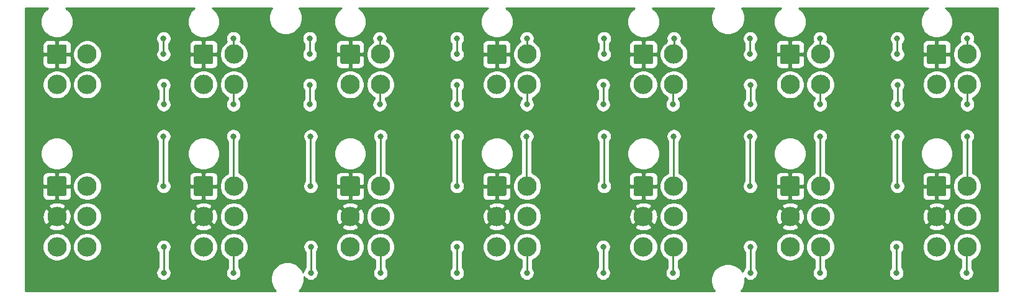
<source format=gbr>
G04 #@! TF.GenerationSoftware,KiCad,Pcbnew,(5.1.5)-3*
G04 #@! TF.CreationDate,2020-07-06T01:22:06-04:00*
G04 #@! TF.ProjectId,Master_slave Connector,4d617374-6572-45f7-936c-61766520436f,rev?*
G04 #@! TF.SameCoordinates,Original*
G04 #@! TF.FileFunction,Copper,L2,Bot*
G04 #@! TF.FilePolarity,Positive*
%FSLAX46Y46*%
G04 Gerber Fmt 4.6, Leading zero omitted, Abs format (unit mm)*
G04 Created by KiCad (PCBNEW (5.1.5)-3) date 2020-07-06 01:22:06*
%MOMM*%
%LPD*%
G04 APERTURE LIST*
%ADD10C,0.100000*%
%ADD11C,2.640000*%
%ADD12C,0.800000*%
%ADD13C,0.250000*%
%ADD14C,0.254000*%
G04 APERTURE END LIST*
G04 #@! TA.AperFunction,ComponentPad*
D10*
G36*
X88136504Y-101151204D02*
G01*
X88160773Y-101154804D01*
X88184571Y-101160765D01*
X88207671Y-101169030D01*
X88229849Y-101179520D01*
X88250893Y-101192133D01*
X88270598Y-101206747D01*
X88288777Y-101223223D01*
X88305253Y-101241402D01*
X88319867Y-101261107D01*
X88332480Y-101282151D01*
X88342970Y-101304329D01*
X88351235Y-101327429D01*
X88357196Y-101351227D01*
X88360796Y-101375496D01*
X88362000Y-101400000D01*
X88362000Y-103540000D01*
X88360796Y-103564504D01*
X88357196Y-103588773D01*
X88351235Y-103612571D01*
X88342970Y-103635671D01*
X88332480Y-103657849D01*
X88319867Y-103678893D01*
X88305253Y-103698598D01*
X88288777Y-103716777D01*
X88270598Y-103733253D01*
X88250893Y-103747867D01*
X88229849Y-103760480D01*
X88207671Y-103770970D01*
X88184571Y-103779235D01*
X88160773Y-103785196D01*
X88136504Y-103788796D01*
X88112000Y-103790000D01*
X85972000Y-103790000D01*
X85947496Y-103788796D01*
X85923227Y-103785196D01*
X85899429Y-103779235D01*
X85876329Y-103770970D01*
X85854151Y-103760480D01*
X85833107Y-103747867D01*
X85813402Y-103733253D01*
X85795223Y-103716777D01*
X85778747Y-103698598D01*
X85764133Y-103678893D01*
X85751520Y-103657849D01*
X85741030Y-103635671D01*
X85732765Y-103612571D01*
X85726804Y-103588773D01*
X85723204Y-103564504D01*
X85722000Y-103540000D01*
X85722000Y-101400000D01*
X85723204Y-101375496D01*
X85726804Y-101351227D01*
X85732765Y-101327429D01*
X85741030Y-101304329D01*
X85751520Y-101282151D01*
X85764133Y-101261107D01*
X85778747Y-101241402D01*
X85795223Y-101223223D01*
X85813402Y-101206747D01*
X85833107Y-101192133D01*
X85854151Y-101179520D01*
X85876329Y-101169030D01*
X85899429Y-101160765D01*
X85923227Y-101154804D01*
X85947496Y-101151204D01*
X85972000Y-101150000D01*
X88112000Y-101150000D01*
X88136504Y-101151204D01*
G37*
G04 #@! TD.AperFunction*
D11*
X87042000Y-106610000D03*
X87042000Y-110750000D03*
X91182000Y-102470000D03*
X91182000Y-106610000D03*
X91182000Y-110750000D03*
X111182000Y-110750000D03*
X111182000Y-106610000D03*
X111182000Y-102470000D03*
X107042000Y-110750000D03*
X107042000Y-106610000D03*
G04 #@! TA.AperFunction,ComponentPad*
D10*
G36*
X108136504Y-101151204D02*
G01*
X108160773Y-101154804D01*
X108184571Y-101160765D01*
X108207671Y-101169030D01*
X108229849Y-101179520D01*
X108250893Y-101192133D01*
X108270598Y-101206747D01*
X108288777Y-101223223D01*
X108305253Y-101241402D01*
X108319867Y-101261107D01*
X108332480Y-101282151D01*
X108342970Y-101304329D01*
X108351235Y-101327429D01*
X108357196Y-101351227D01*
X108360796Y-101375496D01*
X108362000Y-101400000D01*
X108362000Y-103540000D01*
X108360796Y-103564504D01*
X108357196Y-103588773D01*
X108351235Y-103612571D01*
X108342970Y-103635671D01*
X108332480Y-103657849D01*
X108319867Y-103678893D01*
X108305253Y-103698598D01*
X108288777Y-103716777D01*
X108270598Y-103733253D01*
X108250893Y-103747867D01*
X108229849Y-103760480D01*
X108207671Y-103770970D01*
X108184571Y-103779235D01*
X108160773Y-103785196D01*
X108136504Y-103788796D01*
X108112000Y-103790000D01*
X105972000Y-103790000D01*
X105947496Y-103788796D01*
X105923227Y-103785196D01*
X105899429Y-103779235D01*
X105876329Y-103770970D01*
X105854151Y-103760480D01*
X105833107Y-103747867D01*
X105813402Y-103733253D01*
X105795223Y-103716777D01*
X105778747Y-103698598D01*
X105764133Y-103678893D01*
X105751520Y-103657849D01*
X105741030Y-103635671D01*
X105732765Y-103612571D01*
X105726804Y-103588773D01*
X105723204Y-103564504D01*
X105722000Y-103540000D01*
X105722000Y-101400000D01*
X105723204Y-101375496D01*
X105726804Y-101351227D01*
X105732765Y-101327429D01*
X105741030Y-101304329D01*
X105751520Y-101282151D01*
X105764133Y-101261107D01*
X105778747Y-101241402D01*
X105795223Y-101223223D01*
X105813402Y-101206747D01*
X105833107Y-101192133D01*
X105854151Y-101179520D01*
X105876329Y-101169030D01*
X105899429Y-101160765D01*
X105923227Y-101154804D01*
X105947496Y-101151204D01*
X105972000Y-101150000D01*
X108112000Y-101150000D01*
X108136504Y-101151204D01*
G37*
G04 #@! TD.AperFunction*
G04 #@! TA.AperFunction,ComponentPad*
G36*
X128136504Y-101151204D02*
G01*
X128160773Y-101154804D01*
X128184571Y-101160765D01*
X128207671Y-101169030D01*
X128229849Y-101179520D01*
X128250893Y-101192133D01*
X128270598Y-101206747D01*
X128288777Y-101223223D01*
X128305253Y-101241402D01*
X128319867Y-101261107D01*
X128332480Y-101282151D01*
X128342970Y-101304329D01*
X128351235Y-101327429D01*
X128357196Y-101351227D01*
X128360796Y-101375496D01*
X128362000Y-101400000D01*
X128362000Y-103540000D01*
X128360796Y-103564504D01*
X128357196Y-103588773D01*
X128351235Y-103612571D01*
X128342970Y-103635671D01*
X128332480Y-103657849D01*
X128319867Y-103678893D01*
X128305253Y-103698598D01*
X128288777Y-103716777D01*
X128270598Y-103733253D01*
X128250893Y-103747867D01*
X128229849Y-103760480D01*
X128207671Y-103770970D01*
X128184571Y-103779235D01*
X128160773Y-103785196D01*
X128136504Y-103788796D01*
X128112000Y-103790000D01*
X125972000Y-103790000D01*
X125947496Y-103788796D01*
X125923227Y-103785196D01*
X125899429Y-103779235D01*
X125876329Y-103770970D01*
X125854151Y-103760480D01*
X125833107Y-103747867D01*
X125813402Y-103733253D01*
X125795223Y-103716777D01*
X125778747Y-103698598D01*
X125764133Y-103678893D01*
X125751520Y-103657849D01*
X125741030Y-103635671D01*
X125732765Y-103612571D01*
X125726804Y-103588773D01*
X125723204Y-103564504D01*
X125722000Y-103540000D01*
X125722000Y-101400000D01*
X125723204Y-101375496D01*
X125726804Y-101351227D01*
X125732765Y-101327429D01*
X125741030Y-101304329D01*
X125751520Y-101282151D01*
X125764133Y-101261107D01*
X125778747Y-101241402D01*
X125795223Y-101223223D01*
X125813402Y-101206747D01*
X125833107Y-101192133D01*
X125854151Y-101179520D01*
X125876329Y-101169030D01*
X125899429Y-101160765D01*
X125923227Y-101154804D01*
X125947496Y-101151204D01*
X125972000Y-101150000D01*
X128112000Y-101150000D01*
X128136504Y-101151204D01*
G37*
G04 #@! TD.AperFunction*
D11*
X127042000Y-106610000D03*
X127042000Y-110750000D03*
X131182000Y-102470000D03*
X131182000Y-106610000D03*
X131182000Y-110750000D03*
X151182000Y-110750000D03*
X151182000Y-106610000D03*
X151182000Y-102470000D03*
X147042000Y-110750000D03*
X147042000Y-106610000D03*
G04 #@! TA.AperFunction,ComponentPad*
D10*
G36*
X148136504Y-101151204D02*
G01*
X148160773Y-101154804D01*
X148184571Y-101160765D01*
X148207671Y-101169030D01*
X148229849Y-101179520D01*
X148250893Y-101192133D01*
X148270598Y-101206747D01*
X148288777Y-101223223D01*
X148305253Y-101241402D01*
X148319867Y-101261107D01*
X148332480Y-101282151D01*
X148342970Y-101304329D01*
X148351235Y-101327429D01*
X148357196Y-101351227D01*
X148360796Y-101375496D01*
X148362000Y-101400000D01*
X148362000Y-103540000D01*
X148360796Y-103564504D01*
X148357196Y-103588773D01*
X148351235Y-103612571D01*
X148342970Y-103635671D01*
X148332480Y-103657849D01*
X148319867Y-103678893D01*
X148305253Y-103698598D01*
X148288777Y-103716777D01*
X148270598Y-103733253D01*
X148250893Y-103747867D01*
X148229849Y-103760480D01*
X148207671Y-103770970D01*
X148184571Y-103779235D01*
X148160773Y-103785196D01*
X148136504Y-103788796D01*
X148112000Y-103790000D01*
X145972000Y-103790000D01*
X145947496Y-103788796D01*
X145923227Y-103785196D01*
X145899429Y-103779235D01*
X145876329Y-103770970D01*
X145854151Y-103760480D01*
X145833107Y-103747867D01*
X145813402Y-103733253D01*
X145795223Y-103716777D01*
X145778747Y-103698598D01*
X145764133Y-103678893D01*
X145751520Y-103657849D01*
X145741030Y-103635671D01*
X145732765Y-103612571D01*
X145726804Y-103588773D01*
X145723204Y-103564504D01*
X145722000Y-103540000D01*
X145722000Y-101400000D01*
X145723204Y-101375496D01*
X145726804Y-101351227D01*
X145732765Y-101327429D01*
X145741030Y-101304329D01*
X145751520Y-101282151D01*
X145764133Y-101261107D01*
X145778747Y-101241402D01*
X145795223Y-101223223D01*
X145813402Y-101206747D01*
X145833107Y-101192133D01*
X145854151Y-101179520D01*
X145876329Y-101169030D01*
X145899429Y-101160765D01*
X145923227Y-101154804D01*
X145947496Y-101151204D01*
X145972000Y-101150000D01*
X148112000Y-101150000D01*
X148136504Y-101151204D01*
G37*
G04 #@! TD.AperFunction*
G04 #@! TA.AperFunction,ComponentPad*
G36*
X168136504Y-101151204D02*
G01*
X168160773Y-101154804D01*
X168184571Y-101160765D01*
X168207671Y-101169030D01*
X168229849Y-101179520D01*
X168250893Y-101192133D01*
X168270598Y-101206747D01*
X168288777Y-101223223D01*
X168305253Y-101241402D01*
X168319867Y-101261107D01*
X168332480Y-101282151D01*
X168342970Y-101304329D01*
X168351235Y-101327429D01*
X168357196Y-101351227D01*
X168360796Y-101375496D01*
X168362000Y-101400000D01*
X168362000Y-103540000D01*
X168360796Y-103564504D01*
X168357196Y-103588773D01*
X168351235Y-103612571D01*
X168342970Y-103635671D01*
X168332480Y-103657849D01*
X168319867Y-103678893D01*
X168305253Y-103698598D01*
X168288777Y-103716777D01*
X168270598Y-103733253D01*
X168250893Y-103747867D01*
X168229849Y-103760480D01*
X168207671Y-103770970D01*
X168184571Y-103779235D01*
X168160773Y-103785196D01*
X168136504Y-103788796D01*
X168112000Y-103790000D01*
X165972000Y-103790000D01*
X165947496Y-103788796D01*
X165923227Y-103785196D01*
X165899429Y-103779235D01*
X165876329Y-103770970D01*
X165854151Y-103760480D01*
X165833107Y-103747867D01*
X165813402Y-103733253D01*
X165795223Y-103716777D01*
X165778747Y-103698598D01*
X165764133Y-103678893D01*
X165751520Y-103657849D01*
X165741030Y-103635671D01*
X165732765Y-103612571D01*
X165726804Y-103588773D01*
X165723204Y-103564504D01*
X165722000Y-103540000D01*
X165722000Y-101400000D01*
X165723204Y-101375496D01*
X165726804Y-101351227D01*
X165732765Y-101327429D01*
X165741030Y-101304329D01*
X165751520Y-101282151D01*
X165764133Y-101261107D01*
X165778747Y-101241402D01*
X165795223Y-101223223D01*
X165813402Y-101206747D01*
X165833107Y-101192133D01*
X165854151Y-101179520D01*
X165876329Y-101169030D01*
X165899429Y-101160765D01*
X165923227Y-101154804D01*
X165947496Y-101151204D01*
X165972000Y-101150000D01*
X168112000Y-101150000D01*
X168136504Y-101151204D01*
G37*
G04 #@! TD.AperFunction*
D11*
X167042000Y-106610000D03*
X167042000Y-110750000D03*
X171182000Y-102470000D03*
X171182000Y-106610000D03*
X171182000Y-110750000D03*
X191182000Y-110750000D03*
X191182000Y-106610000D03*
X191182000Y-102470000D03*
X187042000Y-110750000D03*
X187042000Y-106610000D03*
G04 #@! TA.AperFunction,ComponentPad*
D10*
G36*
X188136504Y-101151204D02*
G01*
X188160773Y-101154804D01*
X188184571Y-101160765D01*
X188207671Y-101169030D01*
X188229849Y-101179520D01*
X188250893Y-101192133D01*
X188270598Y-101206747D01*
X188288777Y-101223223D01*
X188305253Y-101241402D01*
X188319867Y-101261107D01*
X188332480Y-101282151D01*
X188342970Y-101304329D01*
X188351235Y-101327429D01*
X188357196Y-101351227D01*
X188360796Y-101375496D01*
X188362000Y-101400000D01*
X188362000Y-103540000D01*
X188360796Y-103564504D01*
X188357196Y-103588773D01*
X188351235Y-103612571D01*
X188342970Y-103635671D01*
X188332480Y-103657849D01*
X188319867Y-103678893D01*
X188305253Y-103698598D01*
X188288777Y-103716777D01*
X188270598Y-103733253D01*
X188250893Y-103747867D01*
X188229849Y-103760480D01*
X188207671Y-103770970D01*
X188184571Y-103779235D01*
X188160773Y-103785196D01*
X188136504Y-103788796D01*
X188112000Y-103790000D01*
X185972000Y-103790000D01*
X185947496Y-103788796D01*
X185923227Y-103785196D01*
X185899429Y-103779235D01*
X185876329Y-103770970D01*
X185854151Y-103760480D01*
X185833107Y-103747867D01*
X185813402Y-103733253D01*
X185795223Y-103716777D01*
X185778747Y-103698598D01*
X185764133Y-103678893D01*
X185751520Y-103657849D01*
X185741030Y-103635671D01*
X185732765Y-103612571D01*
X185726804Y-103588773D01*
X185723204Y-103564504D01*
X185722000Y-103540000D01*
X185722000Y-101400000D01*
X185723204Y-101375496D01*
X185726804Y-101351227D01*
X185732765Y-101327429D01*
X185741030Y-101304329D01*
X185751520Y-101282151D01*
X185764133Y-101261107D01*
X185778747Y-101241402D01*
X185795223Y-101223223D01*
X185813402Y-101206747D01*
X185833107Y-101192133D01*
X185854151Y-101179520D01*
X185876329Y-101169030D01*
X185899429Y-101160765D01*
X185923227Y-101154804D01*
X185947496Y-101151204D01*
X185972000Y-101150000D01*
X188112000Y-101150000D01*
X188136504Y-101151204D01*
G37*
G04 #@! TD.AperFunction*
G04 #@! TA.AperFunction,ComponentPad*
G36*
X208136504Y-101151204D02*
G01*
X208160773Y-101154804D01*
X208184571Y-101160765D01*
X208207671Y-101169030D01*
X208229849Y-101179520D01*
X208250893Y-101192133D01*
X208270598Y-101206747D01*
X208288777Y-101223223D01*
X208305253Y-101241402D01*
X208319867Y-101261107D01*
X208332480Y-101282151D01*
X208342970Y-101304329D01*
X208351235Y-101327429D01*
X208357196Y-101351227D01*
X208360796Y-101375496D01*
X208362000Y-101400000D01*
X208362000Y-103540000D01*
X208360796Y-103564504D01*
X208357196Y-103588773D01*
X208351235Y-103612571D01*
X208342970Y-103635671D01*
X208332480Y-103657849D01*
X208319867Y-103678893D01*
X208305253Y-103698598D01*
X208288777Y-103716777D01*
X208270598Y-103733253D01*
X208250893Y-103747867D01*
X208229849Y-103760480D01*
X208207671Y-103770970D01*
X208184571Y-103779235D01*
X208160773Y-103785196D01*
X208136504Y-103788796D01*
X208112000Y-103790000D01*
X205972000Y-103790000D01*
X205947496Y-103788796D01*
X205923227Y-103785196D01*
X205899429Y-103779235D01*
X205876329Y-103770970D01*
X205854151Y-103760480D01*
X205833107Y-103747867D01*
X205813402Y-103733253D01*
X205795223Y-103716777D01*
X205778747Y-103698598D01*
X205764133Y-103678893D01*
X205751520Y-103657849D01*
X205741030Y-103635671D01*
X205732765Y-103612571D01*
X205726804Y-103588773D01*
X205723204Y-103564504D01*
X205722000Y-103540000D01*
X205722000Y-101400000D01*
X205723204Y-101375496D01*
X205726804Y-101351227D01*
X205732765Y-101327429D01*
X205741030Y-101304329D01*
X205751520Y-101282151D01*
X205764133Y-101261107D01*
X205778747Y-101241402D01*
X205795223Y-101223223D01*
X205813402Y-101206747D01*
X205833107Y-101192133D01*
X205854151Y-101179520D01*
X205876329Y-101169030D01*
X205899429Y-101160765D01*
X205923227Y-101154804D01*
X205947496Y-101151204D01*
X205972000Y-101150000D01*
X208112000Y-101150000D01*
X208136504Y-101151204D01*
G37*
G04 #@! TD.AperFunction*
D11*
X207042000Y-106610000D03*
X207042000Y-110750000D03*
X211182000Y-102470000D03*
X211182000Y-106610000D03*
X211182000Y-110750000D03*
X91182000Y-88610000D03*
X91182000Y-84470000D03*
X87042000Y-88610000D03*
G04 #@! TA.AperFunction,ComponentPad*
D10*
G36*
X88136504Y-83151204D02*
G01*
X88160773Y-83154804D01*
X88184571Y-83160765D01*
X88207671Y-83169030D01*
X88229849Y-83179520D01*
X88250893Y-83192133D01*
X88270598Y-83206747D01*
X88288777Y-83223223D01*
X88305253Y-83241402D01*
X88319867Y-83261107D01*
X88332480Y-83282151D01*
X88342970Y-83304329D01*
X88351235Y-83327429D01*
X88357196Y-83351227D01*
X88360796Y-83375496D01*
X88362000Y-83400000D01*
X88362000Y-85540000D01*
X88360796Y-85564504D01*
X88357196Y-85588773D01*
X88351235Y-85612571D01*
X88342970Y-85635671D01*
X88332480Y-85657849D01*
X88319867Y-85678893D01*
X88305253Y-85698598D01*
X88288777Y-85716777D01*
X88270598Y-85733253D01*
X88250893Y-85747867D01*
X88229849Y-85760480D01*
X88207671Y-85770970D01*
X88184571Y-85779235D01*
X88160773Y-85785196D01*
X88136504Y-85788796D01*
X88112000Y-85790000D01*
X85972000Y-85790000D01*
X85947496Y-85788796D01*
X85923227Y-85785196D01*
X85899429Y-85779235D01*
X85876329Y-85770970D01*
X85854151Y-85760480D01*
X85833107Y-85747867D01*
X85813402Y-85733253D01*
X85795223Y-85716777D01*
X85778747Y-85698598D01*
X85764133Y-85678893D01*
X85751520Y-85657849D01*
X85741030Y-85635671D01*
X85732765Y-85612571D01*
X85726804Y-85588773D01*
X85723204Y-85564504D01*
X85722000Y-85540000D01*
X85722000Y-83400000D01*
X85723204Y-83375496D01*
X85726804Y-83351227D01*
X85732765Y-83327429D01*
X85741030Y-83304329D01*
X85751520Y-83282151D01*
X85764133Y-83261107D01*
X85778747Y-83241402D01*
X85795223Y-83223223D01*
X85813402Y-83206747D01*
X85833107Y-83192133D01*
X85854151Y-83179520D01*
X85876329Y-83169030D01*
X85899429Y-83160765D01*
X85923227Y-83154804D01*
X85947496Y-83151204D01*
X85972000Y-83150000D01*
X88112000Y-83150000D01*
X88136504Y-83151204D01*
G37*
G04 #@! TD.AperFunction*
G04 #@! TA.AperFunction,ComponentPad*
G36*
X108136504Y-83151204D02*
G01*
X108160773Y-83154804D01*
X108184571Y-83160765D01*
X108207671Y-83169030D01*
X108229849Y-83179520D01*
X108250893Y-83192133D01*
X108270598Y-83206747D01*
X108288777Y-83223223D01*
X108305253Y-83241402D01*
X108319867Y-83261107D01*
X108332480Y-83282151D01*
X108342970Y-83304329D01*
X108351235Y-83327429D01*
X108357196Y-83351227D01*
X108360796Y-83375496D01*
X108362000Y-83400000D01*
X108362000Y-85540000D01*
X108360796Y-85564504D01*
X108357196Y-85588773D01*
X108351235Y-85612571D01*
X108342970Y-85635671D01*
X108332480Y-85657849D01*
X108319867Y-85678893D01*
X108305253Y-85698598D01*
X108288777Y-85716777D01*
X108270598Y-85733253D01*
X108250893Y-85747867D01*
X108229849Y-85760480D01*
X108207671Y-85770970D01*
X108184571Y-85779235D01*
X108160773Y-85785196D01*
X108136504Y-85788796D01*
X108112000Y-85790000D01*
X105972000Y-85790000D01*
X105947496Y-85788796D01*
X105923227Y-85785196D01*
X105899429Y-85779235D01*
X105876329Y-85770970D01*
X105854151Y-85760480D01*
X105833107Y-85747867D01*
X105813402Y-85733253D01*
X105795223Y-85716777D01*
X105778747Y-85698598D01*
X105764133Y-85678893D01*
X105751520Y-85657849D01*
X105741030Y-85635671D01*
X105732765Y-85612571D01*
X105726804Y-85588773D01*
X105723204Y-85564504D01*
X105722000Y-85540000D01*
X105722000Y-83400000D01*
X105723204Y-83375496D01*
X105726804Y-83351227D01*
X105732765Y-83327429D01*
X105741030Y-83304329D01*
X105751520Y-83282151D01*
X105764133Y-83261107D01*
X105778747Y-83241402D01*
X105795223Y-83223223D01*
X105813402Y-83206747D01*
X105833107Y-83192133D01*
X105854151Y-83179520D01*
X105876329Y-83169030D01*
X105899429Y-83160765D01*
X105923227Y-83154804D01*
X105947496Y-83151204D01*
X105972000Y-83150000D01*
X108112000Y-83150000D01*
X108136504Y-83151204D01*
G37*
G04 #@! TD.AperFunction*
D11*
X107042000Y-88610000D03*
X111182000Y-84470000D03*
X111182000Y-88610000D03*
X131182000Y-88610000D03*
X131182000Y-84470000D03*
X127042000Y-88610000D03*
G04 #@! TA.AperFunction,ComponentPad*
D10*
G36*
X128136504Y-83151204D02*
G01*
X128160773Y-83154804D01*
X128184571Y-83160765D01*
X128207671Y-83169030D01*
X128229849Y-83179520D01*
X128250893Y-83192133D01*
X128270598Y-83206747D01*
X128288777Y-83223223D01*
X128305253Y-83241402D01*
X128319867Y-83261107D01*
X128332480Y-83282151D01*
X128342970Y-83304329D01*
X128351235Y-83327429D01*
X128357196Y-83351227D01*
X128360796Y-83375496D01*
X128362000Y-83400000D01*
X128362000Y-85540000D01*
X128360796Y-85564504D01*
X128357196Y-85588773D01*
X128351235Y-85612571D01*
X128342970Y-85635671D01*
X128332480Y-85657849D01*
X128319867Y-85678893D01*
X128305253Y-85698598D01*
X128288777Y-85716777D01*
X128270598Y-85733253D01*
X128250893Y-85747867D01*
X128229849Y-85760480D01*
X128207671Y-85770970D01*
X128184571Y-85779235D01*
X128160773Y-85785196D01*
X128136504Y-85788796D01*
X128112000Y-85790000D01*
X125972000Y-85790000D01*
X125947496Y-85788796D01*
X125923227Y-85785196D01*
X125899429Y-85779235D01*
X125876329Y-85770970D01*
X125854151Y-85760480D01*
X125833107Y-85747867D01*
X125813402Y-85733253D01*
X125795223Y-85716777D01*
X125778747Y-85698598D01*
X125764133Y-85678893D01*
X125751520Y-85657849D01*
X125741030Y-85635671D01*
X125732765Y-85612571D01*
X125726804Y-85588773D01*
X125723204Y-85564504D01*
X125722000Y-85540000D01*
X125722000Y-83400000D01*
X125723204Y-83375496D01*
X125726804Y-83351227D01*
X125732765Y-83327429D01*
X125741030Y-83304329D01*
X125751520Y-83282151D01*
X125764133Y-83261107D01*
X125778747Y-83241402D01*
X125795223Y-83223223D01*
X125813402Y-83206747D01*
X125833107Y-83192133D01*
X125854151Y-83179520D01*
X125876329Y-83169030D01*
X125899429Y-83160765D01*
X125923227Y-83154804D01*
X125947496Y-83151204D01*
X125972000Y-83150000D01*
X128112000Y-83150000D01*
X128136504Y-83151204D01*
G37*
G04 #@! TD.AperFunction*
G04 #@! TA.AperFunction,ComponentPad*
G36*
X148136504Y-83151204D02*
G01*
X148160773Y-83154804D01*
X148184571Y-83160765D01*
X148207671Y-83169030D01*
X148229849Y-83179520D01*
X148250893Y-83192133D01*
X148270598Y-83206747D01*
X148288777Y-83223223D01*
X148305253Y-83241402D01*
X148319867Y-83261107D01*
X148332480Y-83282151D01*
X148342970Y-83304329D01*
X148351235Y-83327429D01*
X148357196Y-83351227D01*
X148360796Y-83375496D01*
X148362000Y-83400000D01*
X148362000Y-85540000D01*
X148360796Y-85564504D01*
X148357196Y-85588773D01*
X148351235Y-85612571D01*
X148342970Y-85635671D01*
X148332480Y-85657849D01*
X148319867Y-85678893D01*
X148305253Y-85698598D01*
X148288777Y-85716777D01*
X148270598Y-85733253D01*
X148250893Y-85747867D01*
X148229849Y-85760480D01*
X148207671Y-85770970D01*
X148184571Y-85779235D01*
X148160773Y-85785196D01*
X148136504Y-85788796D01*
X148112000Y-85790000D01*
X145972000Y-85790000D01*
X145947496Y-85788796D01*
X145923227Y-85785196D01*
X145899429Y-85779235D01*
X145876329Y-85770970D01*
X145854151Y-85760480D01*
X145833107Y-85747867D01*
X145813402Y-85733253D01*
X145795223Y-85716777D01*
X145778747Y-85698598D01*
X145764133Y-85678893D01*
X145751520Y-85657849D01*
X145741030Y-85635671D01*
X145732765Y-85612571D01*
X145726804Y-85588773D01*
X145723204Y-85564504D01*
X145722000Y-85540000D01*
X145722000Y-83400000D01*
X145723204Y-83375496D01*
X145726804Y-83351227D01*
X145732765Y-83327429D01*
X145741030Y-83304329D01*
X145751520Y-83282151D01*
X145764133Y-83261107D01*
X145778747Y-83241402D01*
X145795223Y-83223223D01*
X145813402Y-83206747D01*
X145833107Y-83192133D01*
X145854151Y-83179520D01*
X145876329Y-83169030D01*
X145899429Y-83160765D01*
X145923227Y-83154804D01*
X145947496Y-83151204D01*
X145972000Y-83150000D01*
X148112000Y-83150000D01*
X148136504Y-83151204D01*
G37*
G04 #@! TD.AperFunction*
D11*
X147042000Y-88610000D03*
X151182000Y-84470000D03*
X151182000Y-88610000D03*
X171182000Y-88610000D03*
X171182000Y-84470000D03*
X167042000Y-88610000D03*
G04 #@! TA.AperFunction,ComponentPad*
D10*
G36*
X168136504Y-83151204D02*
G01*
X168160773Y-83154804D01*
X168184571Y-83160765D01*
X168207671Y-83169030D01*
X168229849Y-83179520D01*
X168250893Y-83192133D01*
X168270598Y-83206747D01*
X168288777Y-83223223D01*
X168305253Y-83241402D01*
X168319867Y-83261107D01*
X168332480Y-83282151D01*
X168342970Y-83304329D01*
X168351235Y-83327429D01*
X168357196Y-83351227D01*
X168360796Y-83375496D01*
X168362000Y-83400000D01*
X168362000Y-85540000D01*
X168360796Y-85564504D01*
X168357196Y-85588773D01*
X168351235Y-85612571D01*
X168342970Y-85635671D01*
X168332480Y-85657849D01*
X168319867Y-85678893D01*
X168305253Y-85698598D01*
X168288777Y-85716777D01*
X168270598Y-85733253D01*
X168250893Y-85747867D01*
X168229849Y-85760480D01*
X168207671Y-85770970D01*
X168184571Y-85779235D01*
X168160773Y-85785196D01*
X168136504Y-85788796D01*
X168112000Y-85790000D01*
X165972000Y-85790000D01*
X165947496Y-85788796D01*
X165923227Y-85785196D01*
X165899429Y-85779235D01*
X165876329Y-85770970D01*
X165854151Y-85760480D01*
X165833107Y-85747867D01*
X165813402Y-85733253D01*
X165795223Y-85716777D01*
X165778747Y-85698598D01*
X165764133Y-85678893D01*
X165751520Y-85657849D01*
X165741030Y-85635671D01*
X165732765Y-85612571D01*
X165726804Y-85588773D01*
X165723204Y-85564504D01*
X165722000Y-85540000D01*
X165722000Y-83400000D01*
X165723204Y-83375496D01*
X165726804Y-83351227D01*
X165732765Y-83327429D01*
X165741030Y-83304329D01*
X165751520Y-83282151D01*
X165764133Y-83261107D01*
X165778747Y-83241402D01*
X165795223Y-83223223D01*
X165813402Y-83206747D01*
X165833107Y-83192133D01*
X165854151Y-83179520D01*
X165876329Y-83169030D01*
X165899429Y-83160765D01*
X165923227Y-83154804D01*
X165947496Y-83151204D01*
X165972000Y-83150000D01*
X168112000Y-83150000D01*
X168136504Y-83151204D01*
G37*
G04 #@! TD.AperFunction*
G04 #@! TA.AperFunction,ComponentPad*
G36*
X188136504Y-83151204D02*
G01*
X188160773Y-83154804D01*
X188184571Y-83160765D01*
X188207671Y-83169030D01*
X188229849Y-83179520D01*
X188250893Y-83192133D01*
X188270598Y-83206747D01*
X188288777Y-83223223D01*
X188305253Y-83241402D01*
X188319867Y-83261107D01*
X188332480Y-83282151D01*
X188342970Y-83304329D01*
X188351235Y-83327429D01*
X188357196Y-83351227D01*
X188360796Y-83375496D01*
X188362000Y-83400000D01*
X188362000Y-85540000D01*
X188360796Y-85564504D01*
X188357196Y-85588773D01*
X188351235Y-85612571D01*
X188342970Y-85635671D01*
X188332480Y-85657849D01*
X188319867Y-85678893D01*
X188305253Y-85698598D01*
X188288777Y-85716777D01*
X188270598Y-85733253D01*
X188250893Y-85747867D01*
X188229849Y-85760480D01*
X188207671Y-85770970D01*
X188184571Y-85779235D01*
X188160773Y-85785196D01*
X188136504Y-85788796D01*
X188112000Y-85790000D01*
X185972000Y-85790000D01*
X185947496Y-85788796D01*
X185923227Y-85785196D01*
X185899429Y-85779235D01*
X185876329Y-85770970D01*
X185854151Y-85760480D01*
X185833107Y-85747867D01*
X185813402Y-85733253D01*
X185795223Y-85716777D01*
X185778747Y-85698598D01*
X185764133Y-85678893D01*
X185751520Y-85657849D01*
X185741030Y-85635671D01*
X185732765Y-85612571D01*
X185726804Y-85588773D01*
X185723204Y-85564504D01*
X185722000Y-85540000D01*
X185722000Y-83400000D01*
X185723204Y-83375496D01*
X185726804Y-83351227D01*
X185732765Y-83327429D01*
X185741030Y-83304329D01*
X185751520Y-83282151D01*
X185764133Y-83261107D01*
X185778747Y-83241402D01*
X185795223Y-83223223D01*
X185813402Y-83206747D01*
X185833107Y-83192133D01*
X185854151Y-83179520D01*
X185876329Y-83169030D01*
X185899429Y-83160765D01*
X185923227Y-83154804D01*
X185947496Y-83151204D01*
X185972000Y-83150000D01*
X188112000Y-83150000D01*
X188136504Y-83151204D01*
G37*
G04 #@! TD.AperFunction*
D11*
X187042000Y-88610000D03*
X191182000Y-84470000D03*
X191182000Y-88610000D03*
G04 #@! TA.AperFunction,ComponentPad*
D10*
G36*
X208136504Y-83151204D02*
G01*
X208160773Y-83154804D01*
X208184571Y-83160765D01*
X208207671Y-83169030D01*
X208229849Y-83179520D01*
X208250893Y-83192133D01*
X208270598Y-83206747D01*
X208288777Y-83223223D01*
X208305253Y-83241402D01*
X208319867Y-83261107D01*
X208332480Y-83282151D01*
X208342970Y-83304329D01*
X208351235Y-83327429D01*
X208357196Y-83351227D01*
X208360796Y-83375496D01*
X208362000Y-83400000D01*
X208362000Y-85540000D01*
X208360796Y-85564504D01*
X208357196Y-85588773D01*
X208351235Y-85612571D01*
X208342970Y-85635671D01*
X208332480Y-85657849D01*
X208319867Y-85678893D01*
X208305253Y-85698598D01*
X208288777Y-85716777D01*
X208270598Y-85733253D01*
X208250893Y-85747867D01*
X208229849Y-85760480D01*
X208207671Y-85770970D01*
X208184571Y-85779235D01*
X208160773Y-85785196D01*
X208136504Y-85788796D01*
X208112000Y-85790000D01*
X205972000Y-85790000D01*
X205947496Y-85788796D01*
X205923227Y-85785196D01*
X205899429Y-85779235D01*
X205876329Y-85770970D01*
X205854151Y-85760480D01*
X205833107Y-85747867D01*
X205813402Y-85733253D01*
X205795223Y-85716777D01*
X205778747Y-85698598D01*
X205764133Y-85678893D01*
X205751520Y-85657849D01*
X205741030Y-85635671D01*
X205732765Y-85612571D01*
X205726804Y-85588773D01*
X205723204Y-85564504D01*
X205722000Y-85540000D01*
X205722000Y-83400000D01*
X205723204Y-83375496D01*
X205726804Y-83351227D01*
X205732765Y-83327429D01*
X205741030Y-83304329D01*
X205751520Y-83282151D01*
X205764133Y-83261107D01*
X205778747Y-83241402D01*
X205795223Y-83223223D01*
X205813402Y-83206747D01*
X205833107Y-83192133D01*
X205854151Y-83179520D01*
X205876329Y-83169030D01*
X205899429Y-83160765D01*
X205923227Y-83154804D01*
X205947496Y-83151204D01*
X205972000Y-83150000D01*
X208112000Y-83150000D01*
X208136504Y-83151204D01*
G37*
G04 #@! TD.AperFunction*
D11*
X207042000Y-88610000D03*
X211182000Y-84470000D03*
X211182000Y-88610000D03*
D12*
X201657000Y-102470000D03*
X211182000Y-95650000D03*
X201657000Y-95650000D03*
X181591000Y-102470000D03*
X191116000Y-95650000D03*
X181591000Y-95650000D03*
X161652000Y-102470000D03*
X171177000Y-95650000D03*
X161652000Y-95650000D03*
X141586000Y-102470000D03*
X151111000Y-95650000D03*
X141586000Y-95650000D03*
X121647000Y-102470000D03*
X131172000Y-95650000D03*
X121647000Y-95650000D03*
X101581000Y-102470000D03*
X101581000Y-95650000D03*
X111106000Y-95650000D03*
X201549000Y-114300000D03*
X201549000Y-110744000D03*
X211074000Y-114300000D03*
X181610000Y-114300000D03*
X181610000Y-110744000D03*
X191135000Y-114300000D03*
X161544000Y-114300000D03*
X161544000Y-110744000D03*
X171069000Y-114300000D03*
X141605000Y-114300000D03*
X141605000Y-110744000D03*
X151130000Y-114300000D03*
X121666000Y-114300000D03*
X121666000Y-110744000D03*
X131191000Y-114300000D03*
X101600000Y-110744000D03*
X101600000Y-114300000D03*
X111125000Y-114300000D03*
X211201000Y-91313000D03*
X201676000Y-91313000D03*
X201676000Y-88646000D03*
X191135000Y-91313000D03*
X181610000Y-91313000D03*
X181610000Y-88646000D03*
X171069000Y-91313000D03*
X161544000Y-91313000D03*
X161544000Y-88646000D03*
X151130000Y-91313000D03*
X141605000Y-91313000D03*
X141605000Y-88646000D03*
X131064000Y-91313000D03*
X121539000Y-91313000D03*
X121539000Y-88646000D03*
X101600000Y-88646000D03*
X101600000Y-91313000D03*
X111125000Y-91313000D03*
X211201000Y-82296000D03*
X201661000Y-84470000D03*
X201661000Y-82311000D03*
X191135000Y-82296000D03*
X181595000Y-84470000D03*
X181595000Y-82311000D03*
X171196000Y-82296000D03*
X161656000Y-84470000D03*
X161656000Y-82311000D03*
X151130000Y-82296000D03*
X141590000Y-84470000D03*
X141590000Y-82311000D03*
X131064000Y-82296000D03*
X121524000Y-84470000D03*
X121524000Y-82311000D03*
X101585000Y-84470000D03*
X101585000Y-82311000D03*
X111125000Y-82296000D03*
D13*
X201657000Y-102470000D02*
X201657000Y-95650000D01*
X211182000Y-102394000D02*
X211258000Y-102470000D01*
X211182000Y-95650000D02*
X211182000Y-102394000D01*
X181591000Y-102470000D02*
X181591000Y-95650000D01*
X191116000Y-102394000D02*
X191192000Y-102470000D01*
X191116000Y-95650000D02*
X191116000Y-102394000D01*
X161652000Y-102470000D02*
X161652000Y-95650000D01*
X171177000Y-102394000D02*
X171253000Y-102470000D01*
X171177000Y-95650000D02*
X171177000Y-102394000D01*
X141586000Y-102470000D02*
X141586000Y-95650000D01*
X151111000Y-102394000D02*
X151187000Y-102470000D01*
X151111000Y-95650000D02*
X151111000Y-102394000D01*
X121647000Y-102470000D02*
X121647000Y-95650000D01*
X131172000Y-102394000D02*
X131248000Y-102470000D01*
X131172000Y-95650000D02*
X131172000Y-102394000D01*
X101581000Y-102470000D02*
X101581000Y-95650000D01*
X111106000Y-102394000D02*
X111182000Y-102470000D01*
X111106000Y-95650000D02*
X111106000Y-102394000D01*
X211074000Y-110807000D02*
X211131000Y-110750000D01*
X211074000Y-114300000D02*
X211074000Y-110807000D01*
X201549000Y-111309685D02*
X201549000Y-114300000D01*
X201549000Y-110744000D02*
X201549000Y-111309685D01*
X191135000Y-110807000D02*
X191192000Y-110750000D01*
X191135000Y-114300000D02*
X191135000Y-110807000D01*
X181610000Y-111309685D02*
X181610000Y-114300000D01*
X181610000Y-110744000D02*
X181610000Y-111309685D01*
X171069000Y-110807000D02*
X171126000Y-110750000D01*
X171069000Y-114300000D02*
X171069000Y-110807000D01*
X161544000Y-111309685D02*
X161544000Y-114300000D01*
X161544000Y-110744000D02*
X161544000Y-111309685D01*
X151130000Y-110807000D02*
X151187000Y-110750000D01*
X151130000Y-114300000D02*
X151130000Y-110807000D01*
X141605000Y-111309685D02*
X141605000Y-114300000D01*
X141605000Y-110744000D02*
X141605000Y-111309685D01*
X131191000Y-110807000D02*
X131248000Y-110750000D01*
X131191000Y-114300000D02*
X131191000Y-110807000D01*
X121666000Y-111309685D02*
X121666000Y-114300000D01*
X121666000Y-110744000D02*
X121666000Y-111309685D01*
X101600000Y-110744000D02*
X101600000Y-111309685D01*
X101600000Y-111309685D02*
X101600000Y-114300000D01*
X111125000Y-110807000D02*
X111182000Y-110750000D01*
X111125000Y-114300000D02*
X111125000Y-110807000D01*
X211201000Y-88667000D02*
X211258000Y-88610000D01*
X211201000Y-91313000D02*
X211201000Y-88667000D01*
X201676000Y-88646000D02*
X201676000Y-91313000D01*
X191135000Y-88667000D02*
X191192000Y-88610000D01*
X191135000Y-91313000D02*
X191135000Y-88667000D01*
X181610000Y-88646000D02*
X181610000Y-91313000D01*
X171069000Y-88667000D02*
X171126000Y-88610000D01*
X171069000Y-91313000D02*
X171069000Y-88667000D01*
X161544000Y-88646000D02*
X161544000Y-91313000D01*
X151130000Y-88667000D02*
X151187000Y-88610000D01*
X151130000Y-91313000D02*
X151130000Y-88667000D01*
X141605000Y-88646000D02*
X141605000Y-91313000D01*
X131064000Y-88667000D02*
X131121000Y-88610000D01*
X131064000Y-91313000D02*
X131064000Y-88667000D01*
X121539000Y-88646000D02*
X121539000Y-91313000D01*
X101600000Y-88646000D02*
X101600000Y-91313000D01*
X111125000Y-88667000D02*
X111182000Y-88610000D01*
X111125000Y-91313000D02*
X111125000Y-88667000D01*
X201661000Y-84470000D02*
X201661000Y-82311000D01*
X211201000Y-82296000D02*
X211201000Y-84413000D01*
X211201000Y-84413000D02*
X211258000Y-84470000D01*
X181595000Y-84470000D02*
X181595000Y-82311000D01*
X191135000Y-82296000D02*
X191135000Y-84413000D01*
X191135000Y-84413000D02*
X191192000Y-84470000D01*
X161656000Y-84470000D02*
X161656000Y-82311000D01*
X171196000Y-82296000D02*
X171196000Y-84413000D01*
X171196000Y-84413000D02*
X171253000Y-84470000D01*
X141590000Y-84470000D02*
X141590000Y-82311000D01*
X151130000Y-82296000D02*
X151130000Y-84413000D01*
X151130000Y-84413000D02*
X151187000Y-84470000D01*
X121524000Y-84470000D02*
X121524000Y-82311000D01*
X131064000Y-82296000D02*
X131064000Y-84413000D01*
X131064000Y-84413000D02*
X131121000Y-84470000D01*
X101585000Y-84470000D02*
X101585000Y-82311000D01*
X111125000Y-84413000D02*
X111182000Y-84470000D01*
X111125000Y-82296000D02*
X111125000Y-84413000D01*
D14*
G36*
X85623645Y-78301730D02*
G01*
X85313730Y-78611645D01*
X85070230Y-78976067D01*
X84902505Y-79380991D01*
X84817000Y-79810857D01*
X84817000Y-80249143D01*
X84902505Y-80679009D01*
X85070230Y-81083933D01*
X85313730Y-81448355D01*
X85623645Y-81758270D01*
X85988067Y-82001770D01*
X86392991Y-82169495D01*
X86822857Y-82255000D01*
X87261143Y-82255000D01*
X87492095Y-82209061D01*
X100550000Y-82209061D01*
X100550000Y-82412939D01*
X100589774Y-82612898D01*
X100667795Y-82801256D01*
X100781063Y-82970774D01*
X100825001Y-83014712D01*
X100825000Y-83766289D01*
X100781063Y-83810226D01*
X100667795Y-83979744D01*
X100589774Y-84168102D01*
X100550000Y-84368061D01*
X100550000Y-84571939D01*
X100589774Y-84771898D01*
X100667795Y-84960256D01*
X100781063Y-85129774D01*
X100925226Y-85273937D01*
X101094744Y-85387205D01*
X101283102Y-85465226D01*
X101483061Y-85505000D01*
X101686939Y-85505000D01*
X101886898Y-85465226D01*
X102075256Y-85387205D01*
X102244774Y-85273937D01*
X102388937Y-85129774D01*
X102502205Y-84960256D01*
X102580226Y-84771898D01*
X102620000Y-84571939D01*
X102620000Y-84368061D01*
X102580226Y-84168102D01*
X102502205Y-83979744D01*
X102388937Y-83810226D01*
X102345000Y-83766289D01*
X102345000Y-83150000D01*
X105083928Y-83150000D01*
X105087000Y-84184250D01*
X105245750Y-84343000D01*
X106915000Y-84343000D01*
X106915000Y-82673750D01*
X107169000Y-82673750D01*
X107169000Y-84343000D01*
X108838250Y-84343000D01*
X108903801Y-84277449D01*
X109227000Y-84277449D01*
X109227000Y-84662551D01*
X109302130Y-85040252D01*
X109449502Y-85396040D01*
X109663453Y-85716240D01*
X109935760Y-85988547D01*
X110255960Y-86202498D01*
X110611748Y-86349870D01*
X110989449Y-86425000D01*
X111374551Y-86425000D01*
X111752252Y-86349870D01*
X112108040Y-86202498D01*
X112428240Y-85988547D01*
X112626787Y-85790000D01*
X125083928Y-85790000D01*
X125096188Y-85914482D01*
X125132498Y-86034180D01*
X125191463Y-86144494D01*
X125270815Y-86241185D01*
X125367506Y-86320537D01*
X125477820Y-86379502D01*
X125597518Y-86415812D01*
X125722000Y-86428072D01*
X126756250Y-86425000D01*
X126915000Y-86266250D01*
X126915000Y-84597000D01*
X127169000Y-84597000D01*
X127169000Y-86266250D01*
X127327750Y-86425000D01*
X128362000Y-86428072D01*
X128486482Y-86415812D01*
X128606180Y-86379502D01*
X128716494Y-86320537D01*
X128813185Y-86241185D01*
X128892537Y-86144494D01*
X128951502Y-86034180D01*
X128987812Y-85914482D01*
X129000072Y-85790000D01*
X128997000Y-84755750D01*
X128838250Y-84597000D01*
X127169000Y-84597000D01*
X126915000Y-84597000D01*
X125245750Y-84597000D01*
X125087000Y-84755750D01*
X125083928Y-85790000D01*
X112626787Y-85790000D01*
X112700547Y-85716240D01*
X112914498Y-85396040D01*
X113061870Y-85040252D01*
X113137000Y-84662551D01*
X113137000Y-84277449D01*
X113061870Y-83899748D01*
X112914498Y-83543960D01*
X112700547Y-83223760D01*
X112428240Y-82951453D01*
X112108040Y-82737502D01*
X112069084Y-82721366D01*
X112120226Y-82597898D01*
X112160000Y-82397939D01*
X112160000Y-82209061D01*
X120489000Y-82209061D01*
X120489000Y-82412939D01*
X120528774Y-82612898D01*
X120606795Y-82801256D01*
X120720063Y-82970774D01*
X120764001Y-83014712D01*
X120764000Y-83766289D01*
X120720063Y-83810226D01*
X120606795Y-83979744D01*
X120528774Y-84168102D01*
X120489000Y-84368061D01*
X120489000Y-84571939D01*
X120528774Y-84771898D01*
X120606795Y-84960256D01*
X120720063Y-85129774D01*
X120864226Y-85273937D01*
X121033744Y-85387205D01*
X121222102Y-85465226D01*
X121422061Y-85505000D01*
X121625939Y-85505000D01*
X121825898Y-85465226D01*
X122014256Y-85387205D01*
X122183774Y-85273937D01*
X122327937Y-85129774D01*
X122441205Y-84960256D01*
X122519226Y-84771898D01*
X122559000Y-84571939D01*
X122559000Y-84368061D01*
X122519226Y-84168102D01*
X122441205Y-83979744D01*
X122327937Y-83810226D01*
X122284000Y-83766289D01*
X122284000Y-83150000D01*
X125083928Y-83150000D01*
X125087000Y-84184250D01*
X125245750Y-84343000D01*
X126915000Y-84343000D01*
X126915000Y-82673750D01*
X127169000Y-82673750D01*
X127169000Y-84343000D01*
X128838250Y-84343000D01*
X128903801Y-84277449D01*
X129227000Y-84277449D01*
X129227000Y-84662551D01*
X129302130Y-85040252D01*
X129449502Y-85396040D01*
X129663453Y-85716240D01*
X129935760Y-85988547D01*
X130255960Y-86202498D01*
X130611748Y-86349870D01*
X130989449Y-86425000D01*
X131374551Y-86425000D01*
X131752252Y-86349870D01*
X132108040Y-86202498D01*
X132428240Y-85988547D01*
X132626787Y-85790000D01*
X145083928Y-85790000D01*
X145096188Y-85914482D01*
X145132498Y-86034180D01*
X145191463Y-86144494D01*
X145270815Y-86241185D01*
X145367506Y-86320537D01*
X145477820Y-86379502D01*
X145597518Y-86415812D01*
X145722000Y-86428072D01*
X146756250Y-86425000D01*
X146915000Y-86266250D01*
X146915000Y-84597000D01*
X147169000Y-84597000D01*
X147169000Y-86266250D01*
X147327750Y-86425000D01*
X148362000Y-86428072D01*
X148486482Y-86415812D01*
X148606180Y-86379502D01*
X148716494Y-86320537D01*
X148813185Y-86241185D01*
X148892537Y-86144494D01*
X148951502Y-86034180D01*
X148987812Y-85914482D01*
X149000072Y-85790000D01*
X148997000Y-84755750D01*
X148838250Y-84597000D01*
X147169000Y-84597000D01*
X146915000Y-84597000D01*
X145245750Y-84597000D01*
X145087000Y-84755750D01*
X145083928Y-85790000D01*
X132626787Y-85790000D01*
X132700547Y-85716240D01*
X132914498Y-85396040D01*
X133061870Y-85040252D01*
X133137000Y-84662551D01*
X133137000Y-84277449D01*
X133061870Y-83899748D01*
X132914498Y-83543960D01*
X132700547Y-83223760D01*
X132428240Y-82951453D01*
X132108040Y-82737502D01*
X132017017Y-82699799D01*
X132059226Y-82597898D01*
X132099000Y-82397939D01*
X132099000Y-82209061D01*
X140555000Y-82209061D01*
X140555000Y-82412939D01*
X140594774Y-82612898D01*
X140672795Y-82801256D01*
X140786063Y-82970774D01*
X140830001Y-83014712D01*
X140830000Y-83766289D01*
X140786063Y-83810226D01*
X140672795Y-83979744D01*
X140594774Y-84168102D01*
X140555000Y-84368061D01*
X140555000Y-84571939D01*
X140594774Y-84771898D01*
X140672795Y-84960256D01*
X140786063Y-85129774D01*
X140930226Y-85273937D01*
X141099744Y-85387205D01*
X141288102Y-85465226D01*
X141488061Y-85505000D01*
X141691939Y-85505000D01*
X141891898Y-85465226D01*
X142080256Y-85387205D01*
X142249774Y-85273937D01*
X142393937Y-85129774D01*
X142507205Y-84960256D01*
X142585226Y-84771898D01*
X142625000Y-84571939D01*
X142625000Y-84368061D01*
X142585226Y-84168102D01*
X142507205Y-83979744D01*
X142393937Y-83810226D01*
X142350000Y-83766289D01*
X142350000Y-83150000D01*
X145083928Y-83150000D01*
X145087000Y-84184250D01*
X145245750Y-84343000D01*
X146915000Y-84343000D01*
X146915000Y-82673750D01*
X147169000Y-82673750D01*
X147169000Y-84343000D01*
X148838250Y-84343000D01*
X148903801Y-84277449D01*
X149227000Y-84277449D01*
X149227000Y-84662551D01*
X149302130Y-85040252D01*
X149449502Y-85396040D01*
X149663453Y-85716240D01*
X149935760Y-85988547D01*
X150255960Y-86202498D01*
X150611748Y-86349870D01*
X150989449Y-86425000D01*
X151374551Y-86425000D01*
X151752252Y-86349870D01*
X152108040Y-86202498D01*
X152428240Y-85988547D01*
X152626787Y-85790000D01*
X165083928Y-85790000D01*
X165096188Y-85914482D01*
X165132498Y-86034180D01*
X165191463Y-86144494D01*
X165270815Y-86241185D01*
X165367506Y-86320537D01*
X165477820Y-86379502D01*
X165597518Y-86415812D01*
X165722000Y-86428072D01*
X166756250Y-86425000D01*
X166915000Y-86266250D01*
X166915000Y-84597000D01*
X167169000Y-84597000D01*
X167169000Y-86266250D01*
X167327750Y-86425000D01*
X168362000Y-86428072D01*
X168486482Y-86415812D01*
X168606180Y-86379502D01*
X168716494Y-86320537D01*
X168813185Y-86241185D01*
X168892537Y-86144494D01*
X168951502Y-86034180D01*
X168987812Y-85914482D01*
X169000072Y-85790000D01*
X168997000Y-84755750D01*
X168838250Y-84597000D01*
X167169000Y-84597000D01*
X166915000Y-84597000D01*
X165245750Y-84597000D01*
X165087000Y-84755750D01*
X165083928Y-85790000D01*
X152626787Y-85790000D01*
X152700547Y-85716240D01*
X152914498Y-85396040D01*
X153061870Y-85040252D01*
X153137000Y-84662551D01*
X153137000Y-84277449D01*
X153061870Y-83899748D01*
X152914498Y-83543960D01*
X152700547Y-83223760D01*
X152428240Y-82951453D01*
X152108040Y-82737502D01*
X152073351Y-82723134D01*
X152125226Y-82597898D01*
X152165000Y-82397939D01*
X152165000Y-82209061D01*
X160621000Y-82209061D01*
X160621000Y-82412939D01*
X160660774Y-82612898D01*
X160738795Y-82801256D01*
X160852063Y-82970774D01*
X160896001Y-83014712D01*
X160896000Y-83766289D01*
X160852063Y-83810226D01*
X160738795Y-83979744D01*
X160660774Y-84168102D01*
X160621000Y-84368061D01*
X160621000Y-84571939D01*
X160660774Y-84771898D01*
X160738795Y-84960256D01*
X160852063Y-85129774D01*
X160996226Y-85273937D01*
X161165744Y-85387205D01*
X161354102Y-85465226D01*
X161554061Y-85505000D01*
X161757939Y-85505000D01*
X161957898Y-85465226D01*
X162146256Y-85387205D01*
X162315774Y-85273937D01*
X162459937Y-85129774D01*
X162573205Y-84960256D01*
X162651226Y-84771898D01*
X162691000Y-84571939D01*
X162691000Y-84368061D01*
X162651226Y-84168102D01*
X162573205Y-83979744D01*
X162459937Y-83810226D01*
X162416000Y-83766289D01*
X162416000Y-83150000D01*
X165083928Y-83150000D01*
X165087000Y-84184250D01*
X165245750Y-84343000D01*
X166915000Y-84343000D01*
X166915000Y-82673750D01*
X167169000Y-82673750D01*
X167169000Y-84343000D01*
X168838250Y-84343000D01*
X168903801Y-84277449D01*
X169227000Y-84277449D01*
X169227000Y-84662551D01*
X169302130Y-85040252D01*
X169449502Y-85396040D01*
X169663453Y-85716240D01*
X169935760Y-85988547D01*
X170255960Y-86202498D01*
X170611748Y-86349870D01*
X170989449Y-86425000D01*
X171374551Y-86425000D01*
X171752252Y-86349870D01*
X172108040Y-86202498D01*
X172428240Y-85988547D01*
X172626787Y-85790000D01*
X185083928Y-85790000D01*
X185096188Y-85914482D01*
X185132498Y-86034180D01*
X185191463Y-86144494D01*
X185270815Y-86241185D01*
X185367506Y-86320537D01*
X185477820Y-86379502D01*
X185597518Y-86415812D01*
X185722000Y-86428072D01*
X186756250Y-86425000D01*
X186915000Y-86266250D01*
X186915000Y-84597000D01*
X187169000Y-84597000D01*
X187169000Y-86266250D01*
X187327750Y-86425000D01*
X188362000Y-86428072D01*
X188486482Y-86415812D01*
X188606180Y-86379502D01*
X188716494Y-86320537D01*
X188813185Y-86241185D01*
X188892537Y-86144494D01*
X188951502Y-86034180D01*
X188987812Y-85914482D01*
X189000072Y-85790000D01*
X188997000Y-84755750D01*
X188838250Y-84597000D01*
X187169000Y-84597000D01*
X186915000Y-84597000D01*
X185245750Y-84597000D01*
X185087000Y-84755750D01*
X185083928Y-85790000D01*
X172626787Y-85790000D01*
X172700547Y-85716240D01*
X172914498Y-85396040D01*
X173061870Y-85040252D01*
X173137000Y-84662551D01*
X173137000Y-84277449D01*
X173061870Y-83899748D01*
X172914498Y-83543960D01*
X172700547Y-83223760D01*
X172428240Y-82951453D01*
X172127902Y-82750774D01*
X172191226Y-82597898D01*
X172231000Y-82397939D01*
X172231000Y-82209061D01*
X180560000Y-82209061D01*
X180560000Y-82412939D01*
X180599774Y-82612898D01*
X180677795Y-82801256D01*
X180791063Y-82970774D01*
X180835001Y-83014712D01*
X180835000Y-83766289D01*
X180791063Y-83810226D01*
X180677795Y-83979744D01*
X180599774Y-84168102D01*
X180560000Y-84368061D01*
X180560000Y-84571939D01*
X180599774Y-84771898D01*
X180677795Y-84960256D01*
X180791063Y-85129774D01*
X180935226Y-85273937D01*
X181104744Y-85387205D01*
X181293102Y-85465226D01*
X181493061Y-85505000D01*
X181696939Y-85505000D01*
X181896898Y-85465226D01*
X182085256Y-85387205D01*
X182254774Y-85273937D01*
X182398937Y-85129774D01*
X182512205Y-84960256D01*
X182590226Y-84771898D01*
X182630000Y-84571939D01*
X182630000Y-84368061D01*
X182590226Y-84168102D01*
X182512205Y-83979744D01*
X182398937Y-83810226D01*
X182355000Y-83766289D01*
X182355000Y-83150000D01*
X185083928Y-83150000D01*
X185087000Y-84184250D01*
X185245750Y-84343000D01*
X186915000Y-84343000D01*
X186915000Y-82673750D01*
X187169000Y-82673750D01*
X187169000Y-84343000D01*
X188838250Y-84343000D01*
X188903801Y-84277449D01*
X189227000Y-84277449D01*
X189227000Y-84662551D01*
X189302130Y-85040252D01*
X189449502Y-85396040D01*
X189663453Y-85716240D01*
X189935760Y-85988547D01*
X190255960Y-86202498D01*
X190611748Y-86349870D01*
X190989449Y-86425000D01*
X191374551Y-86425000D01*
X191752252Y-86349870D01*
X192108040Y-86202498D01*
X192428240Y-85988547D01*
X192626787Y-85790000D01*
X205083928Y-85790000D01*
X205096188Y-85914482D01*
X205132498Y-86034180D01*
X205191463Y-86144494D01*
X205270815Y-86241185D01*
X205367506Y-86320537D01*
X205477820Y-86379502D01*
X205597518Y-86415812D01*
X205722000Y-86428072D01*
X206756250Y-86425000D01*
X206915000Y-86266250D01*
X206915000Y-84597000D01*
X207169000Y-84597000D01*
X207169000Y-86266250D01*
X207327750Y-86425000D01*
X208362000Y-86428072D01*
X208486482Y-86415812D01*
X208606180Y-86379502D01*
X208716494Y-86320537D01*
X208813185Y-86241185D01*
X208892537Y-86144494D01*
X208951502Y-86034180D01*
X208987812Y-85914482D01*
X209000072Y-85790000D01*
X208997000Y-84755750D01*
X208838250Y-84597000D01*
X207169000Y-84597000D01*
X206915000Y-84597000D01*
X205245750Y-84597000D01*
X205087000Y-84755750D01*
X205083928Y-85790000D01*
X192626787Y-85790000D01*
X192700547Y-85716240D01*
X192914498Y-85396040D01*
X193061870Y-85040252D01*
X193137000Y-84662551D01*
X193137000Y-84277449D01*
X193061870Y-83899748D01*
X192914498Y-83543960D01*
X192700547Y-83223760D01*
X192428240Y-82951453D01*
X192108040Y-82737502D01*
X192077619Y-82724901D01*
X192130226Y-82597898D01*
X192170000Y-82397939D01*
X192170000Y-82209061D01*
X200626000Y-82209061D01*
X200626000Y-82412939D01*
X200665774Y-82612898D01*
X200743795Y-82801256D01*
X200857063Y-82970774D01*
X200901001Y-83014712D01*
X200901000Y-83766289D01*
X200857063Y-83810226D01*
X200743795Y-83979744D01*
X200665774Y-84168102D01*
X200626000Y-84368061D01*
X200626000Y-84571939D01*
X200665774Y-84771898D01*
X200743795Y-84960256D01*
X200857063Y-85129774D01*
X201001226Y-85273937D01*
X201170744Y-85387205D01*
X201359102Y-85465226D01*
X201559061Y-85505000D01*
X201762939Y-85505000D01*
X201962898Y-85465226D01*
X202151256Y-85387205D01*
X202320774Y-85273937D01*
X202464937Y-85129774D01*
X202578205Y-84960256D01*
X202656226Y-84771898D01*
X202696000Y-84571939D01*
X202696000Y-84368061D01*
X202656226Y-84168102D01*
X202578205Y-83979744D01*
X202464937Y-83810226D01*
X202421000Y-83766289D01*
X202421000Y-83150000D01*
X205083928Y-83150000D01*
X205087000Y-84184250D01*
X205245750Y-84343000D01*
X206915000Y-84343000D01*
X206915000Y-82673750D01*
X207169000Y-82673750D01*
X207169000Y-84343000D01*
X208838250Y-84343000D01*
X208903801Y-84277449D01*
X209227000Y-84277449D01*
X209227000Y-84662551D01*
X209302130Y-85040252D01*
X209449502Y-85396040D01*
X209663453Y-85716240D01*
X209935760Y-85988547D01*
X210255960Y-86202498D01*
X210611748Y-86349870D01*
X210989449Y-86425000D01*
X211374551Y-86425000D01*
X211752252Y-86349870D01*
X212108040Y-86202498D01*
X212428240Y-85988547D01*
X212700547Y-85716240D01*
X212914498Y-85396040D01*
X213061870Y-85040252D01*
X213137000Y-84662551D01*
X213137000Y-84277449D01*
X213061870Y-83899748D01*
X212914498Y-83543960D01*
X212700547Y-83223760D01*
X212428240Y-82951453D01*
X212131819Y-82753390D01*
X212196226Y-82597898D01*
X212236000Y-82397939D01*
X212236000Y-82194061D01*
X212196226Y-81994102D01*
X212118205Y-81805744D01*
X212004937Y-81636226D01*
X211860774Y-81492063D01*
X211691256Y-81378795D01*
X211502898Y-81300774D01*
X211302939Y-81261000D01*
X211099061Y-81261000D01*
X210899102Y-81300774D01*
X210710744Y-81378795D01*
X210541226Y-81492063D01*
X210397063Y-81636226D01*
X210283795Y-81805744D01*
X210205774Y-81994102D01*
X210166000Y-82194061D01*
X210166000Y-82397939D01*
X210205774Y-82597898D01*
X210262481Y-82734801D01*
X210255960Y-82737502D01*
X209935760Y-82951453D01*
X209663453Y-83223760D01*
X209449502Y-83543960D01*
X209302130Y-83899748D01*
X209227000Y-84277449D01*
X208903801Y-84277449D01*
X208997000Y-84184250D01*
X209000072Y-83150000D01*
X208987812Y-83025518D01*
X208951502Y-82905820D01*
X208892537Y-82795506D01*
X208813185Y-82698815D01*
X208716494Y-82619463D01*
X208606180Y-82560498D01*
X208486482Y-82524188D01*
X208362000Y-82511928D01*
X207327750Y-82515000D01*
X207169000Y-82673750D01*
X206915000Y-82673750D01*
X206756250Y-82515000D01*
X205722000Y-82511928D01*
X205597518Y-82524188D01*
X205477820Y-82560498D01*
X205367506Y-82619463D01*
X205270815Y-82698815D01*
X205191463Y-82795506D01*
X205132498Y-82905820D01*
X205096188Y-83025518D01*
X205083928Y-83150000D01*
X202421000Y-83150000D01*
X202421000Y-83014711D01*
X202464937Y-82970774D01*
X202578205Y-82801256D01*
X202656226Y-82612898D01*
X202696000Y-82412939D01*
X202696000Y-82209061D01*
X202656226Y-82009102D01*
X202578205Y-81820744D01*
X202464937Y-81651226D01*
X202320774Y-81507063D01*
X202151256Y-81393795D01*
X201962898Y-81315774D01*
X201762939Y-81276000D01*
X201559061Y-81276000D01*
X201359102Y-81315774D01*
X201170744Y-81393795D01*
X201001226Y-81507063D01*
X200857063Y-81651226D01*
X200743795Y-81820744D01*
X200665774Y-82009102D01*
X200626000Y-82209061D01*
X192170000Y-82209061D01*
X192170000Y-82194061D01*
X192130226Y-81994102D01*
X192052205Y-81805744D01*
X191938937Y-81636226D01*
X191794774Y-81492063D01*
X191625256Y-81378795D01*
X191436898Y-81300774D01*
X191236939Y-81261000D01*
X191033061Y-81261000D01*
X190833102Y-81300774D01*
X190644744Y-81378795D01*
X190475226Y-81492063D01*
X190331063Y-81636226D01*
X190217795Y-81805744D01*
X190139774Y-81994102D01*
X190100000Y-82194061D01*
X190100000Y-82397939D01*
X190139774Y-82597898D01*
X190210251Y-82768044D01*
X189935760Y-82951453D01*
X189663453Y-83223760D01*
X189449502Y-83543960D01*
X189302130Y-83899748D01*
X189227000Y-84277449D01*
X188903801Y-84277449D01*
X188997000Y-84184250D01*
X189000072Y-83150000D01*
X188987812Y-83025518D01*
X188951502Y-82905820D01*
X188892537Y-82795506D01*
X188813185Y-82698815D01*
X188716494Y-82619463D01*
X188606180Y-82560498D01*
X188486482Y-82524188D01*
X188362000Y-82511928D01*
X187327750Y-82515000D01*
X187169000Y-82673750D01*
X186915000Y-82673750D01*
X186756250Y-82515000D01*
X185722000Y-82511928D01*
X185597518Y-82524188D01*
X185477820Y-82560498D01*
X185367506Y-82619463D01*
X185270815Y-82698815D01*
X185191463Y-82795506D01*
X185132498Y-82905820D01*
X185096188Y-83025518D01*
X185083928Y-83150000D01*
X182355000Y-83150000D01*
X182355000Y-83014711D01*
X182398937Y-82970774D01*
X182512205Y-82801256D01*
X182590226Y-82612898D01*
X182630000Y-82412939D01*
X182630000Y-82209061D01*
X182590226Y-82009102D01*
X182512205Y-81820744D01*
X182398937Y-81651226D01*
X182254774Y-81507063D01*
X182085256Y-81393795D01*
X181896898Y-81315774D01*
X181696939Y-81276000D01*
X181493061Y-81276000D01*
X181293102Y-81315774D01*
X181104744Y-81393795D01*
X180935226Y-81507063D01*
X180791063Y-81651226D01*
X180677795Y-81820744D01*
X180599774Y-82009102D01*
X180560000Y-82209061D01*
X172231000Y-82209061D01*
X172231000Y-82194061D01*
X172191226Y-81994102D01*
X172113205Y-81805744D01*
X171999937Y-81636226D01*
X171855774Y-81492063D01*
X171686256Y-81378795D01*
X171497898Y-81300774D01*
X171297939Y-81261000D01*
X171094061Y-81261000D01*
X170894102Y-81300774D01*
X170705744Y-81378795D01*
X170536226Y-81492063D01*
X170392063Y-81636226D01*
X170278795Y-81805744D01*
X170200774Y-81994102D01*
X170161000Y-82194061D01*
X170161000Y-82397939D01*
X170200774Y-82597898D01*
X170258214Y-82736569D01*
X170255960Y-82737502D01*
X169935760Y-82951453D01*
X169663453Y-83223760D01*
X169449502Y-83543960D01*
X169302130Y-83899748D01*
X169227000Y-84277449D01*
X168903801Y-84277449D01*
X168997000Y-84184250D01*
X169000072Y-83150000D01*
X168987812Y-83025518D01*
X168951502Y-82905820D01*
X168892537Y-82795506D01*
X168813185Y-82698815D01*
X168716494Y-82619463D01*
X168606180Y-82560498D01*
X168486482Y-82524188D01*
X168362000Y-82511928D01*
X167327750Y-82515000D01*
X167169000Y-82673750D01*
X166915000Y-82673750D01*
X166756250Y-82515000D01*
X165722000Y-82511928D01*
X165597518Y-82524188D01*
X165477820Y-82560498D01*
X165367506Y-82619463D01*
X165270815Y-82698815D01*
X165191463Y-82795506D01*
X165132498Y-82905820D01*
X165096188Y-83025518D01*
X165083928Y-83150000D01*
X162416000Y-83150000D01*
X162416000Y-83014711D01*
X162459937Y-82970774D01*
X162573205Y-82801256D01*
X162651226Y-82612898D01*
X162691000Y-82412939D01*
X162691000Y-82209061D01*
X162651226Y-82009102D01*
X162573205Y-81820744D01*
X162459937Y-81651226D01*
X162315774Y-81507063D01*
X162146256Y-81393795D01*
X161957898Y-81315774D01*
X161757939Y-81276000D01*
X161554061Y-81276000D01*
X161354102Y-81315774D01*
X161165744Y-81393795D01*
X160996226Y-81507063D01*
X160852063Y-81651226D01*
X160738795Y-81820744D01*
X160660774Y-82009102D01*
X160621000Y-82209061D01*
X152165000Y-82209061D01*
X152165000Y-82194061D01*
X152125226Y-81994102D01*
X152047205Y-81805744D01*
X151933937Y-81636226D01*
X151789774Y-81492063D01*
X151620256Y-81378795D01*
X151431898Y-81300774D01*
X151231939Y-81261000D01*
X151028061Y-81261000D01*
X150828102Y-81300774D01*
X150639744Y-81378795D01*
X150470226Y-81492063D01*
X150326063Y-81636226D01*
X150212795Y-81805744D01*
X150134774Y-81994102D01*
X150095000Y-82194061D01*
X150095000Y-82397939D01*
X150134774Y-82597898D01*
X150206335Y-82770660D01*
X149935760Y-82951453D01*
X149663453Y-83223760D01*
X149449502Y-83543960D01*
X149302130Y-83899748D01*
X149227000Y-84277449D01*
X148903801Y-84277449D01*
X148997000Y-84184250D01*
X149000072Y-83150000D01*
X148987812Y-83025518D01*
X148951502Y-82905820D01*
X148892537Y-82795506D01*
X148813185Y-82698815D01*
X148716494Y-82619463D01*
X148606180Y-82560498D01*
X148486482Y-82524188D01*
X148362000Y-82511928D01*
X147327750Y-82515000D01*
X147169000Y-82673750D01*
X146915000Y-82673750D01*
X146756250Y-82515000D01*
X145722000Y-82511928D01*
X145597518Y-82524188D01*
X145477820Y-82560498D01*
X145367506Y-82619463D01*
X145270815Y-82698815D01*
X145191463Y-82795506D01*
X145132498Y-82905820D01*
X145096188Y-83025518D01*
X145083928Y-83150000D01*
X142350000Y-83150000D01*
X142350000Y-83014711D01*
X142393937Y-82970774D01*
X142507205Y-82801256D01*
X142585226Y-82612898D01*
X142625000Y-82412939D01*
X142625000Y-82209061D01*
X142585226Y-82009102D01*
X142507205Y-81820744D01*
X142393937Y-81651226D01*
X142249774Y-81507063D01*
X142080256Y-81393795D01*
X141891898Y-81315774D01*
X141691939Y-81276000D01*
X141488061Y-81276000D01*
X141288102Y-81315774D01*
X141099744Y-81393795D01*
X140930226Y-81507063D01*
X140786063Y-81651226D01*
X140672795Y-81820744D01*
X140594774Y-82009102D01*
X140555000Y-82209061D01*
X132099000Y-82209061D01*
X132099000Y-82194061D01*
X132059226Y-81994102D01*
X131981205Y-81805744D01*
X131867937Y-81636226D01*
X131723774Y-81492063D01*
X131554256Y-81378795D01*
X131365898Y-81300774D01*
X131165939Y-81261000D01*
X130962061Y-81261000D01*
X130762102Y-81300774D01*
X130573744Y-81378795D01*
X130404226Y-81492063D01*
X130260063Y-81636226D01*
X130146795Y-81805744D01*
X130068774Y-81994102D01*
X130029000Y-82194061D01*
X130029000Y-82397939D01*
X130068774Y-82597898D01*
X130146795Y-82786256D01*
X130157968Y-82802978D01*
X129935760Y-82951453D01*
X129663453Y-83223760D01*
X129449502Y-83543960D01*
X129302130Y-83899748D01*
X129227000Y-84277449D01*
X128903801Y-84277449D01*
X128997000Y-84184250D01*
X129000072Y-83150000D01*
X128987812Y-83025518D01*
X128951502Y-82905820D01*
X128892537Y-82795506D01*
X128813185Y-82698815D01*
X128716494Y-82619463D01*
X128606180Y-82560498D01*
X128486482Y-82524188D01*
X128362000Y-82511928D01*
X127327750Y-82515000D01*
X127169000Y-82673750D01*
X126915000Y-82673750D01*
X126756250Y-82515000D01*
X125722000Y-82511928D01*
X125597518Y-82524188D01*
X125477820Y-82560498D01*
X125367506Y-82619463D01*
X125270815Y-82698815D01*
X125191463Y-82795506D01*
X125132498Y-82905820D01*
X125096188Y-83025518D01*
X125083928Y-83150000D01*
X122284000Y-83150000D01*
X122284000Y-83014711D01*
X122327937Y-82970774D01*
X122441205Y-82801256D01*
X122519226Y-82612898D01*
X122559000Y-82412939D01*
X122559000Y-82209061D01*
X122519226Y-82009102D01*
X122441205Y-81820744D01*
X122327937Y-81651226D01*
X122183774Y-81507063D01*
X122014256Y-81393795D01*
X121825898Y-81315774D01*
X121625939Y-81276000D01*
X121422061Y-81276000D01*
X121222102Y-81315774D01*
X121033744Y-81393795D01*
X120864226Y-81507063D01*
X120720063Y-81651226D01*
X120606795Y-81820744D01*
X120528774Y-82009102D01*
X120489000Y-82209061D01*
X112160000Y-82209061D01*
X112160000Y-82194061D01*
X112120226Y-81994102D01*
X112042205Y-81805744D01*
X111928937Y-81636226D01*
X111784774Y-81492063D01*
X111615256Y-81378795D01*
X111426898Y-81300774D01*
X111226939Y-81261000D01*
X111023061Y-81261000D01*
X110823102Y-81300774D01*
X110634744Y-81378795D01*
X110465226Y-81492063D01*
X110321063Y-81636226D01*
X110207795Y-81805744D01*
X110129774Y-81994102D01*
X110090000Y-82194061D01*
X110090000Y-82397939D01*
X110129774Y-82597898D01*
X110202419Y-82773277D01*
X109935760Y-82951453D01*
X109663453Y-83223760D01*
X109449502Y-83543960D01*
X109302130Y-83899748D01*
X109227000Y-84277449D01*
X108903801Y-84277449D01*
X108997000Y-84184250D01*
X109000072Y-83150000D01*
X108987812Y-83025518D01*
X108951502Y-82905820D01*
X108892537Y-82795506D01*
X108813185Y-82698815D01*
X108716494Y-82619463D01*
X108606180Y-82560498D01*
X108486482Y-82524188D01*
X108362000Y-82511928D01*
X107327750Y-82515000D01*
X107169000Y-82673750D01*
X106915000Y-82673750D01*
X106756250Y-82515000D01*
X105722000Y-82511928D01*
X105597518Y-82524188D01*
X105477820Y-82560498D01*
X105367506Y-82619463D01*
X105270815Y-82698815D01*
X105191463Y-82795506D01*
X105132498Y-82905820D01*
X105096188Y-83025518D01*
X105083928Y-83150000D01*
X102345000Y-83150000D01*
X102345000Y-83014711D01*
X102388937Y-82970774D01*
X102502205Y-82801256D01*
X102580226Y-82612898D01*
X102620000Y-82412939D01*
X102620000Y-82209061D01*
X102580226Y-82009102D01*
X102502205Y-81820744D01*
X102388937Y-81651226D01*
X102244774Y-81507063D01*
X102075256Y-81393795D01*
X101886898Y-81315774D01*
X101686939Y-81276000D01*
X101483061Y-81276000D01*
X101283102Y-81315774D01*
X101094744Y-81393795D01*
X100925226Y-81507063D01*
X100781063Y-81651226D01*
X100667795Y-81820744D01*
X100589774Y-82009102D01*
X100550000Y-82209061D01*
X87492095Y-82209061D01*
X87691009Y-82169495D01*
X88095933Y-82001770D01*
X88460355Y-81758270D01*
X88770270Y-81448355D01*
X89013770Y-81083933D01*
X89181495Y-80679009D01*
X89267000Y-80249143D01*
X89267000Y-79810857D01*
X89181495Y-79380991D01*
X89013770Y-78976067D01*
X88770270Y-78611645D01*
X88460355Y-78301730D01*
X88255725Y-78165000D01*
X105828275Y-78165000D01*
X105623645Y-78301730D01*
X105313730Y-78611645D01*
X105070230Y-78976067D01*
X104902505Y-79380991D01*
X104817000Y-79810857D01*
X104817000Y-80249143D01*
X104902505Y-80679009D01*
X105070230Y-81083933D01*
X105313730Y-81448355D01*
X105623645Y-81758270D01*
X105988067Y-82001770D01*
X106392991Y-82169495D01*
X106822857Y-82255000D01*
X107261143Y-82255000D01*
X107691009Y-82169495D01*
X108095933Y-82001770D01*
X108460355Y-81758270D01*
X108770270Y-81448355D01*
X109013770Y-81083933D01*
X109181495Y-80679009D01*
X109267000Y-80249143D01*
X109267000Y-79810857D01*
X109181495Y-79380991D01*
X109013770Y-78976067D01*
X108770270Y-78611645D01*
X108460355Y-78301730D01*
X108255725Y-78165000D01*
X116359535Y-78165000D01*
X116195352Y-78410717D01*
X116021683Y-78829991D01*
X115933147Y-79275090D01*
X115933147Y-79728910D01*
X116021683Y-80174009D01*
X116195352Y-80593283D01*
X116447481Y-80970620D01*
X116768380Y-81291519D01*
X117145717Y-81543648D01*
X117564991Y-81717317D01*
X118010090Y-81805853D01*
X118463910Y-81805853D01*
X118909009Y-81717317D01*
X119328283Y-81543648D01*
X119705620Y-81291519D01*
X120026519Y-80970620D01*
X120278648Y-80593283D01*
X120452317Y-80174009D01*
X120540853Y-79728910D01*
X120540853Y-79275090D01*
X120452317Y-78829991D01*
X120278648Y-78410717D01*
X120114465Y-78165000D01*
X125828275Y-78165000D01*
X125623645Y-78301730D01*
X125313730Y-78611645D01*
X125070230Y-78976067D01*
X124902505Y-79380991D01*
X124817000Y-79810857D01*
X124817000Y-80249143D01*
X124902505Y-80679009D01*
X125070230Y-81083933D01*
X125313730Y-81448355D01*
X125623645Y-81758270D01*
X125988067Y-82001770D01*
X126392991Y-82169495D01*
X126822857Y-82255000D01*
X127261143Y-82255000D01*
X127691009Y-82169495D01*
X128095933Y-82001770D01*
X128460355Y-81758270D01*
X128770270Y-81448355D01*
X129013770Y-81083933D01*
X129181495Y-80679009D01*
X129267000Y-80249143D01*
X129267000Y-79810857D01*
X129181495Y-79380991D01*
X129013770Y-78976067D01*
X128770270Y-78611645D01*
X128460355Y-78301730D01*
X128255725Y-78165000D01*
X145828275Y-78165000D01*
X145623645Y-78301730D01*
X145313730Y-78611645D01*
X145070230Y-78976067D01*
X144902505Y-79380991D01*
X144817000Y-79810857D01*
X144817000Y-80249143D01*
X144902505Y-80679009D01*
X145070230Y-81083933D01*
X145313730Y-81448355D01*
X145623645Y-81758270D01*
X145988067Y-82001770D01*
X146392991Y-82169495D01*
X146822857Y-82255000D01*
X147261143Y-82255000D01*
X147691009Y-82169495D01*
X148095933Y-82001770D01*
X148460355Y-81758270D01*
X148770270Y-81448355D01*
X149013770Y-81083933D01*
X149181495Y-80679009D01*
X149267000Y-80249143D01*
X149267000Y-79810857D01*
X149181495Y-79380991D01*
X149013770Y-78976067D01*
X148770270Y-78611645D01*
X148460355Y-78301730D01*
X148255725Y-78165000D01*
X165828275Y-78165000D01*
X165623645Y-78301730D01*
X165313730Y-78611645D01*
X165070230Y-78976067D01*
X164902505Y-79380991D01*
X164817000Y-79810857D01*
X164817000Y-80249143D01*
X164902505Y-80679009D01*
X165070230Y-81083933D01*
X165313730Y-81448355D01*
X165623645Y-81758270D01*
X165988067Y-82001770D01*
X166392991Y-82169495D01*
X166822857Y-82255000D01*
X167261143Y-82255000D01*
X167691009Y-82169495D01*
X168095933Y-82001770D01*
X168460355Y-81758270D01*
X168770270Y-81448355D01*
X169013770Y-81083933D01*
X169181495Y-80679009D01*
X169267000Y-80249143D01*
X169267000Y-79810857D01*
X169181495Y-79380991D01*
X169013770Y-78976067D01*
X168770270Y-78611645D01*
X168460355Y-78301730D01*
X168255725Y-78165000D01*
X176684535Y-78165000D01*
X176520352Y-78410717D01*
X176346683Y-78829991D01*
X176258147Y-79275090D01*
X176258147Y-79728910D01*
X176346683Y-80174009D01*
X176520352Y-80593283D01*
X176772481Y-80970620D01*
X177093380Y-81291519D01*
X177470717Y-81543648D01*
X177889991Y-81717317D01*
X178335090Y-81805853D01*
X178788910Y-81805853D01*
X179234009Y-81717317D01*
X179653283Y-81543648D01*
X180030620Y-81291519D01*
X180351519Y-80970620D01*
X180603648Y-80593283D01*
X180777317Y-80174009D01*
X180865853Y-79728910D01*
X180865853Y-79275090D01*
X180777317Y-78829991D01*
X180603648Y-78410717D01*
X180439465Y-78165000D01*
X185828275Y-78165000D01*
X185623645Y-78301730D01*
X185313730Y-78611645D01*
X185070230Y-78976067D01*
X184902505Y-79380991D01*
X184817000Y-79810857D01*
X184817000Y-80249143D01*
X184902505Y-80679009D01*
X185070230Y-81083933D01*
X185313730Y-81448355D01*
X185623645Y-81758270D01*
X185988067Y-82001770D01*
X186392991Y-82169495D01*
X186822857Y-82255000D01*
X187261143Y-82255000D01*
X187691009Y-82169495D01*
X188095933Y-82001770D01*
X188460355Y-81758270D01*
X188770270Y-81448355D01*
X189013770Y-81083933D01*
X189181495Y-80679009D01*
X189267000Y-80249143D01*
X189267000Y-79810857D01*
X189181495Y-79380991D01*
X189013770Y-78976067D01*
X188770270Y-78611645D01*
X188460355Y-78301730D01*
X188255725Y-78165000D01*
X205828275Y-78165000D01*
X205623645Y-78301730D01*
X205313730Y-78611645D01*
X205070230Y-78976067D01*
X204902505Y-79380991D01*
X204817000Y-79810857D01*
X204817000Y-80249143D01*
X204902505Y-80679009D01*
X205070230Y-81083933D01*
X205313730Y-81448355D01*
X205623645Y-81758270D01*
X205988067Y-82001770D01*
X206392991Y-82169495D01*
X206822857Y-82255000D01*
X207261143Y-82255000D01*
X207691009Y-82169495D01*
X208095933Y-82001770D01*
X208460355Y-81758270D01*
X208770270Y-81448355D01*
X209013770Y-81083933D01*
X209181495Y-80679009D01*
X209267000Y-80249143D01*
X209267000Y-79810857D01*
X209181495Y-79380991D01*
X209013770Y-78976067D01*
X208770270Y-78611645D01*
X208460355Y-78301730D01*
X208255725Y-78165000D01*
X215347000Y-78165000D01*
X215347001Y-116775000D01*
X180357947Y-116775000D01*
X180603648Y-116407283D01*
X180777317Y-115988009D01*
X180865853Y-115542910D01*
X180865853Y-115089090D01*
X180848589Y-115002300D01*
X180950226Y-115103937D01*
X181119744Y-115217205D01*
X181308102Y-115295226D01*
X181508061Y-115335000D01*
X181711939Y-115335000D01*
X181911898Y-115295226D01*
X182100256Y-115217205D01*
X182269774Y-115103937D01*
X182413937Y-114959774D01*
X182527205Y-114790256D01*
X182605226Y-114601898D01*
X182645000Y-114401939D01*
X182645000Y-114198061D01*
X182605226Y-113998102D01*
X182527205Y-113809744D01*
X182413937Y-113640226D01*
X182370000Y-113596289D01*
X182370000Y-111447711D01*
X182413937Y-111403774D01*
X182527205Y-111234256D01*
X182605226Y-111045898D01*
X182645000Y-110845939D01*
X182645000Y-110642061D01*
X182628170Y-110557449D01*
X185087000Y-110557449D01*
X185087000Y-110942551D01*
X185162130Y-111320252D01*
X185309502Y-111676040D01*
X185523453Y-111996240D01*
X185795760Y-112268547D01*
X186115960Y-112482498D01*
X186471748Y-112629870D01*
X186849449Y-112705000D01*
X187234551Y-112705000D01*
X187612252Y-112629870D01*
X187968040Y-112482498D01*
X188288240Y-112268547D01*
X188560547Y-111996240D01*
X188774498Y-111676040D01*
X188921870Y-111320252D01*
X188997000Y-110942551D01*
X188997000Y-110557449D01*
X189227000Y-110557449D01*
X189227000Y-110942551D01*
X189302130Y-111320252D01*
X189449502Y-111676040D01*
X189663453Y-111996240D01*
X189935760Y-112268547D01*
X190255960Y-112482498D01*
X190375001Y-112531806D01*
X190375000Y-113596289D01*
X190331063Y-113640226D01*
X190217795Y-113809744D01*
X190139774Y-113998102D01*
X190100000Y-114198061D01*
X190100000Y-114401939D01*
X190139774Y-114601898D01*
X190217795Y-114790256D01*
X190331063Y-114959774D01*
X190475226Y-115103937D01*
X190644744Y-115217205D01*
X190833102Y-115295226D01*
X191033061Y-115335000D01*
X191236939Y-115335000D01*
X191436898Y-115295226D01*
X191625256Y-115217205D01*
X191794774Y-115103937D01*
X191938937Y-114959774D01*
X192052205Y-114790256D01*
X192130226Y-114601898D01*
X192170000Y-114401939D01*
X192170000Y-114198061D01*
X192130226Y-113998102D01*
X192052205Y-113809744D01*
X191938937Y-113640226D01*
X191895000Y-113596289D01*
X191895000Y-112570742D01*
X192108040Y-112482498D01*
X192428240Y-112268547D01*
X192700547Y-111996240D01*
X192914498Y-111676040D01*
X193061870Y-111320252D01*
X193137000Y-110942551D01*
X193137000Y-110642061D01*
X200514000Y-110642061D01*
X200514000Y-110845939D01*
X200553774Y-111045898D01*
X200631795Y-111234256D01*
X200745063Y-111403774D01*
X200789000Y-111447711D01*
X200789001Y-113596288D01*
X200745063Y-113640226D01*
X200631795Y-113809744D01*
X200553774Y-113998102D01*
X200514000Y-114198061D01*
X200514000Y-114401939D01*
X200553774Y-114601898D01*
X200631795Y-114790256D01*
X200745063Y-114959774D01*
X200889226Y-115103937D01*
X201058744Y-115217205D01*
X201247102Y-115295226D01*
X201447061Y-115335000D01*
X201650939Y-115335000D01*
X201850898Y-115295226D01*
X202039256Y-115217205D01*
X202208774Y-115103937D01*
X202352937Y-114959774D01*
X202466205Y-114790256D01*
X202544226Y-114601898D01*
X202584000Y-114401939D01*
X202584000Y-114198061D01*
X202544226Y-113998102D01*
X202466205Y-113809744D01*
X202352937Y-113640226D01*
X202309000Y-113596289D01*
X202309000Y-111447711D01*
X202352937Y-111403774D01*
X202466205Y-111234256D01*
X202544226Y-111045898D01*
X202584000Y-110845939D01*
X202584000Y-110642061D01*
X202567170Y-110557449D01*
X205087000Y-110557449D01*
X205087000Y-110942551D01*
X205162130Y-111320252D01*
X205309502Y-111676040D01*
X205523453Y-111996240D01*
X205795760Y-112268547D01*
X206115960Y-112482498D01*
X206471748Y-112629870D01*
X206849449Y-112705000D01*
X207234551Y-112705000D01*
X207612252Y-112629870D01*
X207968040Y-112482498D01*
X208288240Y-112268547D01*
X208560547Y-111996240D01*
X208774498Y-111676040D01*
X208921870Y-111320252D01*
X208997000Y-110942551D01*
X208997000Y-110557449D01*
X209227000Y-110557449D01*
X209227000Y-110942551D01*
X209302130Y-111320252D01*
X209449502Y-111676040D01*
X209663453Y-111996240D01*
X209935760Y-112268547D01*
X210255960Y-112482498D01*
X210314001Y-112506539D01*
X210314000Y-113596289D01*
X210270063Y-113640226D01*
X210156795Y-113809744D01*
X210078774Y-113998102D01*
X210039000Y-114198061D01*
X210039000Y-114401939D01*
X210078774Y-114601898D01*
X210156795Y-114790256D01*
X210270063Y-114959774D01*
X210414226Y-115103937D01*
X210583744Y-115217205D01*
X210772102Y-115295226D01*
X210972061Y-115335000D01*
X211175939Y-115335000D01*
X211375898Y-115295226D01*
X211564256Y-115217205D01*
X211733774Y-115103937D01*
X211877937Y-114959774D01*
X211991205Y-114790256D01*
X212069226Y-114601898D01*
X212109000Y-114401939D01*
X212109000Y-114198061D01*
X212069226Y-113998102D01*
X211991205Y-113809744D01*
X211877937Y-113640226D01*
X211834000Y-113596289D01*
X211834000Y-112596009D01*
X212108040Y-112482498D01*
X212428240Y-112268547D01*
X212700547Y-111996240D01*
X212914498Y-111676040D01*
X213061870Y-111320252D01*
X213137000Y-110942551D01*
X213137000Y-110557449D01*
X213061870Y-110179748D01*
X212914498Y-109823960D01*
X212700547Y-109503760D01*
X212428240Y-109231453D01*
X212108040Y-109017502D01*
X211752252Y-108870130D01*
X211374551Y-108795000D01*
X210989449Y-108795000D01*
X210611748Y-108870130D01*
X210255960Y-109017502D01*
X209935760Y-109231453D01*
X209663453Y-109503760D01*
X209449502Y-109823960D01*
X209302130Y-110179748D01*
X209227000Y-110557449D01*
X208997000Y-110557449D01*
X208921870Y-110179748D01*
X208774498Y-109823960D01*
X208560547Y-109503760D01*
X208288240Y-109231453D01*
X207968040Y-109017502D01*
X207612252Y-108870130D01*
X207234551Y-108795000D01*
X206849449Y-108795000D01*
X206471748Y-108870130D01*
X206115960Y-109017502D01*
X205795760Y-109231453D01*
X205523453Y-109503760D01*
X205309502Y-109823960D01*
X205162130Y-110179748D01*
X205087000Y-110557449D01*
X202567170Y-110557449D01*
X202544226Y-110442102D01*
X202466205Y-110253744D01*
X202352937Y-110084226D01*
X202208774Y-109940063D01*
X202039256Y-109826795D01*
X201850898Y-109748774D01*
X201650939Y-109709000D01*
X201447061Y-109709000D01*
X201247102Y-109748774D01*
X201058744Y-109826795D01*
X200889226Y-109940063D01*
X200745063Y-110084226D01*
X200631795Y-110253744D01*
X200553774Y-110442102D01*
X200514000Y-110642061D01*
X193137000Y-110642061D01*
X193137000Y-110557449D01*
X193061870Y-110179748D01*
X192914498Y-109823960D01*
X192700547Y-109503760D01*
X192428240Y-109231453D01*
X192108040Y-109017502D01*
X191752252Y-108870130D01*
X191374551Y-108795000D01*
X190989449Y-108795000D01*
X190611748Y-108870130D01*
X190255960Y-109017502D01*
X189935760Y-109231453D01*
X189663453Y-109503760D01*
X189449502Y-109823960D01*
X189302130Y-110179748D01*
X189227000Y-110557449D01*
X188997000Y-110557449D01*
X188921870Y-110179748D01*
X188774498Y-109823960D01*
X188560547Y-109503760D01*
X188288240Y-109231453D01*
X187968040Y-109017502D01*
X187612252Y-108870130D01*
X187234551Y-108795000D01*
X186849449Y-108795000D01*
X186471748Y-108870130D01*
X186115960Y-109017502D01*
X185795760Y-109231453D01*
X185523453Y-109503760D01*
X185309502Y-109823960D01*
X185162130Y-110179748D01*
X185087000Y-110557449D01*
X182628170Y-110557449D01*
X182605226Y-110442102D01*
X182527205Y-110253744D01*
X182413937Y-110084226D01*
X182269774Y-109940063D01*
X182100256Y-109826795D01*
X181911898Y-109748774D01*
X181711939Y-109709000D01*
X181508061Y-109709000D01*
X181308102Y-109748774D01*
X181119744Y-109826795D01*
X180950226Y-109940063D01*
X180806063Y-110084226D01*
X180692795Y-110253744D01*
X180614774Y-110442102D01*
X180575000Y-110642061D01*
X180575000Y-110845939D01*
X180614774Y-111045898D01*
X180692795Y-111234256D01*
X180806063Y-111403774D01*
X180850000Y-111447711D01*
X180850001Y-113596288D01*
X180806063Y-113640226D01*
X180692795Y-113809744D01*
X180614774Y-113998102D01*
X180577486Y-114185563D01*
X180351519Y-113847380D01*
X180030620Y-113526481D01*
X179653283Y-113274352D01*
X179234009Y-113100683D01*
X178788910Y-113012147D01*
X178335090Y-113012147D01*
X177889991Y-113100683D01*
X177470717Y-113274352D01*
X177093380Y-113526481D01*
X176772481Y-113847380D01*
X176520352Y-114224717D01*
X176346683Y-114643991D01*
X176258147Y-115089090D01*
X176258147Y-115542910D01*
X176346683Y-115988009D01*
X176520352Y-116407283D01*
X176766053Y-116775000D01*
X120087139Y-116775000D01*
X120280519Y-116581620D01*
X120532648Y-116204283D01*
X120706317Y-115785009D01*
X120794853Y-115339910D01*
X120794853Y-114886090D01*
X120787233Y-114847783D01*
X120862063Y-114959774D01*
X121006226Y-115103937D01*
X121175744Y-115217205D01*
X121364102Y-115295226D01*
X121564061Y-115335000D01*
X121767939Y-115335000D01*
X121967898Y-115295226D01*
X122156256Y-115217205D01*
X122325774Y-115103937D01*
X122469937Y-114959774D01*
X122583205Y-114790256D01*
X122661226Y-114601898D01*
X122701000Y-114401939D01*
X122701000Y-114198061D01*
X122661226Y-113998102D01*
X122583205Y-113809744D01*
X122469937Y-113640226D01*
X122426000Y-113596289D01*
X122426000Y-111447711D01*
X122469937Y-111403774D01*
X122583205Y-111234256D01*
X122661226Y-111045898D01*
X122701000Y-110845939D01*
X122701000Y-110642061D01*
X122684170Y-110557449D01*
X125087000Y-110557449D01*
X125087000Y-110942551D01*
X125162130Y-111320252D01*
X125309502Y-111676040D01*
X125523453Y-111996240D01*
X125795760Y-112268547D01*
X126115960Y-112482498D01*
X126471748Y-112629870D01*
X126849449Y-112705000D01*
X127234551Y-112705000D01*
X127612252Y-112629870D01*
X127968040Y-112482498D01*
X128288240Y-112268547D01*
X128560547Y-111996240D01*
X128774498Y-111676040D01*
X128921870Y-111320252D01*
X128997000Y-110942551D01*
X128997000Y-110557449D01*
X129227000Y-110557449D01*
X129227000Y-110942551D01*
X129302130Y-111320252D01*
X129449502Y-111676040D01*
X129663453Y-111996240D01*
X129935760Y-112268547D01*
X130255960Y-112482498D01*
X130431000Y-112555002D01*
X130431000Y-113596289D01*
X130387063Y-113640226D01*
X130273795Y-113809744D01*
X130195774Y-113998102D01*
X130156000Y-114198061D01*
X130156000Y-114401939D01*
X130195774Y-114601898D01*
X130273795Y-114790256D01*
X130387063Y-114959774D01*
X130531226Y-115103937D01*
X130700744Y-115217205D01*
X130889102Y-115295226D01*
X131089061Y-115335000D01*
X131292939Y-115335000D01*
X131492898Y-115295226D01*
X131681256Y-115217205D01*
X131850774Y-115103937D01*
X131994937Y-114959774D01*
X132108205Y-114790256D01*
X132186226Y-114601898D01*
X132226000Y-114401939D01*
X132226000Y-114198061D01*
X132186226Y-113998102D01*
X132108205Y-113809744D01*
X131994937Y-113640226D01*
X131951000Y-113596289D01*
X131951000Y-112547546D01*
X132108040Y-112482498D01*
X132428240Y-112268547D01*
X132700547Y-111996240D01*
X132914498Y-111676040D01*
X133061870Y-111320252D01*
X133137000Y-110942551D01*
X133137000Y-110642061D01*
X140570000Y-110642061D01*
X140570000Y-110845939D01*
X140609774Y-111045898D01*
X140687795Y-111234256D01*
X140801063Y-111403774D01*
X140845000Y-111447711D01*
X140845001Y-113596288D01*
X140801063Y-113640226D01*
X140687795Y-113809744D01*
X140609774Y-113998102D01*
X140570000Y-114198061D01*
X140570000Y-114401939D01*
X140609774Y-114601898D01*
X140687795Y-114790256D01*
X140801063Y-114959774D01*
X140945226Y-115103937D01*
X141114744Y-115217205D01*
X141303102Y-115295226D01*
X141503061Y-115335000D01*
X141706939Y-115335000D01*
X141906898Y-115295226D01*
X142095256Y-115217205D01*
X142264774Y-115103937D01*
X142408937Y-114959774D01*
X142522205Y-114790256D01*
X142600226Y-114601898D01*
X142640000Y-114401939D01*
X142640000Y-114198061D01*
X142600226Y-113998102D01*
X142522205Y-113809744D01*
X142408937Y-113640226D01*
X142365000Y-113596289D01*
X142365000Y-111447711D01*
X142408937Y-111403774D01*
X142522205Y-111234256D01*
X142600226Y-111045898D01*
X142640000Y-110845939D01*
X142640000Y-110642061D01*
X142623170Y-110557449D01*
X145087000Y-110557449D01*
X145087000Y-110942551D01*
X145162130Y-111320252D01*
X145309502Y-111676040D01*
X145523453Y-111996240D01*
X145795760Y-112268547D01*
X146115960Y-112482498D01*
X146471748Y-112629870D01*
X146849449Y-112705000D01*
X147234551Y-112705000D01*
X147612252Y-112629870D01*
X147968040Y-112482498D01*
X148288240Y-112268547D01*
X148560547Y-111996240D01*
X148774498Y-111676040D01*
X148921870Y-111320252D01*
X148997000Y-110942551D01*
X148997000Y-110557449D01*
X149227000Y-110557449D01*
X149227000Y-110942551D01*
X149302130Y-111320252D01*
X149449502Y-111676040D01*
X149663453Y-111996240D01*
X149935760Y-112268547D01*
X150255960Y-112482498D01*
X150370001Y-112529735D01*
X150370000Y-113596289D01*
X150326063Y-113640226D01*
X150212795Y-113809744D01*
X150134774Y-113998102D01*
X150095000Y-114198061D01*
X150095000Y-114401939D01*
X150134774Y-114601898D01*
X150212795Y-114790256D01*
X150326063Y-114959774D01*
X150470226Y-115103937D01*
X150639744Y-115217205D01*
X150828102Y-115295226D01*
X151028061Y-115335000D01*
X151231939Y-115335000D01*
X151431898Y-115295226D01*
X151620256Y-115217205D01*
X151789774Y-115103937D01*
X151933937Y-114959774D01*
X152047205Y-114790256D01*
X152125226Y-114601898D01*
X152165000Y-114401939D01*
X152165000Y-114198061D01*
X152125226Y-113998102D01*
X152047205Y-113809744D01*
X151933937Y-113640226D01*
X151890000Y-113596289D01*
X151890000Y-112572813D01*
X152108040Y-112482498D01*
X152428240Y-112268547D01*
X152700547Y-111996240D01*
X152914498Y-111676040D01*
X153061870Y-111320252D01*
X153137000Y-110942551D01*
X153137000Y-110642061D01*
X160509000Y-110642061D01*
X160509000Y-110845939D01*
X160548774Y-111045898D01*
X160626795Y-111234256D01*
X160740063Y-111403774D01*
X160784000Y-111447711D01*
X160784001Y-113596288D01*
X160740063Y-113640226D01*
X160626795Y-113809744D01*
X160548774Y-113998102D01*
X160509000Y-114198061D01*
X160509000Y-114401939D01*
X160548774Y-114601898D01*
X160626795Y-114790256D01*
X160740063Y-114959774D01*
X160884226Y-115103937D01*
X161053744Y-115217205D01*
X161242102Y-115295226D01*
X161442061Y-115335000D01*
X161645939Y-115335000D01*
X161845898Y-115295226D01*
X162034256Y-115217205D01*
X162203774Y-115103937D01*
X162347937Y-114959774D01*
X162461205Y-114790256D01*
X162539226Y-114601898D01*
X162579000Y-114401939D01*
X162579000Y-114198061D01*
X162539226Y-113998102D01*
X162461205Y-113809744D01*
X162347937Y-113640226D01*
X162304000Y-113596289D01*
X162304000Y-111447711D01*
X162347937Y-111403774D01*
X162461205Y-111234256D01*
X162539226Y-111045898D01*
X162579000Y-110845939D01*
X162579000Y-110642061D01*
X162562170Y-110557449D01*
X165087000Y-110557449D01*
X165087000Y-110942551D01*
X165162130Y-111320252D01*
X165309502Y-111676040D01*
X165523453Y-111996240D01*
X165795760Y-112268547D01*
X166115960Y-112482498D01*
X166471748Y-112629870D01*
X166849449Y-112705000D01*
X167234551Y-112705000D01*
X167612252Y-112629870D01*
X167968040Y-112482498D01*
X168288240Y-112268547D01*
X168560547Y-111996240D01*
X168774498Y-111676040D01*
X168921870Y-111320252D01*
X168997000Y-110942551D01*
X168997000Y-110557449D01*
X169227000Y-110557449D01*
X169227000Y-110942551D01*
X169302130Y-111320252D01*
X169449502Y-111676040D01*
X169663453Y-111996240D01*
X169935760Y-112268547D01*
X170255960Y-112482498D01*
X170309001Y-112504468D01*
X170309000Y-113596289D01*
X170265063Y-113640226D01*
X170151795Y-113809744D01*
X170073774Y-113998102D01*
X170034000Y-114198061D01*
X170034000Y-114401939D01*
X170073774Y-114601898D01*
X170151795Y-114790256D01*
X170265063Y-114959774D01*
X170409226Y-115103937D01*
X170578744Y-115217205D01*
X170767102Y-115295226D01*
X170967061Y-115335000D01*
X171170939Y-115335000D01*
X171370898Y-115295226D01*
X171559256Y-115217205D01*
X171728774Y-115103937D01*
X171872937Y-114959774D01*
X171986205Y-114790256D01*
X172064226Y-114601898D01*
X172104000Y-114401939D01*
X172104000Y-114198061D01*
X172064226Y-113998102D01*
X171986205Y-113809744D01*
X171872937Y-113640226D01*
X171829000Y-113596289D01*
X171829000Y-112598080D01*
X172108040Y-112482498D01*
X172428240Y-112268547D01*
X172700547Y-111996240D01*
X172914498Y-111676040D01*
X173061870Y-111320252D01*
X173137000Y-110942551D01*
X173137000Y-110557449D01*
X173061870Y-110179748D01*
X172914498Y-109823960D01*
X172700547Y-109503760D01*
X172428240Y-109231453D01*
X172108040Y-109017502D01*
X171752252Y-108870130D01*
X171374551Y-108795000D01*
X170989449Y-108795000D01*
X170611748Y-108870130D01*
X170255960Y-109017502D01*
X169935760Y-109231453D01*
X169663453Y-109503760D01*
X169449502Y-109823960D01*
X169302130Y-110179748D01*
X169227000Y-110557449D01*
X168997000Y-110557449D01*
X168921870Y-110179748D01*
X168774498Y-109823960D01*
X168560547Y-109503760D01*
X168288240Y-109231453D01*
X167968040Y-109017502D01*
X167612252Y-108870130D01*
X167234551Y-108795000D01*
X166849449Y-108795000D01*
X166471748Y-108870130D01*
X166115960Y-109017502D01*
X165795760Y-109231453D01*
X165523453Y-109503760D01*
X165309502Y-109823960D01*
X165162130Y-110179748D01*
X165087000Y-110557449D01*
X162562170Y-110557449D01*
X162539226Y-110442102D01*
X162461205Y-110253744D01*
X162347937Y-110084226D01*
X162203774Y-109940063D01*
X162034256Y-109826795D01*
X161845898Y-109748774D01*
X161645939Y-109709000D01*
X161442061Y-109709000D01*
X161242102Y-109748774D01*
X161053744Y-109826795D01*
X160884226Y-109940063D01*
X160740063Y-110084226D01*
X160626795Y-110253744D01*
X160548774Y-110442102D01*
X160509000Y-110642061D01*
X153137000Y-110642061D01*
X153137000Y-110557449D01*
X153061870Y-110179748D01*
X152914498Y-109823960D01*
X152700547Y-109503760D01*
X152428240Y-109231453D01*
X152108040Y-109017502D01*
X151752252Y-108870130D01*
X151374551Y-108795000D01*
X150989449Y-108795000D01*
X150611748Y-108870130D01*
X150255960Y-109017502D01*
X149935760Y-109231453D01*
X149663453Y-109503760D01*
X149449502Y-109823960D01*
X149302130Y-110179748D01*
X149227000Y-110557449D01*
X148997000Y-110557449D01*
X148921870Y-110179748D01*
X148774498Y-109823960D01*
X148560547Y-109503760D01*
X148288240Y-109231453D01*
X147968040Y-109017502D01*
X147612252Y-108870130D01*
X147234551Y-108795000D01*
X146849449Y-108795000D01*
X146471748Y-108870130D01*
X146115960Y-109017502D01*
X145795760Y-109231453D01*
X145523453Y-109503760D01*
X145309502Y-109823960D01*
X145162130Y-110179748D01*
X145087000Y-110557449D01*
X142623170Y-110557449D01*
X142600226Y-110442102D01*
X142522205Y-110253744D01*
X142408937Y-110084226D01*
X142264774Y-109940063D01*
X142095256Y-109826795D01*
X141906898Y-109748774D01*
X141706939Y-109709000D01*
X141503061Y-109709000D01*
X141303102Y-109748774D01*
X141114744Y-109826795D01*
X140945226Y-109940063D01*
X140801063Y-110084226D01*
X140687795Y-110253744D01*
X140609774Y-110442102D01*
X140570000Y-110642061D01*
X133137000Y-110642061D01*
X133137000Y-110557449D01*
X133061870Y-110179748D01*
X132914498Y-109823960D01*
X132700547Y-109503760D01*
X132428240Y-109231453D01*
X132108040Y-109017502D01*
X131752252Y-108870130D01*
X131374551Y-108795000D01*
X130989449Y-108795000D01*
X130611748Y-108870130D01*
X130255960Y-109017502D01*
X129935760Y-109231453D01*
X129663453Y-109503760D01*
X129449502Y-109823960D01*
X129302130Y-110179748D01*
X129227000Y-110557449D01*
X128997000Y-110557449D01*
X128921870Y-110179748D01*
X128774498Y-109823960D01*
X128560547Y-109503760D01*
X128288240Y-109231453D01*
X127968040Y-109017502D01*
X127612252Y-108870130D01*
X127234551Y-108795000D01*
X126849449Y-108795000D01*
X126471748Y-108870130D01*
X126115960Y-109017502D01*
X125795760Y-109231453D01*
X125523453Y-109503760D01*
X125309502Y-109823960D01*
X125162130Y-110179748D01*
X125087000Y-110557449D01*
X122684170Y-110557449D01*
X122661226Y-110442102D01*
X122583205Y-110253744D01*
X122469937Y-110084226D01*
X122325774Y-109940063D01*
X122156256Y-109826795D01*
X121967898Y-109748774D01*
X121767939Y-109709000D01*
X121564061Y-109709000D01*
X121364102Y-109748774D01*
X121175744Y-109826795D01*
X121006226Y-109940063D01*
X120862063Y-110084226D01*
X120748795Y-110253744D01*
X120670774Y-110442102D01*
X120631000Y-110642061D01*
X120631000Y-110845939D01*
X120670774Y-111045898D01*
X120748795Y-111234256D01*
X120862063Y-111403774D01*
X120906000Y-111447711D01*
X120906001Y-113596288D01*
X120862063Y-113640226D01*
X120748795Y-113809744D01*
X120670774Y-113998102D01*
X120631000Y-114198061D01*
X120631000Y-114259160D01*
X120532648Y-114021717D01*
X120280519Y-113644380D01*
X119959620Y-113323481D01*
X119582283Y-113071352D01*
X119163009Y-112897683D01*
X118717910Y-112809147D01*
X118264090Y-112809147D01*
X117818991Y-112897683D01*
X117399717Y-113071352D01*
X117022380Y-113323481D01*
X116701481Y-113644380D01*
X116449352Y-114021717D01*
X116275683Y-114440991D01*
X116187147Y-114886090D01*
X116187147Y-115339910D01*
X116275683Y-115785009D01*
X116449352Y-116204283D01*
X116701481Y-116581620D01*
X116894861Y-116775000D01*
X82737000Y-116775000D01*
X82737000Y-110557449D01*
X85087000Y-110557449D01*
X85087000Y-110942551D01*
X85162130Y-111320252D01*
X85309502Y-111676040D01*
X85523453Y-111996240D01*
X85795760Y-112268547D01*
X86115960Y-112482498D01*
X86471748Y-112629870D01*
X86849449Y-112705000D01*
X87234551Y-112705000D01*
X87612252Y-112629870D01*
X87968040Y-112482498D01*
X88288240Y-112268547D01*
X88560547Y-111996240D01*
X88774498Y-111676040D01*
X88921870Y-111320252D01*
X88997000Y-110942551D01*
X88997000Y-110557449D01*
X89227000Y-110557449D01*
X89227000Y-110942551D01*
X89302130Y-111320252D01*
X89449502Y-111676040D01*
X89663453Y-111996240D01*
X89935760Y-112268547D01*
X90255960Y-112482498D01*
X90611748Y-112629870D01*
X90989449Y-112705000D01*
X91374551Y-112705000D01*
X91752252Y-112629870D01*
X92108040Y-112482498D01*
X92428240Y-112268547D01*
X92700547Y-111996240D01*
X92914498Y-111676040D01*
X93061870Y-111320252D01*
X93137000Y-110942551D01*
X93137000Y-110642061D01*
X100565000Y-110642061D01*
X100565000Y-110845939D01*
X100604774Y-111045898D01*
X100682795Y-111234256D01*
X100796063Y-111403774D01*
X100840000Y-111447711D01*
X100840001Y-113596288D01*
X100796063Y-113640226D01*
X100682795Y-113809744D01*
X100604774Y-113998102D01*
X100565000Y-114198061D01*
X100565000Y-114401939D01*
X100604774Y-114601898D01*
X100682795Y-114790256D01*
X100796063Y-114959774D01*
X100940226Y-115103937D01*
X101109744Y-115217205D01*
X101298102Y-115295226D01*
X101498061Y-115335000D01*
X101701939Y-115335000D01*
X101901898Y-115295226D01*
X102090256Y-115217205D01*
X102259774Y-115103937D01*
X102403937Y-114959774D01*
X102517205Y-114790256D01*
X102595226Y-114601898D01*
X102635000Y-114401939D01*
X102635000Y-114198061D01*
X102595226Y-113998102D01*
X102517205Y-113809744D01*
X102403937Y-113640226D01*
X102360000Y-113596289D01*
X102360000Y-111447711D01*
X102403937Y-111403774D01*
X102517205Y-111234256D01*
X102595226Y-111045898D01*
X102635000Y-110845939D01*
X102635000Y-110642061D01*
X102618170Y-110557449D01*
X105087000Y-110557449D01*
X105087000Y-110942551D01*
X105162130Y-111320252D01*
X105309502Y-111676040D01*
X105523453Y-111996240D01*
X105795760Y-112268547D01*
X106115960Y-112482498D01*
X106471748Y-112629870D01*
X106849449Y-112705000D01*
X107234551Y-112705000D01*
X107612252Y-112629870D01*
X107968040Y-112482498D01*
X108288240Y-112268547D01*
X108560547Y-111996240D01*
X108774498Y-111676040D01*
X108921870Y-111320252D01*
X108997000Y-110942551D01*
X108997000Y-110557449D01*
X109227000Y-110557449D01*
X109227000Y-110942551D01*
X109302130Y-111320252D01*
X109449502Y-111676040D01*
X109663453Y-111996240D01*
X109935760Y-112268547D01*
X110255960Y-112482498D01*
X110365001Y-112527664D01*
X110365000Y-113596289D01*
X110321063Y-113640226D01*
X110207795Y-113809744D01*
X110129774Y-113998102D01*
X110090000Y-114198061D01*
X110090000Y-114401939D01*
X110129774Y-114601898D01*
X110207795Y-114790256D01*
X110321063Y-114959774D01*
X110465226Y-115103937D01*
X110634744Y-115217205D01*
X110823102Y-115295226D01*
X111023061Y-115335000D01*
X111226939Y-115335000D01*
X111426898Y-115295226D01*
X111615256Y-115217205D01*
X111784774Y-115103937D01*
X111928937Y-114959774D01*
X112042205Y-114790256D01*
X112120226Y-114601898D01*
X112160000Y-114401939D01*
X112160000Y-114198061D01*
X112120226Y-113998102D01*
X112042205Y-113809744D01*
X111928937Y-113640226D01*
X111885000Y-113596289D01*
X111885000Y-112574884D01*
X112108040Y-112482498D01*
X112428240Y-112268547D01*
X112700547Y-111996240D01*
X112914498Y-111676040D01*
X113061870Y-111320252D01*
X113137000Y-110942551D01*
X113137000Y-110557449D01*
X113061870Y-110179748D01*
X112914498Y-109823960D01*
X112700547Y-109503760D01*
X112428240Y-109231453D01*
X112108040Y-109017502D01*
X111752252Y-108870130D01*
X111374551Y-108795000D01*
X110989449Y-108795000D01*
X110611748Y-108870130D01*
X110255960Y-109017502D01*
X109935760Y-109231453D01*
X109663453Y-109503760D01*
X109449502Y-109823960D01*
X109302130Y-110179748D01*
X109227000Y-110557449D01*
X108997000Y-110557449D01*
X108921870Y-110179748D01*
X108774498Y-109823960D01*
X108560547Y-109503760D01*
X108288240Y-109231453D01*
X107968040Y-109017502D01*
X107612252Y-108870130D01*
X107234551Y-108795000D01*
X106849449Y-108795000D01*
X106471748Y-108870130D01*
X106115960Y-109017502D01*
X105795760Y-109231453D01*
X105523453Y-109503760D01*
X105309502Y-109823960D01*
X105162130Y-110179748D01*
X105087000Y-110557449D01*
X102618170Y-110557449D01*
X102595226Y-110442102D01*
X102517205Y-110253744D01*
X102403937Y-110084226D01*
X102259774Y-109940063D01*
X102090256Y-109826795D01*
X101901898Y-109748774D01*
X101701939Y-109709000D01*
X101498061Y-109709000D01*
X101298102Y-109748774D01*
X101109744Y-109826795D01*
X100940226Y-109940063D01*
X100796063Y-110084226D01*
X100682795Y-110253744D01*
X100604774Y-110442102D01*
X100565000Y-110642061D01*
X93137000Y-110642061D01*
X93137000Y-110557449D01*
X93061870Y-110179748D01*
X92914498Y-109823960D01*
X92700547Y-109503760D01*
X92428240Y-109231453D01*
X92108040Y-109017502D01*
X91752252Y-108870130D01*
X91374551Y-108795000D01*
X90989449Y-108795000D01*
X90611748Y-108870130D01*
X90255960Y-109017502D01*
X89935760Y-109231453D01*
X89663453Y-109503760D01*
X89449502Y-109823960D01*
X89302130Y-110179748D01*
X89227000Y-110557449D01*
X88997000Y-110557449D01*
X88921870Y-110179748D01*
X88774498Y-109823960D01*
X88560547Y-109503760D01*
X88288240Y-109231453D01*
X87968040Y-109017502D01*
X87612252Y-108870130D01*
X87234551Y-108795000D01*
X86849449Y-108795000D01*
X86471748Y-108870130D01*
X86115960Y-109017502D01*
X85795760Y-109231453D01*
X85523453Y-109503760D01*
X85309502Y-109823960D01*
X85162130Y-110179748D01*
X85087000Y-110557449D01*
X82737000Y-110557449D01*
X82737000Y-107973469D01*
X85858136Y-107973469D01*
X85992480Y-108270606D01*
X86336614Y-108443449D01*
X86707857Y-108545834D01*
X87091940Y-108573825D01*
X87474104Y-108526348D01*
X87839662Y-108405227D01*
X88091520Y-108270606D01*
X88225864Y-107973469D01*
X87042000Y-106789605D01*
X85858136Y-107973469D01*
X82737000Y-107973469D01*
X82737000Y-106659940D01*
X85078175Y-106659940D01*
X85125652Y-107042104D01*
X85246773Y-107407662D01*
X85381394Y-107659520D01*
X85678531Y-107793864D01*
X86862395Y-106610000D01*
X87221605Y-106610000D01*
X88405469Y-107793864D01*
X88702606Y-107659520D01*
X88875449Y-107315386D01*
X88977834Y-106944143D01*
X89005825Y-106560060D01*
X88988109Y-106417449D01*
X89227000Y-106417449D01*
X89227000Y-106802551D01*
X89302130Y-107180252D01*
X89449502Y-107536040D01*
X89663453Y-107856240D01*
X89935760Y-108128547D01*
X90255960Y-108342498D01*
X90611748Y-108489870D01*
X90989449Y-108565000D01*
X91374551Y-108565000D01*
X91752252Y-108489870D01*
X92108040Y-108342498D01*
X92428240Y-108128547D01*
X92583318Y-107973469D01*
X105858136Y-107973469D01*
X105992480Y-108270606D01*
X106336614Y-108443449D01*
X106707857Y-108545834D01*
X107091940Y-108573825D01*
X107474104Y-108526348D01*
X107839662Y-108405227D01*
X108091520Y-108270606D01*
X108225864Y-107973469D01*
X107042000Y-106789605D01*
X105858136Y-107973469D01*
X92583318Y-107973469D01*
X92700547Y-107856240D01*
X92914498Y-107536040D01*
X93061870Y-107180252D01*
X93137000Y-106802551D01*
X93137000Y-106659940D01*
X105078175Y-106659940D01*
X105125652Y-107042104D01*
X105246773Y-107407662D01*
X105381394Y-107659520D01*
X105678531Y-107793864D01*
X106862395Y-106610000D01*
X107221605Y-106610000D01*
X108405469Y-107793864D01*
X108702606Y-107659520D01*
X108875449Y-107315386D01*
X108977834Y-106944143D01*
X109005825Y-106560060D01*
X108988109Y-106417449D01*
X109227000Y-106417449D01*
X109227000Y-106802551D01*
X109302130Y-107180252D01*
X109449502Y-107536040D01*
X109663453Y-107856240D01*
X109935760Y-108128547D01*
X110255960Y-108342498D01*
X110611748Y-108489870D01*
X110989449Y-108565000D01*
X111374551Y-108565000D01*
X111752252Y-108489870D01*
X112108040Y-108342498D01*
X112428240Y-108128547D01*
X112583318Y-107973469D01*
X125858136Y-107973469D01*
X125992480Y-108270606D01*
X126336614Y-108443449D01*
X126707857Y-108545834D01*
X127091940Y-108573825D01*
X127474104Y-108526348D01*
X127839662Y-108405227D01*
X128091520Y-108270606D01*
X128225864Y-107973469D01*
X127042000Y-106789605D01*
X125858136Y-107973469D01*
X112583318Y-107973469D01*
X112700547Y-107856240D01*
X112914498Y-107536040D01*
X113061870Y-107180252D01*
X113137000Y-106802551D01*
X113137000Y-106659940D01*
X125078175Y-106659940D01*
X125125652Y-107042104D01*
X125246773Y-107407662D01*
X125381394Y-107659520D01*
X125678531Y-107793864D01*
X126862395Y-106610000D01*
X127221605Y-106610000D01*
X128405469Y-107793864D01*
X128702606Y-107659520D01*
X128875449Y-107315386D01*
X128977834Y-106944143D01*
X129005825Y-106560060D01*
X128988109Y-106417449D01*
X129227000Y-106417449D01*
X129227000Y-106802551D01*
X129302130Y-107180252D01*
X129449502Y-107536040D01*
X129663453Y-107856240D01*
X129935760Y-108128547D01*
X130255960Y-108342498D01*
X130611748Y-108489870D01*
X130989449Y-108565000D01*
X131374551Y-108565000D01*
X131752252Y-108489870D01*
X132108040Y-108342498D01*
X132428240Y-108128547D01*
X132583318Y-107973469D01*
X145858136Y-107973469D01*
X145992480Y-108270606D01*
X146336614Y-108443449D01*
X146707857Y-108545834D01*
X147091940Y-108573825D01*
X147474104Y-108526348D01*
X147839662Y-108405227D01*
X148091520Y-108270606D01*
X148225864Y-107973469D01*
X147042000Y-106789605D01*
X145858136Y-107973469D01*
X132583318Y-107973469D01*
X132700547Y-107856240D01*
X132914498Y-107536040D01*
X133061870Y-107180252D01*
X133137000Y-106802551D01*
X133137000Y-106659940D01*
X145078175Y-106659940D01*
X145125652Y-107042104D01*
X145246773Y-107407662D01*
X145381394Y-107659520D01*
X145678531Y-107793864D01*
X146862395Y-106610000D01*
X147221605Y-106610000D01*
X148405469Y-107793864D01*
X148702606Y-107659520D01*
X148875449Y-107315386D01*
X148977834Y-106944143D01*
X149005825Y-106560060D01*
X148988109Y-106417449D01*
X149227000Y-106417449D01*
X149227000Y-106802551D01*
X149302130Y-107180252D01*
X149449502Y-107536040D01*
X149663453Y-107856240D01*
X149935760Y-108128547D01*
X150255960Y-108342498D01*
X150611748Y-108489870D01*
X150989449Y-108565000D01*
X151374551Y-108565000D01*
X151752252Y-108489870D01*
X152108040Y-108342498D01*
X152428240Y-108128547D01*
X152583318Y-107973469D01*
X165858136Y-107973469D01*
X165992480Y-108270606D01*
X166336614Y-108443449D01*
X166707857Y-108545834D01*
X167091940Y-108573825D01*
X167474104Y-108526348D01*
X167839662Y-108405227D01*
X168091520Y-108270606D01*
X168225864Y-107973469D01*
X167042000Y-106789605D01*
X165858136Y-107973469D01*
X152583318Y-107973469D01*
X152700547Y-107856240D01*
X152914498Y-107536040D01*
X153061870Y-107180252D01*
X153137000Y-106802551D01*
X153137000Y-106659940D01*
X165078175Y-106659940D01*
X165125652Y-107042104D01*
X165246773Y-107407662D01*
X165381394Y-107659520D01*
X165678531Y-107793864D01*
X166862395Y-106610000D01*
X167221605Y-106610000D01*
X168405469Y-107793864D01*
X168702606Y-107659520D01*
X168875449Y-107315386D01*
X168977834Y-106944143D01*
X169005825Y-106560060D01*
X168988109Y-106417449D01*
X169227000Y-106417449D01*
X169227000Y-106802551D01*
X169302130Y-107180252D01*
X169449502Y-107536040D01*
X169663453Y-107856240D01*
X169935760Y-108128547D01*
X170255960Y-108342498D01*
X170611748Y-108489870D01*
X170989449Y-108565000D01*
X171374551Y-108565000D01*
X171752252Y-108489870D01*
X172108040Y-108342498D01*
X172428240Y-108128547D01*
X172583318Y-107973469D01*
X185858136Y-107973469D01*
X185992480Y-108270606D01*
X186336614Y-108443449D01*
X186707857Y-108545834D01*
X187091940Y-108573825D01*
X187474104Y-108526348D01*
X187839662Y-108405227D01*
X188091520Y-108270606D01*
X188225864Y-107973469D01*
X187042000Y-106789605D01*
X185858136Y-107973469D01*
X172583318Y-107973469D01*
X172700547Y-107856240D01*
X172914498Y-107536040D01*
X173061870Y-107180252D01*
X173137000Y-106802551D01*
X173137000Y-106659940D01*
X185078175Y-106659940D01*
X185125652Y-107042104D01*
X185246773Y-107407662D01*
X185381394Y-107659520D01*
X185678531Y-107793864D01*
X186862395Y-106610000D01*
X187221605Y-106610000D01*
X188405469Y-107793864D01*
X188702606Y-107659520D01*
X188875449Y-107315386D01*
X188977834Y-106944143D01*
X189005825Y-106560060D01*
X188988109Y-106417449D01*
X189227000Y-106417449D01*
X189227000Y-106802551D01*
X189302130Y-107180252D01*
X189449502Y-107536040D01*
X189663453Y-107856240D01*
X189935760Y-108128547D01*
X190255960Y-108342498D01*
X190611748Y-108489870D01*
X190989449Y-108565000D01*
X191374551Y-108565000D01*
X191752252Y-108489870D01*
X192108040Y-108342498D01*
X192428240Y-108128547D01*
X192583318Y-107973469D01*
X205858136Y-107973469D01*
X205992480Y-108270606D01*
X206336614Y-108443449D01*
X206707857Y-108545834D01*
X207091940Y-108573825D01*
X207474104Y-108526348D01*
X207839662Y-108405227D01*
X208091520Y-108270606D01*
X208225864Y-107973469D01*
X207042000Y-106789605D01*
X205858136Y-107973469D01*
X192583318Y-107973469D01*
X192700547Y-107856240D01*
X192914498Y-107536040D01*
X193061870Y-107180252D01*
X193137000Y-106802551D01*
X193137000Y-106659940D01*
X205078175Y-106659940D01*
X205125652Y-107042104D01*
X205246773Y-107407662D01*
X205381394Y-107659520D01*
X205678531Y-107793864D01*
X206862395Y-106610000D01*
X207221605Y-106610000D01*
X208405469Y-107793864D01*
X208702606Y-107659520D01*
X208875449Y-107315386D01*
X208977834Y-106944143D01*
X209005825Y-106560060D01*
X208988109Y-106417449D01*
X209227000Y-106417449D01*
X209227000Y-106802551D01*
X209302130Y-107180252D01*
X209449502Y-107536040D01*
X209663453Y-107856240D01*
X209935760Y-108128547D01*
X210255960Y-108342498D01*
X210611748Y-108489870D01*
X210989449Y-108565000D01*
X211374551Y-108565000D01*
X211752252Y-108489870D01*
X212108040Y-108342498D01*
X212428240Y-108128547D01*
X212700547Y-107856240D01*
X212914498Y-107536040D01*
X213061870Y-107180252D01*
X213137000Y-106802551D01*
X213137000Y-106417449D01*
X213061870Y-106039748D01*
X212914498Y-105683960D01*
X212700547Y-105363760D01*
X212428240Y-105091453D01*
X212108040Y-104877502D01*
X211752252Y-104730130D01*
X211374551Y-104655000D01*
X210989449Y-104655000D01*
X210611748Y-104730130D01*
X210255960Y-104877502D01*
X209935760Y-105091453D01*
X209663453Y-105363760D01*
X209449502Y-105683960D01*
X209302130Y-106039748D01*
X209227000Y-106417449D01*
X208988109Y-106417449D01*
X208958348Y-106177896D01*
X208837227Y-105812338D01*
X208702606Y-105560480D01*
X208405469Y-105426136D01*
X207221605Y-106610000D01*
X206862395Y-106610000D01*
X205678531Y-105426136D01*
X205381394Y-105560480D01*
X205208551Y-105904614D01*
X205106166Y-106275857D01*
X205078175Y-106659940D01*
X193137000Y-106659940D01*
X193137000Y-106417449D01*
X193061870Y-106039748D01*
X192914498Y-105683960D01*
X192700547Y-105363760D01*
X192583318Y-105246531D01*
X205858136Y-105246531D01*
X207042000Y-106430395D01*
X208225864Y-105246531D01*
X208091520Y-104949394D01*
X207747386Y-104776551D01*
X207376143Y-104674166D01*
X206992060Y-104646175D01*
X206609896Y-104693652D01*
X206244338Y-104814773D01*
X205992480Y-104949394D01*
X205858136Y-105246531D01*
X192583318Y-105246531D01*
X192428240Y-105091453D01*
X192108040Y-104877502D01*
X191752252Y-104730130D01*
X191374551Y-104655000D01*
X190989449Y-104655000D01*
X190611748Y-104730130D01*
X190255960Y-104877502D01*
X189935760Y-105091453D01*
X189663453Y-105363760D01*
X189449502Y-105683960D01*
X189302130Y-106039748D01*
X189227000Y-106417449D01*
X188988109Y-106417449D01*
X188958348Y-106177896D01*
X188837227Y-105812338D01*
X188702606Y-105560480D01*
X188405469Y-105426136D01*
X187221605Y-106610000D01*
X186862395Y-106610000D01*
X185678531Y-105426136D01*
X185381394Y-105560480D01*
X185208551Y-105904614D01*
X185106166Y-106275857D01*
X185078175Y-106659940D01*
X173137000Y-106659940D01*
X173137000Y-106417449D01*
X173061870Y-106039748D01*
X172914498Y-105683960D01*
X172700547Y-105363760D01*
X172583318Y-105246531D01*
X185858136Y-105246531D01*
X187042000Y-106430395D01*
X188225864Y-105246531D01*
X188091520Y-104949394D01*
X187747386Y-104776551D01*
X187376143Y-104674166D01*
X186992060Y-104646175D01*
X186609896Y-104693652D01*
X186244338Y-104814773D01*
X185992480Y-104949394D01*
X185858136Y-105246531D01*
X172583318Y-105246531D01*
X172428240Y-105091453D01*
X172108040Y-104877502D01*
X171752252Y-104730130D01*
X171374551Y-104655000D01*
X170989449Y-104655000D01*
X170611748Y-104730130D01*
X170255960Y-104877502D01*
X169935760Y-105091453D01*
X169663453Y-105363760D01*
X169449502Y-105683960D01*
X169302130Y-106039748D01*
X169227000Y-106417449D01*
X168988109Y-106417449D01*
X168958348Y-106177896D01*
X168837227Y-105812338D01*
X168702606Y-105560480D01*
X168405469Y-105426136D01*
X167221605Y-106610000D01*
X166862395Y-106610000D01*
X165678531Y-105426136D01*
X165381394Y-105560480D01*
X165208551Y-105904614D01*
X165106166Y-106275857D01*
X165078175Y-106659940D01*
X153137000Y-106659940D01*
X153137000Y-106417449D01*
X153061870Y-106039748D01*
X152914498Y-105683960D01*
X152700547Y-105363760D01*
X152583318Y-105246531D01*
X165858136Y-105246531D01*
X167042000Y-106430395D01*
X168225864Y-105246531D01*
X168091520Y-104949394D01*
X167747386Y-104776551D01*
X167376143Y-104674166D01*
X166992060Y-104646175D01*
X166609896Y-104693652D01*
X166244338Y-104814773D01*
X165992480Y-104949394D01*
X165858136Y-105246531D01*
X152583318Y-105246531D01*
X152428240Y-105091453D01*
X152108040Y-104877502D01*
X151752252Y-104730130D01*
X151374551Y-104655000D01*
X150989449Y-104655000D01*
X150611748Y-104730130D01*
X150255960Y-104877502D01*
X149935760Y-105091453D01*
X149663453Y-105363760D01*
X149449502Y-105683960D01*
X149302130Y-106039748D01*
X149227000Y-106417449D01*
X148988109Y-106417449D01*
X148958348Y-106177896D01*
X148837227Y-105812338D01*
X148702606Y-105560480D01*
X148405469Y-105426136D01*
X147221605Y-106610000D01*
X146862395Y-106610000D01*
X145678531Y-105426136D01*
X145381394Y-105560480D01*
X145208551Y-105904614D01*
X145106166Y-106275857D01*
X145078175Y-106659940D01*
X133137000Y-106659940D01*
X133137000Y-106417449D01*
X133061870Y-106039748D01*
X132914498Y-105683960D01*
X132700547Y-105363760D01*
X132583318Y-105246531D01*
X145858136Y-105246531D01*
X147042000Y-106430395D01*
X148225864Y-105246531D01*
X148091520Y-104949394D01*
X147747386Y-104776551D01*
X147376143Y-104674166D01*
X146992060Y-104646175D01*
X146609896Y-104693652D01*
X146244338Y-104814773D01*
X145992480Y-104949394D01*
X145858136Y-105246531D01*
X132583318Y-105246531D01*
X132428240Y-105091453D01*
X132108040Y-104877502D01*
X131752252Y-104730130D01*
X131374551Y-104655000D01*
X130989449Y-104655000D01*
X130611748Y-104730130D01*
X130255960Y-104877502D01*
X129935760Y-105091453D01*
X129663453Y-105363760D01*
X129449502Y-105683960D01*
X129302130Y-106039748D01*
X129227000Y-106417449D01*
X128988109Y-106417449D01*
X128958348Y-106177896D01*
X128837227Y-105812338D01*
X128702606Y-105560480D01*
X128405469Y-105426136D01*
X127221605Y-106610000D01*
X126862395Y-106610000D01*
X125678531Y-105426136D01*
X125381394Y-105560480D01*
X125208551Y-105904614D01*
X125106166Y-106275857D01*
X125078175Y-106659940D01*
X113137000Y-106659940D01*
X113137000Y-106417449D01*
X113061870Y-106039748D01*
X112914498Y-105683960D01*
X112700547Y-105363760D01*
X112583318Y-105246531D01*
X125858136Y-105246531D01*
X127042000Y-106430395D01*
X128225864Y-105246531D01*
X128091520Y-104949394D01*
X127747386Y-104776551D01*
X127376143Y-104674166D01*
X126992060Y-104646175D01*
X126609896Y-104693652D01*
X126244338Y-104814773D01*
X125992480Y-104949394D01*
X125858136Y-105246531D01*
X112583318Y-105246531D01*
X112428240Y-105091453D01*
X112108040Y-104877502D01*
X111752252Y-104730130D01*
X111374551Y-104655000D01*
X110989449Y-104655000D01*
X110611748Y-104730130D01*
X110255960Y-104877502D01*
X109935760Y-105091453D01*
X109663453Y-105363760D01*
X109449502Y-105683960D01*
X109302130Y-106039748D01*
X109227000Y-106417449D01*
X108988109Y-106417449D01*
X108958348Y-106177896D01*
X108837227Y-105812338D01*
X108702606Y-105560480D01*
X108405469Y-105426136D01*
X107221605Y-106610000D01*
X106862395Y-106610000D01*
X105678531Y-105426136D01*
X105381394Y-105560480D01*
X105208551Y-105904614D01*
X105106166Y-106275857D01*
X105078175Y-106659940D01*
X93137000Y-106659940D01*
X93137000Y-106417449D01*
X93061870Y-106039748D01*
X92914498Y-105683960D01*
X92700547Y-105363760D01*
X92583318Y-105246531D01*
X105858136Y-105246531D01*
X107042000Y-106430395D01*
X108225864Y-105246531D01*
X108091520Y-104949394D01*
X107747386Y-104776551D01*
X107376143Y-104674166D01*
X106992060Y-104646175D01*
X106609896Y-104693652D01*
X106244338Y-104814773D01*
X105992480Y-104949394D01*
X105858136Y-105246531D01*
X92583318Y-105246531D01*
X92428240Y-105091453D01*
X92108040Y-104877502D01*
X91752252Y-104730130D01*
X91374551Y-104655000D01*
X90989449Y-104655000D01*
X90611748Y-104730130D01*
X90255960Y-104877502D01*
X89935760Y-105091453D01*
X89663453Y-105363760D01*
X89449502Y-105683960D01*
X89302130Y-106039748D01*
X89227000Y-106417449D01*
X88988109Y-106417449D01*
X88958348Y-106177896D01*
X88837227Y-105812338D01*
X88702606Y-105560480D01*
X88405469Y-105426136D01*
X87221605Y-106610000D01*
X86862395Y-106610000D01*
X85678531Y-105426136D01*
X85381394Y-105560480D01*
X85208551Y-105904614D01*
X85106166Y-106275857D01*
X85078175Y-106659940D01*
X82737000Y-106659940D01*
X82737000Y-105246531D01*
X85858136Y-105246531D01*
X87042000Y-106430395D01*
X88225864Y-105246531D01*
X88091520Y-104949394D01*
X87747386Y-104776551D01*
X87376143Y-104674166D01*
X86992060Y-104646175D01*
X86609896Y-104693652D01*
X86244338Y-104814773D01*
X85992480Y-104949394D01*
X85858136Y-105246531D01*
X82737000Y-105246531D01*
X82737000Y-103790000D01*
X85083928Y-103790000D01*
X85096188Y-103914482D01*
X85132498Y-104034180D01*
X85191463Y-104144494D01*
X85270815Y-104241185D01*
X85367506Y-104320537D01*
X85477820Y-104379502D01*
X85597518Y-104415812D01*
X85722000Y-104428072D01*
X86756250Y-104425000D01*
X86915000Y-104266250D01*
X86915000Y-102597000D01*
X87169000Y-102597000D01*
X87169000Y-104266250D01*
X87327750Y-104425000D01*
X88362000Y-104428072D01*
X88486482Y-104415812D01*
X88606180Y-104379502D01*
X88716494Y-104320537D01*
X88813185Y-104241185D01*
X88892537Y-104144494D01*
X88951502Y-104034180D01*
X88987812Y-103914482D01*
X89000072Y-103790000D01*
X88997000Y-102755750D01*
X88838250Y-102597000D01*
X87169000Y-102597000D01*
X86915000Y-102597000D01*
X85245750Y-102597000D01*
X85087000Y-102755750D01*
X85083928Y-103790000D01*
X82737000Y-103790000D01*
X82737000Y-101150000D01*
X85083928Y-101150000D01*
X85087000Y-102184250D01*
X85245750Y-102343000D01*
X86915000Y-102343000D01*
X86915000Y-100673750D01*
X87169000Y-100673750D01*
X87169000Y-102343000D01*
X88838250Y-102343000D01*
X88903801Y-102277449D01*
X89227000Y-102277449D01*
X89227000Y-102662551D01*
X89302130Y-103040252D01*
X89449502Y-103396040D01*
X89663453Y-103716240D01*
X89935760Y-103988547D01*
X90255960Y-104202498D01*
X90611748Y-104349870D01*
X90989449Y-104425000D01*
X91374551Y-104425000D01*
X91752252Y-104349870D01*
X92108040Y-104202498D01*
X92428240Y-103988547D01*
X92626787Y-103790000D01*
X105083928Y-103790000D01*
X105096188Y-103914482D01*
X105132498Y-104034180D01*
X105191463Y-104144494D01*
X105270815Y-104241185D01*
X105367506Y-104320537D01*
X105477820Y-104379502D01*
X105597518Y-104415812D01*
X105722000Y-104428072D01*
X106756250Y-104425000D01*
X106915000Y-104266250D01*
X106915000Y-102597000D01*
X107169000Y-102597000D01*
X107169000Y-104266250D01*
X107327750Y-104425000D01*
X108362000Y-104428072D01*
X108486482Y-104415812D01*
X108606180Y-104379502D01*
X108716494Y-104320537D01*
X108813185Y-104241185D01*
X108892537Y-104144494D01*
X108951502Y-104034180D01*
X108987812Y-103914482D01*
X109000072Y-103790000D01*
X108997000Y-102755750D01*
X108838250Y-102597000D01*
X107169000Y-102597000D01*
X106915000Y-102597000D01*
X105245750Y-102597000D01*
X105087000Y-102755750D01*
X105083928Y-103790000D01*
X92626787Y-103790000D01*
X92700547Y-103716240D01*
X92914498Y-103396040D01*
X93061870Y-103040252D01*
X93137000Y-102662551D01*
X93137000Y-102277449D01*
X93061870Y-101899748D01*
X92914498Y-101543960D01*
X92700547Y-101223760D01*
X92428240Y-100951453D01*
X92108040Y-100737502D01*
X91752252Y-100590130D01*
X91374551Y-100515000D01*
X90989449Y-100515000D01*
X90611748Y-100590130D01*
X90255960Y-100737502D01*
X89935760Y-100951453D01*
X89663453Y-101223760D01*
X89449502Y-101543960D01*
X89302130Y-101899748D01*
X89227000Y-102277449D01*
X88903801Y-102277449D01*
X88997000Y-102184250D01*
X89000072Y-101150000D01*
X88987812Y-101025518D01*
X88951502Y-100905820D01*
X88892537Y-100795506D01*
X88813185Y-100698815D01*
X88716494Y-100619463D01*
X88606180Y-100560498D01*
X88486482Y-100524188D01*
X88362000Y-100511928D01*
X87327750Y-100515000D01*
X87169000Y-100673750D01*
X86915000Y-100673750D01*
X86756250Y-100515000D01*
X85722000Y-100511928D01*
X85597518Y-100524188D01*
X85477820Y-100560498D01*
X85367506Y-100619463D01*
X85270815Y-100698815D01*
X85191463Y-100795506D01*
X85132498Y-100905820D01*
X85096188Y-101025518D01*
X85083928Y-101150000D01*
X82737000Y-101150000D01*
X82737000Y-97810857D01*
X84817000Y-97810857D01*
X84817000Y-98249143D01*
X84902505Y-98679009D01*
X85070230Y-99083933D01*
X85313730Y-99448355D01*
X85623645Y-99758270D01*
X85988067Y-100001770D01*
X86392991Y-100169495D01*
X86822857Y-100255000D01*
X87261143Y-100255000D01*
X87691009Y-100169495D01*
X88095933Y-100001770D01*
X88460355Y-99758270D01*
X88770270Y-99448355D01*
X89013770Y-99083933D01*
X89181495Y-98679009D01*
X89267000Y-98249143D01*
X89267000Y-97810857D01*
X89181495Y-97380991D01*
X89013770Y-96976067D01*
X88770270Y-96611645D01*
X88460355Y-96301730D01*
X88095933Y-96058230D01*
X87691009Y-95890505D01*
X87261143Y-95805000D01*
X86822857Y-95805000D01*
X86392991Y-95890505D01*
X85988067Y-96058230D01*
X85623645Y-96301730D01*
X85313730Y-96611645D01*
X85070230Y-96976067D01*
X84902505Y-97380991D01*
X84817000Y-97810857D01*
X82737000Y-97810857D01*
X82737000Y-95548061D01*
X100546000Y-95548061D01*
X100546000Y-95751939D01*
X100585774Y-95951898D01*
X100663795Y-96140256D01*
X100777063Y-96309774D01*
X100821001Y-96353712D01*
X100821000Y-101766289D01*
X100777063Y-101810226D01*
X100663795Y-101979744D01*
X100585774Y-102168102D01*
X100546000Y-102368061D01*
X100546000Y-102571939D01*
X100585774Y-102771898D01*
X100663795Y-102960256D01*
X100777063Y-103129774D01*
X100921226Y-103273937D01*
X101090744Y-103387205D01*
X101279102Y-103465226D01*
X101479061Y-103505000D01*
X101682939Y-103505000D01*
X101882898Y-103465226D01*
X102071256Y-103387205D01*
X102240774Y-103273937D01*
X102384937Y-103129774D01*
X102498205Y-102960256D01*
X102576226Y-102771898D01*
X102616000Y-102571939D01*
X102616000Y-102368061D01*
X102576226Y-102168102D01*
X102498205Y-101979744D01*
X102384937Y-101810226D01*
X102341000Y-101766289D01*
X102341000Y-101150000D01*
X105083928Y-101150000D01*
X105087000Y-102184250D01*
X105245750Y-102343000D01*
X106915000Y-102343000D01*
X106915000Y-100673750D01*
X107169000Y-100673750D01*
X107169000Y-102343000D01*
X108838250Y-102343000D01*
X108903801Y-102277449D01*
X109227000Y-102277449D01*
X109227000Y-102662551D01*
X109302130Y-103040252D01*
X109449502Y-103396040D01*
X109663453Y-103716240D01*
X109935760Y-103988547D01*
X110255960Y-104202498D01*
X110611748Y-104349870D01*
X110989449Y-104425000D01*
X111374551Y-104425000D01*
X111752252Y-104349870D01*
X112108040Y-104202498D01*
X112428240Y-103988547D01*
X112626787Y-103790000D01*
X125083928Y-103790000D01*
X125096188Y-103914482D01*
X125132498Y-104034180D01*
X125191463Y-104144494D01*
X125270815Y-104241185D01*
X125367506Y-104320537D01*
X125477820Y-104379502D01*
X125597518Y-104415812D01*
X125722000Y-104428072D01*
X126756250Y-104425000D01*
X126915000Y-104266250D01*
X126915000Y-102597000D01*
X127169000Y-102597000D01*
X127169000Y-104266250D01*
X127327750Y-104425000D01*
X128362000Y-104428072D01*
X128486482Y-104415812D01*
X128606180Y-104379502D01*
X128716494Y-104320537D01*
X128813185Y-104241185D01*
X128892537Y-104144494D01*
X128951502Y-104034180D01*
X128987812Y-103914482D01*
X129000072Y-103790000D01*
X128997000Y-102755750D01*
X128838250Y-102597000D01*
X127169000Y-102597000D01*
X126915000Y-102597000D01*
X125245750Y-102597000D01*
X125087000Y-102755750D01*
X125083928Y-103790000D01*
X112626787Y-103790000D01*
X112700547Y-103716240D01*
X112914498Y-103396040D01*
X113061870Y-103040252D01*
X113137000Y-102662551D01*
X113137000Y-102277449D01*
X113061870Y-101899748D01*
X112914498Y-101543960D01*
X112700547Y-101223760D01*
X112428240Y-100951453D01*
X112108040Y-100737502D01*
X111866000Y-100637246D01*
X111866000Y-96353711D01*
X111909937Y-96309774D01*
X112023205Y-96140256D01*
X112101226Y-95951898D01*
X112141000Y-95751939D01*
X112141000Y-95548061D01*
X120612000Y-95548061D01*
X120612000Y-95751939D01*
X120651774Y-95951898D01*
X120729795Y-96140256D01*
X120843063Y-96309774D01*
X120887001Y-96353712D01*
X120887000Y-101766289D01*
X120843063Y-101810226D01*
X120729795Y-101979744D01*
X120651774Y-102168102D01*
X120612000Y-102368061D01*
X120612000Y-102571939D01*
X120651774Y-102771898D01*
X120729795Y-102960256D01*
X120843063Y-103129774D01*
X120987226Y-103273937D01*
X121156744Y-103387205D01*
X121345102Y-103465226D01*
X121545061Y-103505000D01*
X121748939Y-103505000D01*
X121948898Y-103465226D01*
X122137256Y-103387205D01*
X122306774Y-103273937D01*
X122450937Y-103129774D01*
X122564205Y-102960256D01*
X122642226Y-102771898D01*
X122682000Y-102571939D01*
X122682000Y-102368061D01*
X122642226Y-102168102D01*
X122564205Y-101979744D01*
X122450937Y-101810226D01*
X122407000Y-101766289D01*
X122407000Y-101150000D01*
X125083928Y-101150000D01*
X125087000Y-102184250D01*
X125245750Y-102343000D01*
X126915000Y-102343000D01*
X126915000Y-100673750D01*
X127169000Y-100673750D01*
X127169000Y-102343000D01*
X128838250Y-102343000D01*
X128903801Y-102277449D01*
X129227000Y-102277449D01*
X129227000Y-102662551D01*
X129302130Y-103040252D01*
X129449502Y-103396040D01*
X129663453Y-103716240D01*
X129935760Y-103988547D01*
X130255960Y-104202498D01*
X130611748Y-104349870D01*
X130989449Y-104425000D01*
X131374551Y-104425000D01*
X131752252Y-104349870D01*
X132108040Y-104202498D01*
X132428240Y-103988547D01*
X132626787Y-103790000D01*
X145083928Y-103790000D01*
X145096188Y-103914482D01*
X145132498Y-104034180D01*
X145191463Y-104144494D01*
X145270815Y-104241185D01*
X145367506Y-104320537D01*
X145477820Y-104379502D01*
X145597518Y-104415812D01*
X145722000Y-104428072D01*
X146756250Y-104425000D01*
X146915000Y-104266250D01*
X146915000Y-102597000D01*
X147169000Y-102597000D01*
X147169000Y-104266250D01*
X147327750Y-104425000D01*
X148362000Y-104428072D01*
X148486482Y-104415812D01*
X148606180Y-104379502D01*
X148716494Y-104320537D01*
X148813185Y-104241185D01*
X148892537Y-104144494D01*
X148951502Y-104034180D01*
X148987812Y-103914482D01*
X149000072Y-103790000D01*
X148997000Y-102755750D01*
X148838250Y-102597000D01*
X147169000Y-102597000D01*
X146915000Y-102597000D01*
X145245750Y-102597000D01*
X145087000Y-102755750D01*
X145083928Y-103790000D01*
X132626787Y-103790000D01*
X132700547Y-103716240D01*
X132914498Y-103396040D01*
X133061870Y-103040252D01*
X133137000Y-102662551D01*
X133137000Y-102277449D01*
X133061870Y-101899748D01*
X132914498Y-101543960D01*
X132700547Y-101223760D01*
X132428240Y-100951453D01*
X132108040Y-100737502D01*
X131932000Y-100664584D01*
X131932000Y-96353711D01*
X131975937Y-96309774D01*
X132089205Y-96140256D01*
X132167226Y-95951898D01*
X132207000Y-95751939D01*
X132207000Y-95548061D01*
X140551000Y-95548061D01*
X140551000Y-95751939D01*
X140590774Y-95951898D01*
X140668795Y-96140256D01*
X140782063Y-96309774D01*
X140826001Y-96353712D01*
X140826000Y-101766289D01*
X140782063Y-101810226D01*
X140668795Y-101979744D01*
X140590774Y-102168102D01*
X140551000Y-102368061D01*
X140551000Y-102571939D01*
X140590774Y-102771898D01*
X140668795Y-102960256D01*
X140782063Y-103129774D01*
X140926226Y-103273937D01*
X141095744Y-103387205D01*
X141284102Y-103465226D01*
X141484061Y-103505000D01*
X141687939Y-103505000D01*
X141887898Y-103465226D01*
X142076256Y-103387205D01*
X142245774Y-103273937D01*
X142389937Y-103129774D01*
X142503205Y-102960256D01*
X142581226Y-102771898D01*
X142621000Y-102571939D01*
X142621000Y-102368061D01*
X142581226Y-102168102D01*
X142503205Y-101979744D01*
X142389937Y-101810226D01*
X142346000Y-101766289D01*
X142346000Y-101150000D01*
X145083928Y-101150000D01*
X145087000Y-102184250D01*
X145245750Y-102343000D01*
X146915000Y-102343000D01*
X146915000Y-100673750D01*
X147169000Y-100673750D01*
X147169000Y-102343000D01*
X148838250Y-102343000D01*
X148903801Y-102277449D01*
X149227000Y-102277449D01*
X149227000Y-102662551D01*
X149302130Y-103040252D01*
X149449502Y-103396040D01*
X149663453Y-103716240D01*
X149935760Y-103988547D01*
X150255960Y-104202498D01*
X150611748Y-104349870D01*
X150989449Y-104425000D01*
X151374551Y-104425000D01*
X151752252Y-104349870D01*
X152108040Y-104202498D01*
X152428240Y-103988547D01*
X152626787Y-103790000D01*
X165083928Y-103790000D01*
X165096188Y-103914482D01*
X165132498Y-104034180D01*
X165191463Y-104144494D01*
X165270815Y-104241185D01*
X165367506Y-104320537D01*
X165477820Y-104379502D01*
X165597518Y-104415812D01*
X165722000Y-104428072D01*
X166756250Y-104425000D01*
X166915000Y-104266250D01*
X166915000Y-102597000D01*
X167169000Y-102597000D01*
X167169000Y-104266250D01*
X167327750Y-104425000D01*
X168362000Y-104428072D01*
X168486482Y-104415812D01*
X168606180Y-104379502D01*
X168716494Y-104320537D01*
X168813185Y-104241185D01*
X168892537Y-104144494D01*
X168951502Y-104034180D01*
X168987812Y-103914482D01*
X169000072Y-103790000D01*
X168997000Y-102755750D01*
X168838250Y-102597000D01*
X167169000Y-102597000D01*
X166915000Y-102597000D01*
X165245750Y-102597000D01*
X165087000Y-102755750D01*
X165083928Y-103790000D01*
X152626787Y-103790000D01*
X152700547Y-103716240D01*
X152914498Y-103396040D01*
X153061870Y-103040252D01*
X153137000Y-102662551D01*
X153137000Y-102277449D01*
X153061870Y-101899748D01*
X152914498Y-101543960D01*
X152700547Y-101223760D01*
X152428240Y-100951453D01*
X152108040Y-100737502D01*
X151871000Y-100639317D01*
X151871000Y-96353711D01*
X151914937Y-96309774D01*
X152028205Y-96140256D01*
X152106226Y-95951898D01*
X152146000Y-95751939D01*
X152146000Y-95548061D01*
X160617000Y-95548061D01*
X160617000Y-95751939D01*
X160656774Y-95951898D01*
X160734795Y-96140256D01*
X160848063Y-96309774D01*
X160892001Y-96353712D01*
X160892000Y-101766289D01*
X160848063Y-101810226D01*
X160734795Y-101979744D01*
X160656774Y-102168102D01*
X160617000Y-102368061D01*
X160617000Y-102571939D01*
X160656774Y-102771898D01*
X160734795Y-102960256D01*
X160848063Y-103129774D01*
X160992226Y-103273937D01*
X161161744Y-103387205D01*
X161350102Y-103465226D01*
X161550061Y-103505000D01*
X161753939Y-103505000D01*
X161953898Y-103465226D01*
X162142256Y-103387205D01*
X162311774Y-103273937D01*
X162455937Y-103129774D01*
X162569205Y-102960256D01*
X162647226Y-102771898D01*
X162687000Y-102571939D01*
X162687000Y-102368061D01*
X162647226Y-102168102D01*
X162569205Y-101979744D01*
X162455937Y-101810226D01*
X162412000Y-101766289D01*
X162412000Y-101150000D01*
X165083928Y-101150000D01*
X165087000Y-102184250D01*
X165245750Y-102343000D01*
X166915000Y-102343000D01*
X166915000Y-100673750D01*
X167169000Y-100673750D01*
X167169000Y-102343000D01*
X168838250Y-102343000D01*
X168903801Y-102277449D01*
X169227000Y-102277449D01*
X169227000Y-102662551D01*
X169302130Y-103040252D01*
X169449502Y-103396040D01*
X169663453Y-103716240D01*
X169935760Y-103988547D01*
X170255960Y-104202498D01*
X170611748Y-104349870D01*
X170989449Y-104425000D01*
X171374551Y-104425000D01*
X171752252Y-104349870D01*
X172108040Y-104202498D01*
X172428240Y-103988547D01*
X172626787Y-103790000D01*
X185083928Y-103790000D01*
X185096188Y-103914482D01*
X185132498Y-104034180D01*
X185191463Y-104144494D01*
X185270815Y-104241185D01*
X185367506Y-104320537D01*
X185477820Y-104379502D01*
X185597518Y-104415812D01*
X185722000Y-104428072D01*
X186756250Y-104425000D01*
X186915000Y-104266250D01*
X186915000Y-102597000D01*
X187169000Y-102597000D01*
X187169000Y-104266250D01*
X187327750Y-104425000D01*
X188362000Y-104428072D01*
X188486482Y-104415812D01*
X188606180Y-104379502D01*
X188716494Y-104320537D01*
X188813185Y-104241185D01*
X188892537Y-104144494D01*
X188951502Y-104034180D01*
X188987812Y-103914482D01*
X189000072Y-103790000D01*
X188997000Y-102755750D01*
X188838250Y-102597000D01*
X187169000Y-102597000D01*
X186915000Y-102597000D01*
X185245750Y-102597000D01*
X185087000Y-102755750D01*
X185083928Y-103790000D01*
X172626787Y-103790000D01*
X172700547Y-103716240D01*
X172914498Y-103396040D01*
X173061870Y-103040252D01*
X173137000Y-102662551D01*
X173137000Y-102277449D01*
X173061870Y-101899748D01*
X172914498Y-101543960D01*
X172700547Y-101223760D01*
X172428240Y-100951453D01*
X172108040Y-100737502D01*
X171937000Y-100666655D01*
X171937000Y-96353711D01*
X171980937Y-96309774D01*
X172094205Y-96140256D01*
X172172226Y-95951898D01*
X172212000Y-95751939D01*
X172212000Y-95548061D01*
X180556000Y-95548061D01*
X180556000Y-95751939D01*
X180595774Y-95951898D01*
X180673795Y-96140256D01*
X180787063Y-96309774D01*
X180831001Y-96353712D01*
X180831000Y-101766289D01*
X180787063Y-101810226D01*
X180673795Y-101979744D01*
X180595774Y-102168102D01*
X180556000Y-102368061D01*
X180556000Y-102571939D01*
X180595774Y-102771898D01*
X180673795Y-102960256D01*
X180787063Y-103129774D01*
X180931226Y-103273937D01*
X181100744Y-103387205D01*
X181289102Y-103465226D01*
X181489061Y-103505000D01*
X181692939Y-103505000D01*
X181892898Y-103465226D01*
X182081256Y-103387205D01*
X182250774Y-103273937D01*
X182394937Y-103129774D01*
X182508205Y-102960256D01*
X182586226Y-102771898D01*
X182626000Y-102571939D01*
X182626000Y-102368061D01*
X182586226Y-102168102D01*
X182508205Y-101979744D01*
X182394937Y-101810226D01*
X182351000Y-101766289D01*
X182351000Y-101150000D01*
X185083928Y-101150000D01*
X185087000Y-102184250D01*
X185245750Y-102343000D01*
X186915000Y-102343000D01*
X186915000Y-100673750D01*
X187169000Y-100673750D01*
X187169000Y-102343000D01*
X188838250Y-102343000D01*
X188903801Y-102277449D01*
X189227000Y-102277449D01*
X189227000Y-102662551D01*
X189302130Y-103040252D01*
X189449502Y-103396040D01*
X189663453Y-103716240D01*
X189935760Y-103988547D01*
X190255960Y-104202498D01*
X190611748Y-104349870D01*
X190989449Y-104425000D01*
X191374551Y-104425000D01*
X191752252Y-104349870D01*
X192108040Y-104202498D01*
X192428240Y-103988547D01*
X192626787Y-103790000D01*
X205083928Y-103790000D01*
X205096188Y-103914482D01*
X205132498Y-104034180D01*
X205191463Y-104144494D01*
X205270815Y-104241185D01*
X205367506Y-104320537D01*
X205477820Y-104379502D01*
X205597518Y-104415812D01*
X205722000Y-104428072D01*
X206756250Y-104425000D01*
X206915000Y-104266250D01*
X206915000Y-102597000D01*
X207169000Y-102597000D01*
X207169000Y-104266250D01*
X207327750Y-104425000D01*
X208362000Y-104428072D01*
X208486482Y-104415812D01*
X208606180Y-104379502D01*
X208716494Y-104320537D01*
X208813185Y-104241185D01*
X208892537Y-104144494D01*
X208951502Y-104034180D01*
X208987812Y-103914482D01*
X209000072Y-103790000D01*
X208997000Y-102755750D01*
X208838250Y-102597000D01*
X207169000Y-102597000D01*
X206915000Y-102597000D01*
X205245750Y-102597000D01*
X205087000Y-102755750D01*
X205083928Y-103790000D01*
X192626787Y-103790000D01*
X192700547Y-103716240D01*
X192914498Y-103396040D01*
X193061870Y-103040252D01*
X193137000Y-102662551D01*
X193137000Y-102277449D01*
X193061870Y-101899748D01*
X192914498Y-101543960D01*
X192700547Y-101223760D01*
X192428240Y-100951453D01*
X192108040Y-100737502D01*
X191876000Y-100641388D01*
X191876000Y-96353711D01*
X191919937Y-96309774D01*
X192033205Y-96140256D01*
X192111226Y-95951898D01*
X192151000Y-95751939D01*
X192151000Y-95548061D01*
X200622000Y-95548061D01*
X200622000Y-95751939D01*
X200661774Y-95951898D01*
X200739795Y-96140256D01*
X200853063Y-96309774D01*
X200897001Y-96353712D01*
X200897000Y-101766289D01*
X200853063Y-101810226D01*
X200739795Y-101979744D01*
X200661774Y-102168102D01*
X200622000Y-102368061D01*
X200622000Y-102571939D01*
X200661774Y-102771898D01*
X200739795Y-102960256D01*
X200853063Y-103129774D01*
X200997226Y-103273937D01*
X201166744Y-103387205D01*
X201355102Y-103465226D01*
X201555061Y-103505000D01*
X201758939Y-103505000D01*
X201958898Y-103465226D01*
X202147256Y-103387205D01*
X202316774Y-103273937D01*
X202460937Y-103129774D01*
X202574205Y-102960256D01*
X202652226Y-102771898D01*
X202692000Y-102571939D01*
X202692000Y-102368061D01*
X202652226Y-102168102D01*
X202574205Y-101979744D01*
X202460937Y-101810226D01*
X202417000Y-101766289D01*
X202417000Y-101150000D01*
X205083928Y-101150000D01*
X205087000Y-102184250D01*
X205245750Y-102343000D01*
X206915000Y-102343000D01*
X206915000Y-100673750D01*
X207169000Y-100673750D01*
X207169000Y-102343000D01*
X208838250Y-102343000D01*
X208903801Y-102277449D01*
X209227000Y-102277449D01*
X209227000Y-102662551D01*
X209302130Y-103040252D01*
X209449502Y-103396040D01*
X209663453Y-103716240D01*
X209935760Y-103988547D01*
X210255960Y-104202498D01*
X210611748Y-104349870D01*
X210989449Y-104425000D01*
X211374551Y-104425000D01*
X211752252Y-104349870D01*
X212108040Y-104202498D01*
X212428240Y-103988547D01*
X212700547Y-103716240D01*
X212914498Y-103396040D01*
X213061870Y-103040252D01*
X213137000Y-102662551D01*
X213137000Y-102277449D01*
X213061870Y-101899748D01*
X212914498Y-101543960D01*
X212700547Y-101223760D01*
X212428240Y-100951453D01*
X212108040Y-100737502D01*
X211942000Y-100668726D01*
X211942000Y-96353711D01*
X211985937Y-96309774D01*
X212099205Y-96140256D01*
X212177226Y-95951898D01*
X212217000Y-95751939D01*
X212217000Y-95548061D01*
X212177226Y-95348102D01*
X212099205Y-95159744D01*
X211985937Y-94990226D01*
X211841774Y-94846063D01*
X211672256Y-94732795D01*
X211483898Y-94654774D01*
X211283939Y-94615000D01*
X211080061Y-94615000D01*
X210880102Y-94654774D01*
X210691744Y-94732795D01*
X210522226Y-94846063D01*
X210378063Y-94990226D01*
X210264795Y-95159744D01*
X210186774Y-95348102D01*
X210147000Y-95548061D01*
X210147000Y-95751939D01*
X210186774Y-95951898D01*
X210264795Y-96140256D01*
X210378063Y-96309774D01*
X210422000Y-96353711D01*
X210422001Y-100668726D01*
X210255960Y-100737502D01*
X209935760Y-100951453D01*
X209663453Y-101223760D01*
X209449502Y-101543960D01*
X209302130Y-101899748D01*
X209227000Y-102277449D01*
X208903801Y-102277449D01*
X208997000Y-102184250D01*
X209000072Y-101150000D01*
X208987812Y-101025518D01*
X208951502Y-100905820D01*
X208892537Y-100795506D01*
X208813185Y-100698815D01*
X208716494Y-100619463D01*
X208606180Y-100560498D01*
X208486482Y-100524188D01*
X208362000Y-100511928D01*
X207327750Y-100515000D01*
X207169000Y-100673750D01*
X206915000Y-100673750D01*
X206756250Y-100515000D01*
X205722000Y-100511928D01*
X205597518Y-100524188D01*
X205477820Y-100560498D01*
X205367506Y-100619463D01*
X205270815Y-100698815D01*
X205191463Y-100795506D01*
X205132498Y-100905820D01*
X205096188Y-101025518D01*
X205083928Y-101150000D01*
X202417000Y-101150000D01*
X202417000Y-97810857D01*
X204817000Y-97810857D01*
X204817000Y-98249143D01*
X204902505Y-98679009D01*
X205070230Y-99083933D01*
X205313730Y-99448355D01*
X205623645Y-99758270D01*
X205988067Y-100001770D01*
X206392991Y-100169495D01*
X206822857Y-100255000D01*
X207261143Y-100255000D01*
X207691009Y-100169495D01*
X208095933Y-100001770D01*
X208460355Y-99758270D01*
X208770270Y-99448355D01*
X209013770Y-99083933D01*
X209181495Y-98679009D01*
X209267000Y-98249143D01*
X209267000Y-97810857D01*
X209181495Y-97380991D01*
X209013770Y-96976067D01*
X208770270Y-96611645D01*
X208460355Y-96301730D01*
X208095933Y-96058230D01*
X207691009Y-95890505D01*
X207261143Y-95805000D01*
X206822857Y-95805000D01*
X206392991Y-95890505D01*
X205988067Y-96058230D01*
X205623645Y-96301730D01*
X205313730Y-96611645D01*
X205070230Y-96976067D01*
X204902505Y-97380991D01*
X204817000Y-97810857D01*
X202417000Y-97810857D01*
X202417000Y-96353711D01*
X202460937Y-96309774D01*
X202574205Y-96140256D01*
X202652226Y-95951898D01*
X202692000Y-95751939D01*
X202692000Y-95548061D01*
X202652226Y-95348102D01*
X202574205Y-95159744D01*
X202460937Y-94990226D01*
X202316774Y-94846063D01*
X202147256Y-94732795D01*
X201958898Y-94654774D01*
X201758939Y-94615000D01*
X201555061Y-94615000D01*
X201355102Y-94654774D01*
X201166744Y-94732795D01*
X200997226Y-94846063D01*
X200853063Y-94990226D01*
X200739795Y-95159744D01*
X200661774Y-95348102D01*
X200622000Y-95548061D01*
X192151000Y-95548061D01*
X192111226Y-95348102D01*
X192033205Y-95159744D01*
X191919937Y-94990226D01*
X191775774Y-94846063D01*
X191606256Y-94732795D01*
X191417898Y-94654774D01*
X191217939Y-94615000D01*
X191014061Y-94615000D01*
X190814102Y-94654774D01*
X190625744Y-94732795D01*
X190456226Y-94846063D01*
X190312063Y-94990226D01*
X190198795Y-95159744D01*
X190120774Y-95348102D01*
X190081000Y-95548061D01*
X190081000Y-95751939D01*
X190120774Y-95951898D01*
X190198795Y-96140256D01*
X190312063Y-96309774D01*
X190356000Y-96353711D01*
X190356001Y-100696064D01*
X190255960Y-100737502D01*
X189935760Y-100951453D01*
X189663453Y-101223760D01*
X189449502Y-101543960D01*
X189302130Y-101899748D01*
X189227000Y-102277449D01*
X188903801Y-102277449D01*
X188997000Y-102184250D01*
X189000072Y-101150000D01*
X188987812Y-101025518D01*
X188951502Y-100905820D01*
X188892537Y-100795506D01*
X188813185Y-100698815D01*
X188716494Y-100619463D01*
X188606180Y-100560498D01*
X188486482Y-100524188D01*
X188362000Y-100511928D01*
X187327750Y-100515000D01*
X187169000Y-100673750D01*
X186915000Y-100673750D01*
X186756250Y-100515000D01*
X185722000Y-100511928D01*
X185597518Y-100524188D01*
X185477820Y-100560498D01*
X185367506Y-100619463D01*
X185270815Y-100698815D01*
X185191463Y-100795506D01*
X185132498Y-100905820D01*
X185096188Y-101025518D01*
X185083928Y-101150000D01*
X182351000Y-101150000D01*
X182351000Y-97810857D01*
X184817000Y-97810857D01*
X184817000Y-98249143D01*
X184902505Y-98679009D01*
X185070230Y-99083933D01*
X185313730Y-99448355D01*
X185623645Y-99758270D01*
X185988067Y-100001770D01*
X186392991Y-100169495D01*
X186822857Y-100255000D01*
X187261143Y-100255000D01*
X187691009Y-100169495D01*
X188095933Y-100001770D01*
X188460355Y-99758270D01*
X188770270Y-99448355D01*
X189013770Y-99083933D01*
X189181495Y-98679009D01*
X189267000Y-98249143D01*
X189267000Y-97810857D01*
X189181495Y-97380991D01*
X189013770Y-96976067D01*
X188770270Y-96611645D01*
X188460355Y-96301730D01*
X188095933Y-96058230D01*
X187691009Y-95890505D01*
X187261143Y-95805000D01*
X186822857Y-95805000D01*
X186392991Y-95890505D01*
X185988067Y-96058230D01*
X185623645Y-96301730D01*
X185313730Y-96611645D01*
X185070230Y-96976067D01*
X184902505Y-97380991D01*
X184817000Y-97810857D01*
X182351000Y-97810857D01*
X182351000Y-96353711D01*
X182394937Y-96309774D01*
X182508205Y-96140256D01*
X182586226Y-95951898D01*
X182626000Y-95751939D01*
X182626000Y-95548061D01*
X182586226Y-95348102D01*
X182508205Y-95159744D01*
X182394937Y-94990226D01*
X182250774Y-94846063D01*
X182081256Y-94732795D01*
X181892898Y-94654774D01*
X181692939Y-94615000D01*
X181489061Y-94615000D01*
X181289102Y-94654774D01*
X181100744Y-94732795D01*
X180931226Y-94846063D01*
X180787063Y-94990226D01*
X180673795Y-95159744D01*
X180595774Y-95348102D01*
X180556000Y-95548061D01*
X172212000Y-95548061D01*
X172172226Y-95348102D01*
X172094205Y-95159744D01*
X171980937Y-94990226D01*
X171836774Y-94846063D01*
X171667256Y-94732795D01*
X171478898Y-94654774D01*
X171278939Y-94615000D01*
X171075061Y-94615000D01*
X170875102Y-94654774D01*
X170686744Y-94732795D01*
X170517226Y-94846063D01*
X170373063Y-94990226D01*
X170259795Y-95159744D01*
X170181774Y-95348102D01*
X170142000Y-95548061D01*
X170142000Y-95751939D01*
X170181774Y-95951898D01*
X170259795Y-96140256D01*
X170373063Y-96309774D01*
X170417000Y-96353711D01*
X170417001Y-100670797D01*
X170255960Y-100737502D01*
X169935760Y-100951453D01*
X169663453Y-101223760D01*
X169449502Y-101543960D01*
X169302130Y-101899748D01*
X169227000Y-102277449D01*
X168903801Y-102277449D01*
X168997000Y-102184250D01*
X169000072Y-101150000D01*
X168987812Y-101025518D01*
X168951502Y-100905820D01*
X168892537Y-100795506D01*
X168813185Y-100698815D01*
X168716494Y-100619463D01*
X168606180Y-100560498D01*
X168486482Y-100524188D01*
X168362000Y-100511928D01*
X167327750Y-100515000D01*
X167169000Y-100673750D01*
X166915000Y-100673750D01*
X166756250Y-100515000D01*
X165722000Y-100511928D01*
X165597518Y-100524188D01*
X165477820Y-100560498D01*
X165367506Y-100619463D01*
X165270815Y-100698815D01*
X165191463Y-100795506D01*
X165132498Y-100905820D01*
X165096188Y-101025518D01*
X165083928Y-101150000D01*
X162412000Y-101150000D01*
X162412000Y-97810857D01*
X164817000Y-97810857D01*
X164817000Y-98249143D01*
X164902505Y-98679009D01*
X165070230Y-99083933D01*
X165313730Y-99448355D01*
X165623645Y-99758270D01*
X165988067Y-100001770D01*
X166392991Y-100169495D01*
X166822857Y-100255000D01*
X167261143Y-100255000D01*
X167691009Y-100169495D01*
X168095933Y-100001770D01*
X168460355Y-99758270D01*
X168770270Y-99448355D01*
X169013770Y-99083933D01*
X169181495Y-98679009D01*
X169267000Y-98249143D01*
X169267000Y-97810857D01*
X169181495Y-97380991D01*
X169013770Y-96976067D01*
X168770270Y-96611645D01*
X168460355Y-96301730D01*
X168095933Y-96058230D01*
X167691009Y-95890505D01*
X167261143Y-95805000D01*
X166822857Y-95805000D01*
X166392991Y-95890505D01*
X165988067Y-96058230D01*
X165623645Y-96301730D01*
X165313730Y-96611645D01*
X165070230Y-96976067D01*
X164902505Y-97380991D01*
X164817000Y-97810857D01*
X162412000Y-97810857D01*
X162412000Y-96353711D01*
X162455937Y-96309774D01*
X162569205Y-96140256D01*
X162647226Y-95951898D01*
X162687000Y-95751939D01*
X162687000Y-95548061D01*
X162647226Y-95348102D01*
X162569205Y-95159744D01*
X162455937Y-94990226D01*
X162311774Y-94846063D01*
X162142256Y-94732795D01*
X161953898Y-94654774D01*
X161753939Y-94615000D01*
X161550061Y-94615000D01*
X161350102Y-94654774D01*
X161161744Y-94732795D01*
X160992226Y-94846063D01*
X160848063Y-94990226D01*
X160734795Y-95159744D01*
X160656774Y-95348102D01*
X160617000Y-95548061D01*
X152146000Y-95548061D01*
X152106226Y-95348102D01*
X152028205Y-95159744D01*
X151914937Y-94990226D01*
X151770774Y-94846063D01*
X151601256Y-94732795D01*
X151412898Y-94654774D01*
X151212939Y-94615000D01*
X151009061Y-94615000D01*
X150809102Y-94654774D01*
X150620744Y-94732795D01*
X150451226Y-94846063D01*
X150307063Y-94990226D01*
X150193795Y-95159744D01*
X150115774Y-95348102D01*
X150076000Y-95548061D01*
X150076000Y-95751939D01*
X150115774Y-95951898D01*
X150193795Y-96140256D01*
X150307063Y-96309774D01*
X150351000Y-96353711D01*
X150351001Y-100698135D01*
X150255960Y-100737502D01*
X149935760Y-100951453D01*
X149663453Y-101223760D01*
X149449502Y-101543960D01*
X149302130Y-101899748D01*
X149227000Y-102277449D01*
X148903801Y-102277449D01*
X148997000Y-102184250D01*
X149000072Y-101150000D01*
X148987812Y-101025518D01*
X148951502Y-100905820D01*
X148892537Y-100795506D01*
X148813185Y-100698815D01*
X148716494Y-100619463D01*
X148606180Y-100560498D01*
X148486482Y-100524188D01*
X148362000Y-100511928D01*
X147327750Y-100515000D01*
X147169000Y-100673750D01*
X146915000Y-100673750D01*
X146756250Y-100515000D01*
X145722000Y-100511928D01*
X145597518Y-100524188D01*
X145477820Y-100560498D01*
X145367506Y-100619463D01*
X145270815Y-100698815D01*
X145191463Y-100795506D01*
X145132498Y-100905820D01*
X145096188Y-101025518D01*
X145083928Y-101150000D01*
X142346000Y-101150000D01*
X142346000Y-97810857D01*
X144817000Y-97810857D01*
X144817000Y-98249143D01*
X144902505Y-98679009D01*
X145070230Y-99083933D01*
X145313730Y-99448355D01*
X145623645Y-99758270D01*
X145988067Y-100001770D01*
X146392991Y-100169495D01*
X146822857Y-100255000D01*
X147261143Y-100255000D01*
X147691009Y-100169495D01*
X148095933Y-100001770D01*
X148460355Y-99758270D01*
X148770270Y-99448355D01*
X149013770Y-99083933D01*
X149181495Y-98679009D01*
X149267000Y-98249143D01*
X149267000Y-97810857D01*
X149181495Y-97380991D01*
X149013770Y-96976067D01*
X148770270Y-96611645D01*
X148460355Y-96301730D01*
X148095933Y-96058230D01*
X147691009Y-95890505D01*
X147261143Y-95805000D01*
X146822857Y-95805000D01*
X146392991Y-95890505D01*
X145988067Y-96058230D01*
X145623645Y-96301730D01*
X145313730Y-96611645D01*
X145070230Y-96976067D01*
X144902505Y-97380991D01*
X144817000Y-97810857D01*
X142346000Y-97810857D01*
X142346000Y-96353711D01*
X142389937Y-96309774D01*
X142503205Y-96140256D01*
X142581226Y-95951898D01*
X142621000Y-95751939D01*
X142621000Y-95548061D01*
X142581226Y-95348102D01*
X142503205Y-95159744D01*
X142389937Y-94990226D01*
X142245774Y-94846063D01*
X142076256Y-94732795D01*
X141887898Y-94654774D01*
X141687939Y-94615000D01*
X141484061Y-94615000D01*
X141284102Y-94654774D01*
X141095744Y-94732795D01*
X140926226Y-94846063D01*
X140782063Y-94990226D01*
X140668795Y-95159744D01*
X140590774Y-95348102D01*
X140551000Y-95548061D01*
X132207000Y-95548061D01*
X132167226Y-95348102D01*
X132089205Y-95159744D01*
X131975937Y-94990226D01*
X131831774Y-94846063D01*
X131662256Y-94732795D01*
X131473898Y-94654774D01*
X131273939Y-94615000D01*
X131070061Y-94615000D01*
X130870102Y-94654774D01*
X130681744Y-94732795D01*
X130512226Y-94846063D01*
X130368063Y-94990226D01*
X130254795Y-95159744D01*
X130176774Y-95348102D01*
X130137000Y-95548061D01*
X130137000Y-95751939D01*
X130176774Y-95951898D01*
X130254795Y-96140256D01*
X130368063Y-96309774D01*
X130412000Y-96353711D01*
X130412001Y-100672868D01*
X130255960Y-100737502D01*
X129935760Y-100951453D01*
X129663453Y-101223760D01*
X129449502Y-101543960D01*
X129302130Y-101899748D01*
X129227000Y-102277449D01*
X128903801Y-102277449D01*
X128997000Y-102184250D01*
X129000072Y-101150000D01*
X128987812Y-101025518D01*
X128951502Y-100905820D01*
X128892537Y-100795506D01*
X128813185Y-100698815D01*
X128716494Y-100619463D01*
X128606180Y-100560498D01*
X128486482Y-100524188D01*
X128362000Y-100511928D01*
X127327750Y-100515000D01*
X127169000Y-100673750D01*
X126915000Y-100673750D01*
X126756250Y-100515000D01*
X125722000Y-100511928D01*
X125597518Y-100524188D01*
X125477820Y-100560498D01*
X125367506Y-100619463D01*
X125270815Y-100698815D01*
X125191463Y-100795506D01*
X125132498Y-100905820D01*
X125096188Y-101025518D01*
X125083928Y-101150000D01*
X122407000Y-101150000D01*
X122407000Y-97810857D01*
X124817000Y-97810857D01*
X124817000Y-98249143D01*
X124902505Y-98679009D01*
X125070230Y-99083933D01*
X125313730Y-99448355D01*
X125623645Y-99758270D01*
X125988067Y-100001770D01*
X126392991Y-100169495D01*
X126822857Y-100255000D01*
X127261143Y-100255000D01*
X127691009Y-100169495D01*
X128095933Y-100001770D01*
X128460355Y-99758270D01*
X128770270Y-99448355D01*
X129013770Y-99083933D01*
X129181495Y-98679009D01*
X129267000Y-98249143D01*
X129267000Y-97810857D01*
X129181495Y-97380991D01*
X129013770Y-96976067D01*
X128770270Y-96611645D01*
X128460355Y-96301730D01*
X128095933Y-96058230D01*
X127691009Y-95890505D01*
X127261143Y-95805000D01*
X126822857Y-95805000D01*
X126392991Y-95890505D01*
X125988067Y-96058230D01*
X125623645Y-96301730D01*
X125313730Y-96611645D01*
X125070230Y-96976067D01*
X124902505Y-97380991D01*
X124817000Y-97810857D01*
X122407000Y-97810857D01*
X122407000Y-96353711D01*
X122450937Y-96309774D01*
X122564205Y-96140256D01*
X122642226Y-95951898D01*
X122682000Y-95751939D01*
X122682000Y-95548061D01*
X122642226Y-95348102D01*
X122564205Y-95159744D01*
X122450937Y-94990226D01*
X122306774Y-94846063D01*
X122137256Y-94732795D01*
X121948898Y-94654774D01*
X121748939Y-94615000D01*
X121545061Y-94615000D01*
X121345102Y-94654774D01*
X121156744Y-94732795D01*
X120987226Y-94846063D01*
X120843063Y-94990226D01*
X120729795Y-95159744D01*
X120651774Y-95348102D01*
X120612000Y-95548061D01*
X112141000Y-95548061D01*
X112101226Y-95348102D01*
X112023205Y-95159744D01*
X111909937Y-94990226D01*
X111765774Y-94846063D01*
X111596256Y-94732795D01*
X111407898Y-94654774D01*
X111207939Y-94615000D01*
X111004061Y-94615000D01*
X110804102Y-94654774D01*
X110615744Y-94732795D01*
X110446226Y-94846063D01*
X110302063Y-94990226D01*
X110188795Y-95159744D01*
X110110774Y-95348102D01*
X110071000Y-95548061D01*
X110071000Y-95751939D01*
X110110774Y-95951898D01*
X110188795Y-96140256D01*
X110302063Y-96309774D01*
X110346000Y-96353711D01*
X110346001Y-100700206D01*
X110255960Y-100737502D01*
X109935760Y-100951453D01*
X109663453Y-101223760D01*
X109449502Y-101543960D01*
X109302130Y-101899748D01*
X109227000Y-102277449D01*
X108903801Y-102277449D01*
X108997000Y-102184250D01*
X109000072Y-101150000D01*
X108987812Y-101025518D01*
X108951502Y-100905820D01*
X108892537Y-100795506D01*
X108813185Y-100698815D01*
X108716494Y-100619463D01*
X108606180Y-100560498D01*
X108486482Y-100524188D01*
X108362000Y-100511928D01*
X107327750Y-100515000D01*
X107169000Y-100673750D01*
X106915000Y-100673750D01*
X106756250Y-100515000D01*
X105722000Y-100511928D01*
X105597518Y-100524188D01*
X105477820Y-100560498D01*
X105367506Y-100619463D01*
X105270815Y-100698815D01*
X105191463Y-100795506D01*
X105132498Y-100905820D01*
X105096188Y-101025518D01*
X105083928Y-101150000D01*
X102341000Y-101150000D01*
X102341000Y-97810857D01*
X104817000Y-97810857D01*
X104817000Y-98249143D01*
X104902505Y-98679009D01*
X105070230Y-99083933D01*
X105313730Y-99448355D01*
X105623645Y-99758270D01*
X105988067Y-100001770D01*
X106392991Y-100169495D01*
X106822857Y-100255000D01*
X107261143Y-100255000D01*
X107691009Y-100169495D01*
X108095933Y-100001770D01*
X108460355Y-99758270D01*
X108770270Y-99448355D01*
X109013770Y-99083933D01*
X109181495Y-98679009D01*
X109267000Y-98249143D01*
X109267000Y-97810857D01*
X109181495Y-97380991D01*
X109013770Y-96976067D01*
X108770270Y-96611645D01*
X108460355Y-96301730D01*
X108095933Y-96058230D01*
X107691009Y-95890505D01*
X107261143Y-95805000D01*
X106822857Y-95805000D01*
X106392991Y-95890505D01*
X105988067Y-96058230D01*
X105623645Y-96301730D01*
X105313730Y-96611645D01*
X105070230Y-96976067D01*
X104902505Y-97380991D01*
X104817000Y-97810857D01*
X102341000Y-97810857D01*
X102341000Y-96353711D01*
X102384937Y-96309774D01*
X102498205Y-96140256D01*
X102576226Y-95951898D01*
X102616000Y-95751939D01*
X102616000Y-95548061D01*
X102576226Y-95348102D01*
X102498205Y-95159744D01*
X102384937Y-94990226D01*
X102240774Y-94846063D01*
X102071256Y-94732795D01*
X101882898Y-94654774D01*
X101682939Y-94615000D01*
X101479061Y-94615000D01*
X101279102Y-94654774D01*
X101090744Y-94732795D01*
X100921226Y-94846063D01*
X100777063Y-94990226D01*
X100663795Y-95159744D01*
X100585774Y-95348102D01*
X100546000Y-95548061D01*
X82737000Y-95548061D01*
X82737000Y-88417449D01*
X85087000Y-88417449D01*
X85087000Y-88802551D01*
X85162130Y-89180252D01*
X85309502Y-89536040D01*
X85523453Y-89856240D01*
X85795760Y-90128547D01*
X86115960Y-90342498D01*
X86471748Y-90489870D01*
X86849449Y-90565000D01*
X87234551Y-90565000D01*
X87612252Y-90489870D01*
X87968040Y-90342498D01*
X88288240Y-90128547D01*
X88560547Y-89856240D01*
X88774498Y-89536040D01*
X88921870Y-89180252D01*
X88997000Y-88802551D01*
X88997000Y-88417449D01*
X89227000Y-88417449D01*
X89227000Y-88802551D01*
X89302130Y-89180252D01*
X89449502Y-89536040D01*
X89663453Y-89856240D01*
X89935760Y-90128547D01*
X90255960Y-90342498D01*
X90611748Y-90489870D01*
X90989449Y-90565000D01*
X91374551Y-90565000D01*
X91752252Y-90489870D01*
X92108040Y-90342498D01*
X92428240Y-90128547D01*
X92700547Y-89856240D01*
X92914498Y-89536040D01*
X93061870Y-89180252D01*
X93137000Y-88802551D01*
X93137000Y-88544061D01*
X100565000Y-88544061D01*
X100565000Y-88747939D01*
X100604774Y-88947898D01*
X100682795Y-89136256D01*
X100796063Y-89305774D01*
X100840000Y-89349711D01*
X100840001Y-90609288D01*
X100796063Y-90653226D01*
X100682795Y-90822744D01*
X100604774Y-91011102D01*
X100565000Y-91211061D01*
X100565000Y-91414939D01*
X100604774Y-91614898D01*
X100682795Y-91803256D01*
X100796063Y-91972774D01*
X100940226Y-92116937D01*
X101109744Y-92230205D01*
X101298102Y-92308226D01*
X101498061Y-92348000D01*
X101701939Y-92348000D01*
X101901898Y-92308226D01*
X102090256Y-92230205D01*
X102259774Y-92116937D01*
X102403937Y-91972774D01*
X102517205Y-91803256D01*
X102595226Y-91614898D01*
X102635000Y-91414939D01*
X102635000Y-91211061D01*
X102595226Y-91011102D01*
X102517205Y-90822744D01*
X102403937Y-90653226D01*
X102360000Y-90609289D01*
X102360000Y-89349711D01*
X102403937Y-89305774D01*
X102517205Y-89136256D01*
X102595226Y-88947898D01*
X102635000Y-88747939D01*
X102635000Y-88544061D01*
X102609816Y-88417449D01*
X105087000Y-88417449D01*
X105087000Y-88802551D01*
X105162130Y-89180252D01*
X105309502Y-89536040D01*
X105523453Y-89856240D01*
X105795760Y-90128547D01*
X106115960Y-90342498D01*
X106471748Y-90489870D01*
X106849449Y-90565000D01*
X107234551Y-90565000D01*
X107612252Y-90489870D01*
X107968040Y-90342498D01*
X108288240Y-90128547D01*
X108560547Y-89856240D01*
X108774498Y-89536040D01*
X108921870Y-89180252D01*
X108997000Y-88802551D01*
X108997000Y-88417449D01*
X109227000Y-88417449D01*
X109227000Y-88802551D01*
X109302130Y-89180252D01*
X109449502Y-89536040D01*
X109663453Y-89856240D01*
X109935760Y-90128547D01*
X110255960Y-90342498D01*
X110365000Y-90387664D01*
X110365000Y-90609289D01*
X110321063Y-90653226D01*
X110207795Y-90822744D01*
X110129774Y-91011102D01*
X110090000Y-91211061D01*
X110090000Y-91414939D01*
X110129774Y-91614898D01*
X110207795Y-91803256D01*
X110321063Y-91972774D01*
X110465226Y-92116937D01*
X110634744Y-92230205D01*
X110823102Y-92308226D01*
X111023061Y-92348000D01*
X111226939Y-92348000D01*
X111426898Y-92308226D01*
X111615256Y-92230205D01*
X111784774Y-92116937D01*
X111928937Y-91972774D01*
X112042205Y-91803256D01*
X112120226Y-91614898D01*
X112160000Y-91414939D01*
X112160000Y-91211061D01*
X112120226Y-91011102D01*
X112042205Y-90822744D01*
X111928937Y-90653226D01*
X111885000Y-90609289D01*
X111885000Y-90434884D01*
X112108040Y-90342498D01*
X112428240Y-90128547D01*
X112700547Y-89856240D01*
X112914498Y-89536040D01*
X113061870Y-89180252D01*
X113137000Y-88802551D01*
X113137000Y-88544061D01*
X120504000Y-88544061D01*
X120504000Y-88747939D01*
X120543774Y-88947898D01*
X120621795Y-89136256D01*
X120735063Y-89305774D01*
X120779000Y-89349711D01*
X120779001Y-90609288D01*
X120735063Y-90653226D01*
X120621795Y-90822744D01*
X120543774Y-91011102D01*
X120504000Y-91211061D01*
X120504000Y-91414939D01*
X120543774Y-91614898D01*
X120621795Y-91803256D01*
X120735063Y-91972774D01*
X120879226Y-92116937D01*
X121048744Y-92230205D01*
X121237102Y-92308226D01*
X121437061Y-92348000D01*
X121640939Y-92348000D01*
X121840898Y-92308226D01*
X122029256Y-92230205D01*
X122198774Y-92116937D01*
X122342937Y-91972774D01*
X122456205Y-91803256D01*
X122534226Y-91614898D01*
X122574000Y-91414939D01*
X122574000Y-91211061D01*
X122534226Y-91011102D01*
X122456205Y-90822744D01*
X122342937Y-90653226D01*
X122299000Y-90609289D01*
X122299000Y-89349711D01*
X122342937Y-89305774D01*
X122456205Y-89136256D01*
X122534226Y-88947898D01*
X122574000Y-88747939D01*
X122574000Y-88544061D01*
X122548816Y-88417449D01*
X125087000Y-88417449D01*
X125087000Y-88802551D01*
X125162130Y-89180252D01*
X125309502Y-89536040D01*
X125523453Y-89856240D01*
X125795760Y-90128547D01*
X126115960Y-90342498D01*
X126471748Y-90489870D01*
X126849449Y-90565000D01*
X127234551Y-90565000D01*
X127612252Y-90489870D01*
X127968040Y-90342498D01*
X128288240Y-90128547D01*
X128560547Y-89856240D01*
X128774498Y-89536040D01*
X128921870Y-89180252D01*
X128997000Y-88802551D01*
X128997000Y-88417449D01*
X129227000Y-88417449D01*
X129227000Y-88802551D01*
X129302130Y-89180252D01*
X129449502Y-89536040D01*
X129663453Y-89856240D01*
X129935760Y-90128547D01*
X130255960Y-90342498D01*
X130304000Y-90362397D01*
X130304000Y-90609289D01*
X130260063Y-90653226D01*
X130146795Y-90822744D01*
X130068774Y-91011102D01*
X130029000Y-91211061D01*
X130029000Y-91414939D01*
X130068774Y-91614898D01*
X130146795Y-91803256D01*
X130260063Y-91972774D01*
X130404226Y-92116937D01*
X130573744Y-92230205D01*
X130762102Y-92308226D01*
X130962061Y-92348000D01*
X131165939Y-92348000D01*
X131365898Y-92308226D01*
X131554256Y-92230205D01*
X131723774Y-92116937D01*
X131867937Y-91972774D01*
X131981205Y-91803256D01*
X132059226Y-91614898D01*
X132099000Y-91414939D01*
X132099000Y-91211061D01*
X132059226Y-91011102D01*
X131981205Y-90822744D01*
X131867937Y-90653226D01*
X131824000Y-90609289D01*
X131824000Y-90460151D01*
X132108040Y-90342498D01*
X132428240Y-90128547D01*
X132700547Y-89856240D01*
X132914498Y-89536040D01*
X133061870Y-89180252D01*
X133137000Y-88802551D01*
X133137000Y-88544061D01*
X140570000Y-88544061D01*
X140570000Y-88747939D01*
X140609774Y-88947898D01*
X140687795Y-89136256D01*
X140801063Y-89305774D01*
X140845000Y-89349711D01*
X140845001Y-90609288D01*
X140801063Y-90653226D01*
X140687795Y-90822744D01*
X140609774Y-91011102D01*
X140570000Y-91211061D01*
X140570000Y-91414939D01*
X140609774Y-91614898D01*
X140687795Y-91803256D01*
X140801063Y-91972774D01*
X140945226Y-92116937D01*
X141114744Y-92230205D01*
X141303102Y-92308226D01*
X141503061Y-92348000D01*
X141706939Y-92348000D01*
X141906898Y-92308226D01*
X142095256Y-92230205D01*
X142264774Y-92116937D01*
X142408937Y-91972774D01*
X142522205Y-91803256D01*
X142600226Y-91614898D01*
X142640000Y-91414939D01*
X142640000Y-91211061D01*
X142600226Y-91011102D01*
X142522205Y-90822744D01*
X142408937Y-90653226D01*
X142365000Y-90609289D01*
X142365000Y-89349711D01*
X142408937Y-89305774D01*
X142522205Y-89136256D01*
X142600226Y-88947898D01*
X142640000Y-88747939D01*
X142640000Y-88544061D01*
X142614816Y-88417449D01*
X145087000Y-88417449D01*
X145087000Y-88802551D01*
X145162130Y-89180252D01*
X145309502Y-89536040D01*
X145523453Y-89856240D01*
X145795760Y-90128547D01*
X146115960Y-90342498D01*
X146471748Y-90489870D01*
X146849449Y-90565000D01*
X147234551Y-90565000D01*
X147612252Y-90489870D01*
X147968040Y-90342498D01*
X148288240Y-90128547D01*
X148560547Y-89856240D01*
X148774498Y-89536040D01*
X148921870Y-89180252D01*
X148997000Y-88802551D01*
X148997000Y-88417449D01*
X149227000Y-88417449D01*
X149227000Y-88802551D01*
X149302130Y-89180252D01*
X149449502Y-89536040D01*
X149663453Y-89856240D01*
X149935760Y-90128547D01*
X150255960Y-90342498D01*
X150370000Y-90389735D01*
X150370000Y-90609289D01*
X150326063Y-90653226D01*
X150212795Y-90822744D01*
X150134774Y-91011102D01*
X150095000Y-91211061D01*
X150095000Y-91414939D01*
X150134774Y-91614898D01*
X150212795Y-91803256D01*
X150326063Y-91972774D01*
X150470226Y-92116937D01*
X150639744Y-92230205D01*
X150828102Y-92308226D01*
X151028061Y-92348000D01*
X151231939Y-92348000D01*
X151431898Y-92308226D01*
X151620256Y-92230205D01*
X151789774Y-92116937D01*
X151933937Y-91972774D01*
X152047205Y-91803256D01*
X152125226Y-91614898D01*
X152165000Y-91414939D01*
X152165000Y-91211061D01*
X152125226Y-91011102D01*
X152047205Y-90822744D01*
X151933937Y-90653226D01*
X151890000Y-90609289D01*
X151890000Y-90432813D01*
X152108040Y-90342498D01*
X152428240Y-90128547D01*
X152700547Y-89856240D01*
X152914498Y-89536040D01*
X153061870Y-89180252D01*
X153137000Y-88802551D01*
X153137000Y-88544061D01*
X160509000Y-88544061D01*
X160509000Y-88747939D01*
X160548774Y-88947898D01*
X160626795Y-89136256D01*
X160740063Y-89305774D01*
X160784000Y-89349711D01*
X160784001Y-90609288D01*
X160740063Y-90653226D01*
X160626795Y-90822744D01*
X160548774Y-91011102D01*
X160509000Y-91211061D01*
X160509000Y-91414939D01*
X160548774Y-91614898D01*
X160626795Y-91803256D01*
X160740063Y-91972774D01*
X160884226Y-92116937D01*
X161053744Y-92230205D01*
X161242102Y-92308226D01*
X161442061Y-92348000D01*
X161645939Y-92348000D01*
X161845898Y-92308226D01*
X162034256Y-92230205D01*
X162203774Y-92116937D01*
X162347937Y-91972774D01*
X162461205Y-91803256D01*
X162539226Y-91614898D01*
X162579000Y-91414939D01*
X162579000Y-91211061D01*
X162539226Y-91011102D01*
X162461205Y-90822744D01*
X162347937Y-90653226D01*
X162304000Y-90609289D01*
X162304000Y-89349711D01*
X162347937Y-89305774D01*
X162461205Y-89136256D01*
X162539226Y-88947898D01*
X162579000Y-88747939D01*
X162579000Y-88544061D01*
X162553816Y-88417449D01*
X165087000Y-88417449D01*
X165087000Y-88802551D01*
X165162130Y-89180252D01*
X165309502Y-89536040D01*
X165523453Y-89856240D01*
X165795760Y-90128547D01*
X166115960Y-90342498D01*
X166471748Y-90489870D01*
X166849449Y-90565000D01*
X167234551Y-90565000D01*
X167612252Y-90489870D01*
X167968040Y-90342498D01*
X168288240Y-90128547D01*
X168560547Y-89856240D01*
X168774498Y-89536040D01*
X168921870Y-89180252D01*
X168997000Y-88802551D01*
X168997000Y-88417449D01*
X169227000Y-88417449D01*
X169227000Y-88802551D01*
X169302130Y-89180252D01*
X169449502Y-89536040D01*
X169663453Y-89856240D01*
X169935760Y-90128547D01*
X170255960Y-90342498D01*
X170309000Y-90364468D01*
X170309000Y-90609289D01*
X170265063Y-90653226D01*
X170151795Y-90822744D01*
X170073774Y-91011102D01*
X170034000Y-91211061D01*
X170034000Y-91414939D01*
X170073774Y-91614898D01*
X170151795Y-91803256D01*
X170265063Y-91972774D01*
X170409226Y-92116937D01*
X170578744Y-92230205D01*
X170767102Y-92308226D01*
X170967061Y-92348000D01*
X171170939Y-92348000D01*
X171370898Y-92308226D01*
X171559256Y-92230205D01*
X171728774Y-92116937D01*
X171872937Y-91972774D01*
X171986205Y-91803256D01*
X172064226Y-91614898D01*
X172104000Y-91414939D01*
X172104000Y-91211061D01*
X172064226Y-91011102D01*
X171986205Y-90822744D01*
X171872937Y-90653226D01*
X171829000Y-90609289D01*
X171829000Y-90458080D01*
X172108040Y-90342498D01*
X172428240Y-90128547D01*
X172700547Y-89856240D01*
X172914498Y-89536040D01*
X173061870Y-89180252D01*
X173137000Y-88802551D01*
X173137000Y-88544061D01*
X180575000Y-88544061D01*
X180575000Y-88747939D01*
X180614774Y-88947898D01*
X180692795Y-89136256D01*
X180806063Y-89305774D01*
X180850000Y-89349711D01*
X180850001Y-90609288D01*
X180806063Y-90653226D01*
X180692795Y-90822744D01*
X180614774Y-91011102D01*
X180575000Y-91211061D01*
X180575000Y-91414939D01*
X180614774Y-91614898D01*
X180692795Y-91803256D01*
X180806063Y-91972774D01*
X180950226Y-92116937D01*
X181119744Y-92230205D01*
X181308102Y-92308226D01*
X181508061Y-92348000D01*
X181711939Y-92348000D01*
X181911898Y-92308226D01*
X182100256Y-92230205D01*
X182269774Y-92116937D01*
X182413937Y-91972774D01*
X182527205Y-91803256D01*
X182605226Y-91614898D01*
X182645000Y-91414939D01*
X182645000Y-91211061D01*
X182605226Y-91011102D01*
X182527205Y-90822744D01*
X182413937Y-90653226D01*
X182370000Y-90609289D01*
X182370000Y-89349711D01*
X182413937Y-89305774D01*
X182527205Y-89136256D01*
X182605226Y-88947898D01*
X182645000Y-88747939D01*
X182645000Y-88544061D01*
X182619816Y-88417449D01*
X185087000Y-88417449D01*
X185087000Y-88802551D01*
X185162130Y-89180252D01*
X185309502Y-89536040D01*
X185523453Y-89856240D01*
X185795760Y-90128547D01*
X186115960Y-90342498D01*
X186471748Y-90489870D01*
X186849449Y-90565000D01*
X187234551Y-90565000D01*
X187612252Y-90489870D01*
X187968040Y-90342498D01*
X188288240Y-90128547D01*
X188560547Y-89856240D01*
X188774498Y-89536040D01*
X188921870Y-89180252D01*
X188997000Y-88802551D01*
X188997000Y-88417449D01*
X189227000Y-88417449D01*
X189227000Y-88802551D01*
X189302130Y-89180252D01*
X189449502Y-89536040D01*
X189663453Y-89856240D01*
X189935760Y-90128547D01*
X190255960Y-90342498D01*
X190375000Y-90391806D01*
X190375000Y-90609289D01*
X190331063Y-90653226D01*
X190217795Y-90822744D01*
X190139774Y-91011102D01*
X190100000Y-91211061D01*
X190100000Y-91414939D01*
X190139774Y-91614898D01*
X190217795Y-91803256D01*
X190331063Y-91972774D01*
X190475226Y-92116937D01*
X190644744Y-92230205D01*
X190833102Y-92308226D01*
X191033061Y-92348000D01*
X191236939Y-92348000D01*
X191436898Y-92308226D01*
X191625256Y-92230205D01*
X191794774Y-92116937D01*
X191938937Y-91972774D01*
X192052205Y-91803256D01*
X192130226Y-91614898D01*
X192170000Y-91414939D01*
X192170000Y-91211061D01*
X192130226Y-91011102D01*
X192052205Y-90822744D01*
X191938937Y-90653226D01*
X191895000Y-90609289D01*
X191895000Y-90430742D01*
X192108040Y-90342498D01*
X192428240Y-90128547D01*
X192700547Y-89856240D01*
X192914498Y-89536040D01*
X193061870Y-89180252D01*
X193137000Y-88802551D01*
X193137000Y-88544061D01*
X200641000Y-88544061D01*
X200641000Y-88747939D01*
X200680774Y-88947898D01*
X200758795Y-89136256D01*
X200872063Y-89305774D01*
X200916000Y-89349711D01*
X200916001Y-90609288D01*
X200872063Y-90653226D01*
X200758795Y-90822744D01*
X200680774Y-91011102D01*
X200641000Y-91211061D01*
X200641000Y-91414939D01*
X200680774Y-91614898D01*
X200758795Y-91803256D01*
X200872063Y-91972774D01*
X201016226Y-92116937D01*
X201185744Y-92230205D01*
X201374102Y-92308226D01*
X201574061Y-92348000D01*
X201777939Y-92348000D01*
X201977898Y-92308226D01*
X202166256Y-92230205D01*
X202335774Y-92116937D01*
X202479937Y-91972774D01*
X202593205Y-91803256D01*
X202671226Y-91614898D01*
X202711000Y-91414939D01*
X202711000Y-91211061D01*
X202671226Y-91011102D01*
X202593205Y-90822744D01*
X202479937Y-90653226D01*
X202436000Y-90609289D01*
X202436000Y-89349711D01*
X202479937Y-89305774D01*
X202593205Y-89136256D01*
X202671226Y-88947898D01*
X202711000Y-88747939D01*
X202711000Y-88544061D01*
X202685816Y-88417449D01*
X205087000Y-88417449D01*
X205087000Y-88802551D01*
X205162130Y-89180252D01*
X205309502Y-89536040D01*
X205523453Y-89856240D01*
X205795760Y-90128547D01*
X206115960Y-90342498D01*
X206471748Y-90489870D01*
X206849449Y-90565000D01*
X207234551Y-90565000D01*
X207612252Y-90489870D01*
X207968040Y-90342498D01*
X208288240Y-90128547D01*
X208560547Y-89856240D01*
X208774498Y-89536040D01*
X208921870Y-89180252D01*
X208997000Y-88802551D01*
X208997000Y-88417449D01*
X209227000Y-88417449D01*
X209227000Y-88802551D01*
X209302130Y-89180252D01*
X209449502Y-89536040D01*
X209663453Y-89856240D01*
X209935760Y-90128547D01*
X210255960Y-90342498D01*
X210441000Y-90419144D01*
X210441000Y-90609289D01*
X210397063Y-90653226D01*
X210283795Y-90822744D01*
X210205774Y-91011102D01*
X210166000Y-91211061D01*
X210166000Y-91414939D01*
X210205774Y-91614898D01*
X210283795Y-91803256D01*
X210397063Y-91972774D01*
X210541226Y-92116937D01*
X210710744Y-92230205D01*
X210899102Y-92308226D01*
X211099061Y-92348000D01*
X211302939Y-92348000D01*
X211502898Y-92308226D01*
X211691256Y-92230205D01*
X211860774Y-92116937D01*
X212004937Y-91972774D01*
X212118205Y-91803256D01*
X212196226Y-91614898D01*
X212236000Y-91414939D01*
X212236000Y-91211061D01*
X212196226Y-91011102D01*
X212118205Y-90822744D01*
X212004937Y-90653226D01*
X211961000Y-90609289D01*
X211961000Y-90403404D01*
X212108040Y-90342498D01*
X212428240Y-90128547D01*
X212700547Y-89856240D01*
X212914498Y-89536040D01*
X213061870Y-89180252D01*
X213137000Y-88802551D01*
X213137000Y-88417449D01*
X213061870Y-88039748D01*
X212914498Y-87683960D01*
X212700547Y-87363760D01*
X212428240Y-87091453D01*
X212108040Y-86877502D01*
X211752252Y-86730130D01*
X211374551Y-86655000D01*
X210989449Y-86655000D01*
X210611748Y-86730130D01*
X210255960Y-86877502D01*
X209935760Y-87091453D01*
X209663453Y-87363760D01*
X209449502Y-87683960D01*
X209302130Y-88039748D01*
X209227000Y-88417449D01*
X208997000Y-88417449D01*
X208921870Y-88039748D01*
X208774498Y-87683960D01*
X208560547Y-87363760D01*
X208288240Y-87091453D01*
X207968040Y-86877502D01*
X207612252Y-86730130D01*
X207234551Y-86655000D01*
X206849449Y-86655000D01*
X206471748Y-86730130D01*
X206115960Y-86877502D01*
X205795760Y-87091453D01*
X205523453Y-87363760D01*
X205309502Y-87683960D01*
X205162130Y-88039748D01*
X205087000Y-88417449D01*
X202685816Y-88417449D01*
X202671226Y-88344102D01*
X202593205Y-88155744D01*
X202479937Y-87986226D01*
X202335774Y-87842063D01*
X202166256Y-87728795D01*
X201977898Y-87650774D01*
X201777939Y-87611000D01*
X201574061Y-87611000D01*
X201374102Y-87650774D01*
X201185744Y-87728795D01*
X201016226Y-87842063D01*
X200872063Y-87986226D01*
X200758795Y-88155744D01*
X200680774Y-88344102D01*
X200641000Y-88544061D01*
X193137000Y-88544061D01*
X193137000Y-88417449D01*
X193061870Y-88039748D01*
X192914498Y-87683960D01*
X192700547Y-87363760D01*
X192428240Y-87091453D01*
X192108040Y-86877502D01*
X191752252Y-86730130D01*
X191374551Y-86655000D01*
X190989449Y-86655000D01*
X190611748Y-86730130D01*
X190255960Y-86877502D01*
X189935760Y-87091453D01*
X189663453Y-87363760D01*
X189449502Y-87683960D01*
X189302130Y-88039748D01*
X189227000Y-88417449D01*
X188997000Y-88417449D01*
X188921870Y-88039748D01*
X188774498Y-87683960D01*
X188560547Y-87363760D01*
X188288240Y-87091453D01*
X187968040Y-86877502D01*
X187612252Y-86730130D01*
X187234551Y-86655000D01*
X186849449Y-86655000D01*
X186471748Y-86730130D01*
X186115960Y-86877502D01*
X185795760Y-87091453D01*
X185523453Y-87363760D01*
X185309502Y-87683960D01*
X185162130Y-88039748D01*
X185087000Y-88417449D01*
X182619816Y-88417449D01*
X182605226Y-88344102D01*
X182527205Y-88155744D01*
X182413937Y-87986226D01*
X182269774Y-87842063D01*
X182100256Y-87728795D01*
X181911898Y-87650774D01*
X181711939Y-87611000D01*
X181508061Y-87611000D01*
X181308102Y-87650774D01*
X181119744Y-87728795D01*
X180950226Y-87842063D01*
X180806063Y-87986226D01*
X180692795Y-88155744D01*
X180614774Y-88344102D01*
X180575000Y-88544061D01*
X173137000Y-88544061D01*
X173137000Y-88417449D01*
X173061870Y-88039748D01*
X172914498Y-87683960D01*
X172700547Y-87363760D01*
X172428240Y-87091453D01*
X172108040Y-86877502D01*
X171752252Y-86730130D01*
X171374551Y-86655000D01*
X170989449Y-86655000D01*
X170611748Y-86730130D01*
X170255960Y-86877502D01*
X169935760Y-87091453D01*
X169663453Y-87363760D01*
X169449502Y-87683960D01*
X169302130Y-88039748D01*
X169227000Y-88417449D01*
X168997000Y-88417449D01*
X168921870Y-88039748D01*
X168774498Y-87683960D01*
X168560547Y-87363760D01*
X168288240Y-87091453D01*
X167968040Y-86877502D01*
X167612252Y-86730130D01*
X167234551Y-86655000D01*
X166849449Y-86655000D01*
X166471748Y-86730130D01*
X166115960Y-86877502D01*
X165795760Y-87091453D01*
X165523453Y-87363760D01*
X165309502Y-87683960D01*
X165162130Y-88039748D01*
X165087000Y-88417449D01*
X162553816Y-88417449D01*
X162539226Y-88344102D01*
X162461205Y-88155744D01*
X162347937Y-87986226D01*
X162203774Y-87842063D01*
X162034256Y-87728795D01*
X161845898Y-87650774D01*
X161645939Y-87611000D01*
X161442061Y-87611000D01*
X161242102Y-87650774D01*
X161053744Y-87728795D01*
X160884226Y-87842063D01*
X160740063Y-87986226D01*
X160626795Y-88155744D01*
X160548774Y-88344102D01*
X160509000Y-88544061D01*
X153137000Y-88544061D01*
X153137000Y-88417449D01*
X153061870Y-88039748D01*
X152914498Y-87683960D01*
X152700547Y-87363760D01*
X152428240Y-87091453D01*
X152108040Y-86877502D01*
X151752252Y-86730130D01*
X151374551Y-86655000D01*
X150989449Y-86655000D01*
X150611748Y-86730130D01*
X150255960Y-86877502D01*
X149935760Y-87091453D01*
X149663453Y-87363760D01*
X149449502Y-87683960D01*
X149302130Y-88039748D01*
X149227000Y-88417449D01*
X148997000Y-88417449D01*
X148921870Y-88039748D01*
X148774498Y-87683960D01*
X148560547Y-87363760D01*
X148288240Y-87091453D01*
X147968040Y-86877502D01*
X147612252Y-86730130D01*
X147234551Y-86655000D01*
X146849449Y-86655000D01*
X146471748Y-86730130D01*
X146115960Y-86877502D01*
X145795760Y-87091453D01*
X145523453Y-87363760D01*
X145309502Y-87683960D01*
X145162130Y-88039748D01*
X145087000Y-88417449D01*
X142614816Y-88417449D01*
X142600226Y-88344102D01*
X142522205Y-88155744D01*
X142408937Y-87986226D01*
X142264774Y-87842063D01*
X142095256Y-87728795D01*
X141906898Y-87650774D01*
X141706939Y-87611000D01*
X141503061Y-87611000D01*
X141303102Y-87650774D01*
X141114744Y-87728795D01*
X140945226Y-87842063D01*
X140801063Y-87986226D01*
X140687795Y-88155744D01*
X140609774Y-88344102D01*
X140570000Y-88544061D01*
X133137000Y-88544061D01*
X133137000Y-88417449D01*
X133061870Y-88039748D01*
X132914498Y-87683960D01*
X132700547Y-87363760D01*
X132428240Y-87091453D01*
X132108040Y-86877502D01*
X131752252Y-86730130D01*
X131374551Y-86655000D01*
X130989449Y-86655000D01*
X130611748Y-86730130D01*
X130255960Y-86877502D01*
X129935760Y-87091453D01*
X129663453Y-87363760D01*
X129449502Y-87683960D01*
X129302130Y-88039748D01*
X129227000Y-88417449D01*
X128997000Y-88417449D01*
X128921870Y-88039748D01*
X128774498Y-87683960D01*
X128560547Y-87363760D01*
X128288240Y-87091453D01*
X127968040Y-86877502D01*
X127612252Y-86730130D01*
X127234551Y-86655000D01*
X126849449Y-86655000D01*
X126471748Y-86730130D01*
X126115960Y-86877502D01*
X125795760Y-87091453D01*
X125523453Y-87363760D01*
X125309502Y-87683960D01*
X125162130Y-88039748D01*
X125087000Y-88417449D01*
X122548816Y-88417449D01*
X122534226Y-88344102D01*
X122456205Y-88155744D01*
X122342937Y-87986226D01*
X122198774Y-87842063D01*
X122029256Y-87728795D01*
X121840898Y-87650774D01*
X121640939Y-87611000D01*
X121437061Y-87611000D01*
X121237102Y-87650774D01*
X121048744Y-87728795D01*
X120879226Y-87842063D01*
X120735063Y-87986226D01*
X120621795Y-88155744D01*
X120543774Y-88344102D01*
X120504000Y-88544061D01*
X113137000Y-88544061D01*
X113137000Y-88417449D01*
X113061870Y-88039748D01*
X112914498Y-87683960D01*
X112700547Y-87363760D01*
X112428240Y-87091453D01*
X112108040Y-86877502D01*
X111752252Y-86730130D01*
X111374551Y-86655000D01*
X110989449Y-86655000D01*
X110611748Y-86730130D01*
X110255960Y-86877502D01*
X109935760Y-87091453D01*
X109663453Y-87363760D01*
X109449502Y-87683960D01*
X109302130Y-88039748D01*
X109227000Y-88417449D01*
X108997000Y-88417449D01*
X108921870Y-88039748D01*
X108774498Y-87683960D01*
X108560547Y-87363760D01*
X108288240Y-87091453D01*
X107968040Y-86877502D01*
X107612252Y-86730130D01*
X107234551Y-86655000D01*
X106849449Y-86655000D01*
X106471748Y-86730130D01*
X106115960Y-86877502D01*
X105795760Y-87091453D01*
X105523453Y-87363760D01*
X105309502Y-87683960D01*
X105162130Y-88039748D01*
X105087000Y-88417449D01*
X102609816Y-88417449D01*
X102595226Y-88344102D01*
X102517205Y-88155744D01*
X102403937Y-87986226D01*
X102259774Y-87842063D01*
X102090256Y-87728795D01*
X101901898Y-87650774D01*
X101701939Y-87611000D01*
X101498061Y-87611000D01*
X101298102Y-87650774D01*
X101109744Y-87728795D01*
X100940226Y-87842063D01*
X100796063Y-87986226D01*
X100682795Y-88155744D01*
X100604774Y-88344102D01*
X100565000Y-88544061D01*
X93137000Y-88544061D01*
X93137000Y-88417449D01*
X93061870Y-88039748D01*
X92914498Y-87683960D01*
X92700547Y-87363760D01*
X92428240Y-87091453D01*
X92108040Y-86877502D01*
X91752252Y-86730130D01*
X91374551Y-86655000D01*
X90989449Y-86655000D01*
X90611748Y-86730130D01*
X90255960Y-86877502D01*
X89935760Y-87091453D01*
X89663453Y-87363760D01*
X89449502Y-87683960D01*
X89302130Y-88039748D01*
X89227000Y-88417449D01*
X88997000Y-88417449D01*
X88921870Y-88039748D01*
X88774498Y-87683960D01*
X88560547Y-87363760D01*
X88288240Y-87091453D01*
X87968040Y-86877502D01*
X87612252Y-86730130D01*
X87234551Y-86655000D01*
X86849449Y-86655000D01*
X86471748Y-86730130D01*
X86115960Y-86877502D01*
X85795760Y-87091453D01*
X85523453Y-87363760D01*
X85309502Y-87683960D01*
X85162130Y-88039748D01*
X85087000Y-88417449D01*
X82737000Y-88417449D01*
X82737000Y-85790000D01*
X85083928Y-85790000D01*
X85096188Y-85914482D01*
X85132498Y-86034180D01*
X85191463Y-86144494D01*
X85270815Y-86241185D01*
X85367506Y-86320537D01*
X85477820Y-86379502D01*
X85597518Y-86415812D01*
X85722000Y-86428072D01*
X86756250Y-86425000D01*
X86915000Y-86266250D01*
X86915000Y-84597000D01*
X87169000Y-84597000D01*
X87169000Y-86266250D01*
X87327750Y-86425000D01*
X88362000Y-86428072D01*
X88486482Y-86415812D01*
X88606180Y-86379502D01*
X88716494Y-86320537D01*
X88813185Y-86241185D01*
X88892537Y-86144494D01*
X88951502Y-86034180D01*
X88987812Y-85914482D01*
X89000072Y-85790000D01*
X88997000Y-84755750D01*
X88838250Y-84597000D01*
X87169000Y-84597000D01*
X86915000Y-84597000D01*
X85245750Y-84597000D01*
X85087000Y-84755750D01*
X85083928Y-85790000D01*
X82737000Y-85790000D01*
X82737000Y-83150000D01*
X85083928Y-83150000D01*
X85087000Y-84184250D01*
X85245750Y-84343000D01*
X86915000Y-84343000D01*
X86915000Y-82673750D01*
X87169000Y-82673750D01*
X87169000Y-84343000D01*
X88838250Y-84343000D01*
X88903801Y-84277449D01*
X89227000Y-84277449D01*
X89227000Y-84662551D01*
X89302130Y-85040252D01*
X89449502Y-85396040D01*
X89663453Y-85716240D01*
X89935760Y-85988547D01*
X90255960Y-86202498D01*
X90611748Y-86349870D01*
X90989449Y-86425000D01*
X91374551Y-86425000D01*
X91752252Y-86349870D01*
X92108040Y-86202498D01*
X92428240Y-85988547D01*
X92626787Y-85790000D01*
X105083928Y-85790000D01*
X105096188Y-85914482D01*
X105132498Y-86034180D01*
X105191463Y-86144494D01*
X105270815Y-86241185D01*
X105367506Y-86320537D01*
X105477820Y-86379502D01*
X105597518Y-86415812D01*
X105722000Y-86428072D01*
X106756250Y-86425000D01*
X106915000Y-86266250D01*
X106915000Y-84597000D01*
X107169000Y-84597000D01*
X107169000Y-86266250D01*
X107327750Y-86425000D01*
X108362000Y-86428072D01*
X108486482Y-86415812D01*
X108606180Y-86379502D01*
X108716494Y-86320537D01*
X108813185Y-86241185D01*
X108892537Y-86144494D01*
X108951502Y-86034180D01*
X108987812Y-85914482D01*
X109000072Y-85790000D01*
X108997000Y-84755750D01*
X108838250Y-84597000D01*
X107169000Y-84597000D01*
X106915000Y-84597000D01*
X105245750Y-84597000D01*
X105087000Y-84755750D01*
X105083928Y-85790000D01*
X92626787Y-85790000D01*
X92700547Y-85716240D01*
X92914498Y-85396040D01*
X93061870Y-85040252D01*
X93137000Y-84662551D01*
X93137000Y-84277449D01*
X93061870Y-83899748D01*
X92914498Y-83543960D01*
X92700547Y-83223760D01*
X92428240Y-82951453D01*
X92108040Y-82737502D01*
X91752252Y-82590130D01*
X91374551Y-82515000D01*
X90989449Y-82515000D01*
X90611748Y-82590130D01*
X90255960Y-82737502D01*
X89935760Y-82951453D01*
X89663453Y-83223760D01*
X89449502Y-83543960D01*
X89302130Y-83899748D01*
X89227000Y-84277449D01*
X88903801Y-84277449D01*
X88997000Y-84184250D01*
X89000072Y-83150000D01*
X88987812Y-83025518D01*
X88951502Y-82905820D01*
X88892537Y-82795506D01*
X88813185Y-82698815D01*
X88716494Y-82619463D01*
X88606180Y-82560498D01*
X88486482Y-82524188D01*
X88362000Y-82511928D01*
X87327750Y-82515000D01*
X87169000Y-82673750D01*
X86915000Y-82673750D01*
X86756250Y-82515000D01*
X85722000Y-82511928D01*
X85597518Y-82524188D01*
X85477820Y-82560498D01*
X85367506Y-82619463D01*
X85270815Y-82698815D01*
X85191463Y-82795506D01*
X85132498Y-82905820D01*
X85096188Y-83025518D01*
X85083928Y-83150000D01*
X82737000Y-83150000D01*
X82737000Y-78165000D01*
X85828275Y-78165000D01*
X85623645Y-78301730D01*
G37*
X85623645Y-78301730D02*
X85313730Y-78611645D01*
X85070230Y-78976067D01*
X84902505Y-79380991D01*
X84817000Y-79810857D01*
X84817000Y-80249143D01*
X84902505Y-80679009D01*
X85070230Y-81083933D01*
X85313730Y-81448355D01*
X85623645Y-81758270D01*
X85988067Y-82001770D01*
X86392991Y-82169495D01*
X86822857Y-82255000D01*
X87261143Y-82255000D01*
X87492095Y-82209061D01*
X100550000Y-82209061D01*
X100550000Y-82412939D01*
X100589774Y-82612898D01*
X100667795Y-82801256D01*
X100781063Y-82970774D01*
X100825001Y-83014712D01*
X100825000Y-83766289D01*
X100781063Y-83810226D01*
X100667795Y-83979744D01*
X100589774Y-84168102D01*
X100550000Y-84368061D01*
X100550000Y-84571939D01*
X100589774Y-84771898D01*
X100667795Y-84960256D01*
X100781063Y-85129774D01*
X100925226Y-85273937D01*
X101094744Y-85387205D01*
X101283102Y-85465226D01*
X101483061Y-85505000D01*
X101686939Y-85505000D01*
X101886898Y-85465226D01*
X102075256Y-85387205D01*
X102244774Y-85273937D01*
X102388937Y-85129774D01*
X102502205Y-84960256D01*
X102580226Y-84771898D01*
X102620000Y-84571939D01*
X102620000Y-84368061D01*
X102580226Y-84168102D01*
X102502205Y-83979744D01*
X102388937Y-83810226D01*
X102345000Y-83766289D01*
X102345000Y-83150000D01*
X105083928Y-83150000D01*
X105087000Y-84184250D01*
X105245750Y-84343000D01*
X106915000Y-84343000D01*
X106915000Y-82673750D01*
X107169000Y-82673750D01*
X107169000Y-84343000D01*
X108838250Y-84343000D01*
X108903801Y-84277449D01*
X109227000Y-84277449D01*
X109227000Y-84662551D01*
X109302130Y-85040252D01*
X109449502Y-85396040D01*
X109663453Y-85716240D01*
X109935760Y-85988547D01*
X110255960Y-86202498D01*
X110611748Y-86349870D01*
X110989449Y-86425000D01*
X111374551Y-86425000D01*
X111752252Y-86349870D01*
X112108040Y-86202498D01*
X112428240Y-85988547D01*
X112626787Y-85790000D01*
X125083928Y-85790000D01*
X125096188Y-85914482D01*
X125132498Y-86034180D01*
X125191463Y-86144494D01*
X125270815Y-86241185D01*
X125367506Y-86320537D01*
X125477820Y-86379502D01*
X125597518Y-86415812D01*
X125722000Y-86428072D01*
X126756250Y-86425000D01*
X126915000Y-86266250D01*
X126915000Y-84597000D01*
X127169000Y-84597000D01*
X127169000Y-86266250D01*
X127327750Y-86425000D01*
X128362000Y-86428072D01*
X128486482Y-86415812D01*
X128606180Y-86379502D01*
X128716494Y-86320537D01*
X128813185Y-86241185D01*
X128892537Y-86144494D01*
X128951502Y-86034180D01*
X128987812Y-85914482D01*
X129000072Y-85790000D01*
X128997000Y-84755750D01*
X128838250Y-84597000D01*
X127169000Y-84597000D01*
X126915000Y-84597000D01*
X125245750Y-84597000D01*
X125087000Y-84755750D01*
X125083928Y-85790000D01*
X112626787Y-85790000D01*
X112700547Y-85716240D01*
X112914498Y-85396040D01*
X113061870Y-85040252D01*
X113137000Y-84662551D01*
X113137000Y-84277449D01*
X113061870Y-83899748D01*
X112914498Y-83543960D01*
X112700547Y-83223760D01*
X112428240Y-82951453D01*
X112108040Y-82737502D01*
X112069084Y-82721366D01*
X112120226Y-82597898D01*
X112160000Y-82397939D01*
X112160000Y-82209061D01*
X120489000Y-82209061D01*
X120489000Y-82412939D01*
X120528774Y-82612898D01*
X120606795Y-82801256D01*
X120720063Y-82970774D01*
X120764001Y-83014712D01*
X120764000Y-83766289D01*
X120720063Y-83810226D01*
X120606795Y-83979744D01*
X120528774Y-84168102D01*
X120489000Y-84368061D01*
X120489000Y-84571939D01*
X120528774Y-84771898D01*
X120606795Y-84960256D01*
X120720063Y-85129774D01*
X120864226Y-85273937D01*
X121033744Y-85387205D01*
X121222102Y-85465226D01*
X121422061Y-85505000D01*
X121625939Y-85505000D01*
X121825898Y-85465226D01*
X122014256Y-85387205D01*
X122183774Y-85273937D01*
X122327937Y-85129774D01*
X122441205Y-84960256D01*
X122519226Y-84771898D01*
X122559000Y-84571939D01*
X122559000Y-84368061D01*
X122519226Y-84168102D01*
X122441205Y-83979744D01*
X122327937Y-83810226D01*
X122284000Y-83766289D01*
X122284000Y-83150000D01*
X125083928Y-83150000D01*
X125087000Y-84184250D01*
X125245750Y-84343000D01*
X126915000Y-84343000D01*
X126915000Y-82673750D01*
X127169000Y-82673750D01*
X127169000Y-84343000D01*
X128838250Y-84343000D01*
X128903801Y-84277449D01*
X129227000Y-84277449D01*
X129227000Y-84662551D01*
X129302130Y-85040252D01*
X129449502Y-85396040D01*
X129663453Y-85716240D01*
X129935760Y-85988547D01*
X130255960Y-86202498D01*
X130611748Y-86349870D01*
X130989449Y-86425000D01*
X131374551Y-86425000D01*
X131752252Y-86349870D01*
X132108040Y-86202498D01*
X132428240Y-85988547D01*
X132626787Y-85790000D01*
X145083928Y-85790000D01*
X145096188Y-85914482D01*
X145132498Y-86034180D01*
X145191463Y-86144494D01*
X145270815Y-86241185D01*
X145367506Y-86320537D01*
X145477820Y-86379502D01*
X145597518Y-86415812D01*
X145722000Y-86428072D01*
X146756250Y-86425000D01*
X146915000Y-86266250D01*
X146915000Y-84597000D01*
X147169000Y-84597000D01*
X147169000Y-86266250D01*
X147327750Y-86425000D01*
X148362000Y-86428072D01*
X148486482Y-86415812D01*
X148606180Y-86379502D01*
X148716494Y-86320537D01*
X148813185Y-86241185D01*
X148892537Y-86144494D01*
X148951502Y-86034180D01*
X148987812Y-85914482D01*
X149000072Y-85790000D01*
X148997000Y-84755750D01*
X148838250Y-84597000D01*
X147169000Y-84597000D01*
X146915000Y-84597000D01*
X145245750Y-84597000D01*
X145087000Y-84755750D01*
X145083928Y-85790000D01*
X132626787Y-85790000D01*
X132700547Y-85716240D01*
X132914498Y-85396040D01*
X133061870Y-85040252D01*
X133137000Y-84662551D01*
X133137000Y-84277449D01*
X133061870Y-83899748D01*
X132914498Y-83543960D01*
X132700547Y-83223760D01*
X132428240Y-82951453D01*
X132108040Y-82737502D01*
X132017017Y-82699799D01*
X132059226Y-82597898D01*
X132099000Y-82397939D01*
X132099000Y-82209061D01*
X140555000Y-82209061D01*
X140555000Y-82412939D01*
X140594774Y-82612898D01*
X140672795Y-82801256D01*
X140786063Y-82970774D01*
X140830001Y-83014712D01*
X140830000Y-83766289D01*
X140786063Y-83810226D01*
X140672795Y-83979744D01*
X140594774Y-84168102D01*
X140555000Y-84368061D01*
X140555000Y-84571939D01*
X140594774Y-84771898D01*
X140672795Y-84960256D01*
X140786063Y-85129774D01*
X140930226Y-85273937D01*
X141099744Y-85387205D01*
X141288102Y-85465226D01*
X141488061Y-85505000D01*
X141691939Y-85505000D01*
X141891898Y-85465226D01*
X142080256Y-85387205D01*
X142249774Y-85273937D01*
X142393937Y-85129774D01*
X142507205Y-84960256D01*
X142585226Y-84771898D01*
X142625000Y-84571939D01*
X142625000Y-84368061D01*
X142585226Y-84168102D01*
X142507205Y-83979744D01*
X142393937Y-83810226D01*
X142350000Y-83766289D01*
X142350000Y-83150000D01*
X145083928Y-83150000D01*
X145087000Y-84184250D01*
X145245750Y-84343000D01*
X146915000Y-84343000D01*
X146915000Y-82673750D01*
X147169000Y-82673750D01*
X147169000Y-84343000D01*
X148838250Y-84343000D01*
X148903801Y-84277449D01*
X149227000Y-84277449D01*
X149227000Y-84662551D01*
X149302130Y-85040252D01*
X149449502Y-85396040D01*
X149663453Y-85716240D01*
X149935760Y-85988547D01*
X150255960Y-86202498D01*
X150611748Y-86349870D01*
X150989449Y-86425000D01*
X151374551Y-86425000D01*
X151752252Y-86349870D01*
X152108040Y-86202498D01*
X152428240Y-85988547D01*
X152626787Y-85790000D01*
X165083928Y-85790000D01*
X165096188Y-85914482D01*
X165132498Y-86034180D01*
X165191463Y-86144494D01*
X165270815Y-86241185D01*
X165367506Y-86320537D01*
X165477820Y-86379502D01*
X165597518Y-86415812D01*
X165722000Y-86428072D01*
X166756250Y-86425000D01*
X166915000Y-86266250D01*
X166915000Y-84597000D01*
X167169000Y-84597000D01*
X167169000Y-86266250D01*
X167327750Y-86425000D01*
X168362000Y-86428072D01*
X168486482Y-86415812D01*
X168606180Y-86379502D01*
X168716494Y-86320537D01*
X168813185Y-86241185D01*
X168892537Y-86144494D01*
X168951502Y-86034180D01*
X168987812Y-85914482D01*
X169000072Y-85790000D01*
X168997000Y-84755750D01*
X168838250Y-84597000D01*
X167169000Y-84597000D01*
X166915000Y-84597000D01*
X165245750Y-84597000D01*
X165087000Y-84755750D01*
X165083928Y-85790000D01*
X152626787Y-85790000D01*
X152700547Y-85716240D01*
X152914498Y-85396040D01*
X153061870Y-85040252D01*
X153137000Y-84662551D01*
X153137000Y-84277449D01*
X153061870Y-83899748D01*
X152914498Y-83543960D01*
X152700547Y-83223760D01*
X152428240Y-82951453D01*
X152108040Y-82737502D01*
X152073351Y-82723134D01*
X152125226Y-82597898D01*
X152165000Y-82397939D01*
X152165000Y-82209061D01*
X160621000Y-82209061D01*
X160621000Y-82412939D01*
X160660774Y-82612898D01*
X160738795Y-82801256D01*
X160852063Y-82970774D01*
X160896001Y-83014712D01*
X160896000Y-83766289D01*
X160852063Y-83810226D01*
X160738795Y-83979744D01*
X160660774Y-84168102D01*
X160621000Y-84368061D01*
X160621000Y-84571939D01*
X160660774Y-84771898D01*
X160738795Y-84960256D01*
X160852063Y-85129774D01*
X160996226Y-85273937D01*
X161165744Y-85387205D01*
X161354102Y-85465226D01*
X161554061Y-85505000D01*
X161757939Y-85505000D01*
X161957898Y-85465226D01*
X162146256Y-85387205D01*
X162315774Y-85273937D01*
X162459937Y-85129774D01*
X162573205Y-84960256D01*
X162651226Y-84771898D01*
X162691000Y-84571939D01*
X162691000Y-84368061D01*
X162651226Y-84168102D01*
X162573205Y-83979744D01*
X162459937Y-83810226D01*
X162416000Y-83766289D01*
X162416000Y-83150000D01*
X165083928Y-83150000D01*
X165087000Y-84184250D01*
X165245750Y-84343000D01*
X166915000Y-84343000D01*
X166915000Y-82673750D01*
X167169000Y-82673750D01*
X167169000Y-84343000D01*
X168838250Y-84343000D01*
X168903801Y-84277449D01*
X169227000Y-84277449D01*
X169227000Y-84662551D01*
X169302130Y-85040252D01*
X169449502Y-85396040D01*
X169663453Y-85716240D01*
X169935760Y-85988547D01*
X170255960Y-86202498D01*
X170611748Y-86349870D01*
X170989449Y-86425000D01*
X171374551Y-86425000D01*
X171752252Y-86349870D01*
X172108040Y-86202498D01*
X172428240Y-85988547D01*
X172626787Y-85790000D01*
X185083928Y-85790000D01*
X185096188Y-85914482D01*
X185132498Y-86034180D01*
X185191463Y-86144494D01*
X185270815Y-86241185D01*
X185367506Y-86320537D01*
X185477820Y-86379502D01*
X185597518Y-86415812D01*
X185722000Y-86428072D01*
X186756250Y-86425000D01*
X186915000Y-86266250D01*
X186915000Y-84597000D01*
X187169000Y-84597000D01*
X187169000Y-86266250D01*
X187327750Y-86425000D01*
X188362000Y-86428072D01*
X188486482Y-86415812D01*
X188606180Y-86379502D01*
X188716494Y-86320537D01*
X188813185Y-86241185D01*
X188892537Y-86144494D01*
X188951502Y-86034180D01*
X188987812Y-85914482D01*
X189000072Y-85790000D01*
X188997000Y-84755750D01*
X188838250Y-84597000D01*
X187169000Y-84597000D01*
X186915000Y-84597000D01*
X185245750Y-84597000D01*
X185087000Y-84755750D01*
X185083928Y-85790000D01*
X172626787Y-85790000D01*
X172700547Y-85716240D01*
X172914498Y-85396040D01*
X173061870Y-85040252D01*
X173137000Y-84662551D01*
X173137000Y-84277449D01*
X173061870Y-83899748D01*
X172914498Y-83543960D01*
X172700547Y-83223760D01*
X172428240Y-82951453D01*
X172127902Y-82750774D01*
X172191226Y-82597898D01*
X172231000Y-82397939D01*
X172231000Y-82209061D01*
X180560000Y-82209061D01*
X180560000Y-82412939D01*
X180599774Y-82612898D01*
X180677795Y-82801256D01*
X180791063Y-82970774D01*
X180835001Y-83014712D01*
X180835000Y-83766289D01*
X180791063Y-83810226D01*
X180677795Y-83979744D01*
X180599774Y-84168102D01*
X180560000Y-84368061D01*
X180560000Y-84571939D01*
X180599774Y-84771898D01*
X180677795Y-84960256D01*
X180791063Y-85129774D01*
X180935226Y-85273937D01*
X181104744Y-85387205D01*
X181293102Y-85465226D01*
X181493061Y-85505000D01*
X181696939Y-85505000D01*
X181896898Y-85465226D01*
X182085256Y-85387205D01*
X182254774Y-85273937D01*
X182398937Y-85129774D01*
X182512205Y-84960256D01*
X182590226Y-84771898D01*
X182630000Y-84571939D01*
X182630000Y-84368061D01*
X182590226Y-84168102D01*
X182512205Y-83979744D01*
X182398937Y-83810226D01*
X182355000Y-83766289D01*
X182355000Y-83150000D01*
X185083928Y-83150000D01*
X185087000Y-84184250D01*
X185245750Y-84343000D01*
X186915000Y-84343000D01*
X186915000Y-82673750D01*
X187169000Y-82673750D01*
X187169000Y-84343000D01*
X188838250Y-84343000D01*
X188903801Y-84277449D01*
X189227000Y-84277449D01*
X189227000Y-84662551D01*
X189302130Y-85040252D01*
X189449502Y-85396040D01*
X189663453Y-85716240D01*
X189935760Y-85988547D01*
X190255960Y-86202498D01*
X190611748Y-86349870D01*
X190989449Y-86425000D01*
X191374551Y-86425000D01*
X191752252Y-86349870D01*
X192108040Y-86202498D01*
X192428240Y-85988547D01*
X192626787Y-85790000D01*
X205083928Y-85790000D01*
X205096188Y-85914482D01*
X205132498Y-86034180D01*
X205191463Y-86144494D01*
X205270815Y-86241185D01*
X205367506Y-86320537D01*
X205477820Y-86379502D01*
X205597518Y-86415812D01*
X205722000Y-86428072D01*
X206756250Y-86425000D01*
X206915000Y-86266250D01*
X206915000Y-84597000D01*
X207169000Y-84597000D01*
X207169000Y-86266250D01*
X207327750Y-86425000D01*
X208362000Y-86428072D01*
X208486482Y-86415812D01*
X208606180Y-86379502D01*
X208716494Y-86320537D01*
X208813185Y-86241185D01*
X208892537Y-86144494D01*
X208951502Y-86034180D01*
X208987812Y-85914482D01*
X209000072Y-85790000D01*
X208997000Y-84755750D01*
X208838250Y-84597000D01*
X207169000Y-84597000D01*
X206915000Y-84597000D01*
X205245750Y-84597000D01*
X205087000Y-84755750D01*
X205083928Y-85790000D01*
X192626787Y-85790000D01*
X192700547Y-85716240D01*
X192914498Y-85396040D01*
X193061870Y-85040252D01*
X193137000Y-84662551D01*
X193137000Y-84277449D01*
X193061870Y-83899748D01*
X192914498Y-83543960D01*
X192700547Y-83223760D01*
X192428240Y-82951453D01*
X192108040Y-82737502D01*
X192077619Y-82724901D01*
X192130226Y-82597898D01*
X192170000Y-82397939D01*
X192170000Y-82209061D01*
X200626000Y-82209061D01*
X200626000Y-82412939D01*
X200665774Y-82612898D01*
X200743795Y-82801256D01*
X200857063Y-82970774D01*
X200901001Y-83014712D01*
X200901000Y-83766289D01*
X200857063Y-83810226D01*
X200743795Y-83979744D01*
X200665774Y-84168102D01*
X200626000Y-84368061D01*
X200626000Y-84571939D01*
X200665774Y-84771898D01*
X200743795Y-84960256D01*
X200857063Y-85129774D01*
X201001226Y-85273937D01*
X201170744Y-85387205D01*
X201359102Y-85465226D01*
X201559061Y-85505000D01*
X201762939Y-85505000D01*
X201962898Y-85465226D01*
X202151256Y-85387205D01*
X202320774Y-85273937D01*
X202464937Y-85129774D01*
X202578205Y-84960256D01*
X202656226Y-84771898D01*
X202696000Y-84571939D01*
X202696000Y-84368061D01*
X202656226Y-84168102D01*
X202578205Y-83979744D01*
X202464937Y-83810226D01*
X202421000Y-83766289D01*
X202421000Y-83150000D01*
X205083928Y-83150000D01*
X205087000Y-84184250D01*
X205245750Y-84343000D01*
X206915000Y-84343000D01*
X206915000Y-82673750D01*
X207169000Y-82673750D01*
X207169000Y-84343000D01*
X208838250Y-84343000D01*
X208903801Y-84277449D01*
X209227000Y-84277449D01*
X209227000Y-84662551D01*
X209302130Y-85040252D01*
X209449502Y-85396040D01*
X209663453Y-85716240D01*
X209935760Y-85988547D01*
X210255960Y-86202498D01*
X210611748Y-86349870D01*
X210989449Y-86425000D01*
X211374551Y-86425000D01*
X211752252Y-86349870D01*
X212108040Y-86202498D01*
X212428240Y-85988547D01*
X212700547Y-85716240D01*
X212914498Y-85396040D01*
X213061870Y-85040252D01*
X213137000Y-84662551D01*
X213137000Y-84277449D01*
X213061870Y-83899748D01*
X212914498Y-83543960D01*
X212700547Y-83223760D01*
X212428240Y-82951453D01*
X212131819Y-82753390D01*
X212196226Y-82597898D01*
X212236000Y-82397939D01*
X212236000Y-82194061D01*
X212196226Y-81994102D01*
X212118205Y-81805744D01*
X212004937Y-81636226D01*
X211860774Y-81492063D01*
X211691256Y-81378795D01*
X211502898Y-81300774D01*
X211302939Y-81261000D01*
X211099061Y-81261000D01*
X210899102Y-81300774D01*
X210710744Y-81378795D01*
X210541226Y-81492063D01*
X210397063Y-81636226D01*
X210283795Y-81805744D01*
X210205774Y-81994102D01*
X210166000Y-82194061D01*
X210166000Y-82397939D01*
X210205774Y-82597898D01*
X210262481Y-82734801D01*
X210255960Y-82737502D01*
X209935760Y-82951453D01*
X209663453Y-83223760D01*
X209449502Y-83543960D01*
X209302130Y-83899748D01*
X209227000Y-84277449D01*
X208903801Y-84277449D01*
X208997000Y-84184250D01*
X209000072Y-83150000D01*
X208987812Y-83025518D01*
X208951502Y-82905820D01*
X208892537Y-82795506D01*
X208813185Y-82698815D01*
X208716494Y-82619463D01*
X208606180Y-82560498D01*
X208486482Y-82524188D01*
X208362000Y-82511928D01*
X207327750Y-82515000D01*
X207169000Y-82673750D01*
X206915000Y-82673750D01*
X206756250Y-82515000D01*
X205722000Y-82511928D01*
X205597518Y-82524188D01*
X205477820Y-82560498D01*
X205367506Y-82619463D01*
X205270815Y-82698815D01*
X205191463Y-82795506D01*
X205132498Y-82905820D01*
X205096188Y-83025518D01*
X205083928Y-83150000D01*
X202421000Y-83150000D01*
X202421000Y-83014711D01*
X202464937Y-82970774D01*
X202578205Y-82801256D01*
X202656226Y-82612898D01*
X202696000Y-82412939D01*
X202696000Y-82209061D01*
X202656226Y-82009102D01*
X202578205Y-81820744D01*
X202464937Y-81651226D01*
X202320774Y-81507063D01*
X202151256Y-81393795D01*
X201962898Y-81315774D01*
X201762939Y-81276000D01*
X201559061Y-81276000D01*
X201359102Y-81315774D01*
X201170744Y-81393795D01*
X201001226Y-81507063D01*
X200857063Y-81651226D01*
X200743795Y-81820744D01*
X200665774Y-82009102D01*
X200626000Y-82209061D01*
X192170000Y-82209061D01*
X192170000Y-82194061D01*
X192130226Y-81994102D01*
X192052205Y-81805744D01*
X191938937Y-81636226D01*
X191794774Y-81492063D01*
X191625256Y-81378795D01*
X191436898Y-81300774D01*
X191236939Y-81261000D01*
X191033061Y-81261000D01*
X190833102Y-81300774D01*
X190644744Y-81378795D01*
X190475226Y-81492063D01*
X190331063Y-81636226D01*
X190217795Y-81805744D01*
X190139774Y-81994102D01*
X190100000Y-82194061D01*
X190100000Y-82397939D01*
X190139774Y-82597898D01*
X190210251Y-82768044D01*
X189935760Y-82951453D01*
X189663453Y-83223760D01*
X189449502Y-83543960D01*
X189302130Y-83899748D01*
X189227000Y-84277449D01*
X188903801Y-84277449D01*
X188997000Y-84184250D01*
X189000072Y-83150000D01*
X188987812Y-83025518D01*
X188951502Y-82905820D01*
X188892537Y-82795506D01*
X188813185Y-82698815D01*
X188716494Y-82619463D01*
X188606180Y-82560498D01*
X188486482Y-82524188D01*
X188362000Y-82511928D01*
X187327750Y-82515000D01*
X187169000Y-82673750D01*
X186915000Y-82673750D01*
X186756250Y-82515000D01*
X185722000Y-82511928D01*
X185597518Y-82524188D01*
X185477820Y-82560498D01*
X185367506Y-82619463D01*
X185270815Y-82698815D01*
X185191463Y-82795506D01*
X185132498Y-82905820D01*
X185096188Y-83025518D01*
X185083928Y-83150000D01*
X182355000Y-83150000D01*
X182355000Y-83014711D01*
X182398937Y-82970774D01*
X182512205Y-82801256D01*
X182590226Y-82612898D01*
X182630000Y-82412939D01*
X182630000Y-82209061D01*
X182590226Y-82009102D01*
X182512205Y-81820744D01*
X182398937Y-81651226D01*
X182254774Y-81507063D01*
X182085256Y-81393795D01*
X181896898Y-81315774D01*
X181696939Y-81276000D01*
X181493061Y-81276000D01*
X181293102Y-81315774D01*
X181104744Y-81393795D01*
X180935226Y-81507063D01*
X180791063Y-81651226D01*
X180677795Y-81820744D01*
X180599774Y-82009102D01*
X180560000Y-82209061D01*
X172231000Y-82209061D01*
X172231000Y-82194061D01*
X172191226Y-81994102D01*
X172113205Y-81805744D01*
X171999937Y-81636226D01*
X171855774Y-81492063D01*
X171686256Y-81378795D01*
X171497898Y-81300774D01*
X171297939Y-81261000D01*
X171094061Y-81261000D01*
X170894102Y-81300774D01*
X170705744Y-81378795D01*
X170536226Y-81492063D01*
X170392063Y-81636226D01*
X170278795Y-81805744D01*
X170200774Y-81994102D01*
X170161000Y-82194061D01*
X170161000Y-82397939D01*
X170200774Y-82597898D01*
X170258214Y-82736569D01*
X170255960Y-82737502D01*
X169935760Y-82951453D01*
X169663453Y-83223760D01*
X169449502Y-83543960D01*
X169302130Y-83899748D01*
X169227000Y-84277449D01*
X168903801Y-84277449D01*
X168997000Y-84184250D01*
X169000072Y-83150000D01*
X168987812Y-83025518D01*
X168951502Y-82905820D01*
X168892537Y-82795506D01*
X168813185Y-82698815D01*
X168716494Y-82619463D01*
X168606180Y-82560498D01*
X168486482Y-82524188D01*
X168362000Y-82511928D01*
X167327750Y-82515000D01*
X167169000Y-82673750D01*
X166915000Y-82673750D01*
X166756250Y-82515000D01*
X165722000Y-82511928D01*
X165597518Y-82524188D01*
X165477820Y-82560498D01*
X165367506Y-82619463D01*
X165270815Y-82698815D01*
X165191463Y-82795506D01*
X165132498Y-82905820D01*
X165096188Y-83025518D01*
X165083928Y-83150000D01*
X162416000Y-83150000D01*
X162416000Y-83014711D01*
X162459937Y-82970774D01*
X162573205Y-82801256D01*
X162651226Y-82612898D01*
X162691000Y-82412939D01*
X162691000Y-82209061D01*
X162651226Y-82009102D01*
X162573205Y-81820744D01*
X162459937Y-81651226D01*
X162315774Y-81507063D01*
X162146256Y-81393795D01*
X161957898Y-81315774D01*
X161757939Y-81276000D01*
X161554061Y-81276000D01*
X161354102Y-81315774D01*
X161165744Y-81393795D01*
X160996226Y-81507063D01*
X160852063Y-81651226D01*
X160738795Y-81820744D01*
X160660774Y-82009102D01*
X160621000Y-82209061D01*
X152165000Y-82209061D01*
X152165000Y-82194061D01*
X152125226Y-81994102D01*
X152047205Y-81805744D01*
X151933937Y-81636226D01*
X151789774Y-81492063D01*
X151620256Y-81378795D01*
X151431898Y-81300774D01*
X151231939Y-81261000D01*
X151028061Y-81261000D01*
X150828102Y-81300774D01*
X150639744Y-81378795D01*
X150470226Y-81492063D01*
X150326063Y-81636226D01*
X150212795Y-81805744D01*
X150134774Y-81994102D01*
X150095000Y-82194061D01*
X150095000Y-82397939D01*
X150134774Y-82597898D01*
X150206335Y-82770660D01*
X149935760Y-82951453D01*
X149663453Y-83223760D01*
X149449502Y-83543960D01*
X149302130Y-83899748D01*
X149227000Y-84277449D01*
X148903801Y-84277449D01*
X148997000Y-84184250D01*
X149000072Y-83150000D01*
X148987812Y-83025518D01*
X148951502Y-82905820D01*
X148892537Y-82795506D01*
X148813185Y-82698815D01*
X148716494Y-82619463D01*
X148606180Y-82560498D01*
X148486482Y-82524188D01*
X148362000Y-82511928D01*
X147327750Y-82515000D01*
X147169000Y-82673750D01*
X146915000Y-82673750D01*
X146756250Y-82515000D01*
X145722000Y-82511928D01*
X145597518Y-82524188D01*
X145477820Y-82560498D01*
X145367506Y-82619463D01*
X145270815Y-82698815D01*
X145191463Y-82795506D01*
X145132498Y-82905820D01*
X145096188Y-83025518D01*
X145083928Y-83150000D01*
X142350000Y-83150000D01*
X142350000Y-83014711D01*
X142393937Y-82970774D01*
X142507205Y-82801256D01*
X142585226Y-82612898D01*
X142625000Y-82412939D01*
X142625000Y-82209061D01*
X142585226Y-82009102D01*
X142507205Y-81820744D01*
X142393937Y-81651226D01*
X142249774Y-81507063D01*
X142080256Y-81393795D01*
X141891898Y-81315774D01*
X141691939Y-81276000D01*
X141488061Y-81276000D01*
X141288102Y-81315774D01*
X141099744Y-81393795D01*
X140930226Y-81507063D01*
X140786063Y-81651226D01*
X140672795Y-81820744D01*
X140594774Y-82009102D01*
X140555000Y-82209061D01*
X132099000Y-82209061D01*
X132099000Y-82194061D01*
X132059226Y-81994102D01*
X131981205Y-81805744D01*
X131867937Y-81636226D01*
X131723774Y-81492063D01*
X131554256Y-81378795D01*
X131365898Y-81300774D01*
X131165939Y-81261000D01*
X130962061Y-81261000D01*
X130762102Y-81300774D01*
X130573744Y-81378795D01*
X130404226Y-81492063D01*
X130260063Y-81636226D01*
X130146795Y-81805744D01*
X130068774Y-81994102D01*
X130029000Y-82194061D01*
X130029000Y-82397939D01*
X130068774Y-82597898D01*
X130146795Y-82786256D01*
X130157968Y-82802978D01*
X129935760Y-82951453D01*
X129663453Y-83223760D01*
X129449502Y-83543960D01*
X129302130Y-83899748D01*
X129227000Y-84277449D01*
X128903801Y-84277449D01*
X128997000Y-84184250D01*
X129000072Y-83150000D01*
X128987812Y-83025518D01*
X128951502Y-82905820D01*
X128892537Y-82795506D01*
X128813185Y-82698815D01*
X128716494Y-82619463D01*
X128606180Y-82560498D01*
X128486482Y-82524188D01*
X128362000Y-82511928D01*
X127327750Y-82515000D01*
X127169000Y-82673750D01*
X126915000Y-82673750D01*
X126756250Y-82515000D01*
X125722000Y-82511928D01*
X125597518Y-82524188D01*
X125477820Y-82560498D01*
X125367506Y-82619463D01*
X125270815Y-82698815D01*
X125191463Y-82795506D01*
X125132498Y-82905820D01*
X125096188Y-83025518D01*
X125083928Y-83150000D01*
X122284000Y-83150000D01*
X122284000Y-83014711D01*
X122327937Y-82970774D01*
X122441205Y-82801256D01*
X122519226Y-82612898D01*
X122559000Y-82412939D01*
X122559000Y-82209061D01*
X122519226Y-82009102D01*
X122441205Y-81820744D01*
X122327937Y-81651226D01*
X122183774Y-81507063D01*
X122014256Y-81393795D01*
X121825898Y-81315774D01*
X121625939Y-81276000D01*
X121422061Y-81276000D01*
X121222102Y-81315774D01*
X121033744Y-81393795D01*
X120864226Y-81507063D01*
X120720063Y-81651226D01*
X120606795Y-81820744D01*
X120528774Y-82009102D01*
X120489000Y-82209061D01*
X112160000Y-82209061D01*
X112160000Y-82194061D01*
X112120226Y-81994102D01*
X112042205Y-81805744D01*
X111928937Y-81636226D01*
X111784774Y-81492063D01*
X111615256Y-81378795D01*
X111426898Y-81300774D01*
X111226939Y-81261000D01*
X111023061Y-81261000D01*
X110823102Y-81300774D01*
X110634744Y-81378795D01*
X110465226Y-81492063D01*
X110321063Y-81636226D01*
X110207795Y-81805744D01*
X110129774Y-81994102D01*
X110090000Y-82194061D01*
X110090000Y-82397939D01*
X110129774Y-82597898D01*
X110202419Y-82773277D01*
X109935760Y-82951453D01*
X109663453Y-83223760D01*
X109449502Y-83543960D01*
X109302130Y-83899748D01*
X109227000Y-84277449D01*
X108903801Y-84277449D01*
X108997000Y-84184250D01*
X109000072Y-83150000D01*
X108987812Y-83025518D01*
X108951502Y-82905820D01*
X108892537Y-82795506D01*
X108813185Y-82698815D01*
X108716494Y-82619463D01*
X108606180Y-82560498D01*
X108486482Y-82524188D01*
X108362000Y-82511928D01*
X107327750Y-82515000D01*
X107169000Y-82673750D01*
X106915000Y-82673750D01*
X106756250Y-82515000D01*
X105722000Y-82511928D01*
X105597518Y-82524188D01*
X105477820Y-82560498D01*
X105367506Y-82619463D01*
X105270815Y-82698815D01*
X105191463Y-82795506D01*
X105132498Y-82905820D01*
X105096188Y-83025518D01*
X105083928Y-83150000D01*
X102345000Y-83150000D01*
X102345000Y-83014711D01*
X102388937Y-82970774D01*
X102502205Y-82801256D01*
X102580226Y-82612898D01*
X102620000Y-82412939D01*
X102620000Y-82209061D01*
X102580226Y-82009102D01*
X102502205Y-81820744D01*
X102388937Y-81651226D01*
X102244774Y-81507063D01*
X102075256Y-81393795D01*
X101886898Y-81315774D01*
X101686939Y-81276000D01*
X101483061Y-81276000D01*
X101283102Y-81315774D01*
X101094744Y-81393795D01*
X100925226Y-81507063D01*
X100781063Y-81651226D01*
X100667795Y-81820744D01*
X100589774Y-82009102D01*
X100550000Y-82209061D01*
X87492095Y-82209061D01*
X87691009Y-82169495D01*
X88095933Y-82001770D01*
X88460355Y-81758270D01*
X88770270Y-81448355D01*
X89013770Y-81083933D01*
X89181495Y-80679009D01*
X89267000Y-80249143D01*
X89267000Y-79810857D01*
X89181495Y-79380991D01*
X89013770Y-78976067D01*
X88770270Y-78611645D01*
X88460355Y-78301730D01*
X88255725Y-78165000D01*
X105828275Y-78165000D01*
X105623645Y-78301730D01*
X105313730Y-78611645D01*
X105070230Y-78976067D01*
X104902505Y-79380991D01*
X104817000Y-79810857D01*
X104817000Y-80249143D01*
X104902505Y-80679009D01*
X105070230Y-81083933D01*
X105313730Y-81448355D01*
X105623645Y-81758270D01*
X105988067Y-82001770D01*
X106392991Y-82169495D01*
X106822857Y-82255000D01*
X107261143Y-82255000D01*
X107691009Y-82169495D01*
X108095933Y-82001770D01*
X108460355Y-81758270D01*
X108770270Y-81448355D01*
X109013770Y-81083933D01*
X109181495Y-80679009D01*
X109267000Y-80249143D01*
X109267000Y-79810857D01*
X109181495Y-79380991D01*
X109013770Y-78976067D01*
X108770270Y-78611645D01*
X108460355Y-78301730D01*
X108255725Y-78165000D01*
X116359535Y-78165000D01*
X116195352Y-78410717D01*
X116021683Y-78829991D01*
X115933147Y-79275090D01*
X115933147Y-79728910D01*
X116021683Y-80174009D01*
X116195352Y-80593283D01*
X116447481Y-80970620D01*
X116768380Y-81291519D01*
X117145717Y-81543648D01*
X117564991Y-81717317D01*
X118010090Y-81805853D01*
X118463910Y-81805853D01*
X118909009Y-81717317D01*
X119328283Y-81543648D01*
X119705620Y-81291519D01*
X120026519Y-80970620D01*
X120278648Y-80593283D01*
X120452317Y-80174009D01*
X120540853Y-79728910D01*
X120540853Y-79275090D01*
X120452317Y-78829991D01*
X120278648Y-78410717D01*
X120114465Y-78165000D01*
X125828275Y-78165000D01*
X125623645Y-78301730D01*
X125313730Y-78611645D01*
X125070230Y-78976067D01*
X124902505Y-79380991D01*
X124817000Y-79810857D01*
X124817000Y-80249143D01*
X124902505Y-80679009D01*
X125070230Y-81083933D01*
X125313730Y-81448355D01*
X125623645Y-81758270D01*
X125988067Y-82001770D01*
X126392991Y-82169495D01*
X126822857Y-82255000D01*
X127261143Y-82255000D01*
X127691009Y-82169495D01*
X128095933Y-82001770D01*
X128460355Y-81758270D01*
X128770270Y-81448355D01*
X129013770Y-81083933D01*
X129181495Y-80679009D01*
X129267000Y-80249143D01*
X129267000Y-79810857D01*
X129181495Y-79380991D01*
X129013770Y-78976067D01*
X128770270Y-78611645D01*
X128460355Y-78301730D01*
X128255725Y-78165000D01*
X145828275Y-78165000D01*
X145623645Y-78301730D01*
X145313730Y-78611645D01*
X145070230Y-78976067D01*
X144902505Y-79380991D01*
X144817000Y-79810857D01*
X144817000Y-80249143D01*
X144902505Y-80679009D01*
X145070230Y-81083933D01*
X145313730Y-81448355D01*
X145623645Y-81758270D01*
X145988067Y-82001770D01*
X146392991Y-82169495D01*
X146822857Y-82255000D01*
X147261143Y-82255000D01*
X147691009Y-82169495D01*
X148095933Y-82001770D01*
X148460355Y-81758270D01*
X148770270Y-81448355D01*
X149013770Y-81083933D01*
X149181495Y-80679009D01*
X149267000Y-80249143D01*
X149267000Y-79810857D01*
X149181495Y-79380991D01*
X149013770Y-78976067D01*
X148770270Y-78611645D01*
X148460355Y-78301730D01*
X148255725Y-78165000D01*
X165828275Y-78165000D01*
X165623645Y-78301730D01*
X165313730Y-78611645D01*
X165070230Y-78976067D01*
X164902505Y-79380991D01*
X164817000Y-79810857D01*
X164817000Y-80249143D01*
X164902505Y-80679009D01*
X165070230Y-81083933D01*
X165313730Y-81448355D01*
X165623645Y-81758270D01*
X165988067Y-82001770D01*
X166392991Y-82169495D01*
X166822857Y-82255000D01*
X167261143Y-82255000D01*
X167691009Y-82169495D01*
X168095933Y-82001770D01*
X168460355Y-81758270D01*
X168770270Y-81448355D01*
X169013770Y-81083933D01*
X169181495Y-80679009D01*
X169267000Y-80249143D01*
X169267000Y-79810857D01*
X169181495Y-79380991D01*
X169013770Y-78976067D01*
X168770270Y-78611645D01*
X168460355Y-78301730D01*
X168255725Y-78165000D01*
X176684535Y-78165000D01*
X176520352Y-78410717D01*
X176346683Y-78829991D01*
X176258147Y-79275090D01*
X176258147Y-79728910D01*
X176346683Y-80174009D01*
X176520352Y-80593283D01*
X176772481Y-80970620D01*
X177093380Y-81291519D01*
X177470717Y-81543648D01*
X177889991Y-81717317D01*
X178335090Y-81805853D01*
X178788910Y-81805853D01*
X179234009Y-81717317D01*
X179653283Y-81543648D01*
X180030620Y-81291519D01*
X180351519Y-80970620D01*
X180603648Y-80593283D01*
X180777317Y-80174009D01*
X180865853Y-79728910D01*
X180865853Y-79275090D01*
X180777317Y-78829991D01*
X180603648Y-78410717D01*
X180439465Y-78165000D01*
X185828275Y-78165000D01*
X185623645Y-78301730D01*
X185313730Y-78611645D01*
X185070230Y-78976067D01*
X184902505Y-79380991D01*
X184817000Y-79810857D01*
X184817000Y-80249143D01*
X184902505Y-80679009D01*
X185070230Y-81083933D01*
X185313730Y-81448355D01*
X185623645Y-81758270D01*
X185988067Y-82001770D01*
X186392991Y-82169495D01*
X186822857Y-82255000D01*
X187261143Y-82255000D01*
X187691009Y-82169495D01*
X188095933Y-82001770D01*
X188460355Y-81758270D01*
X188770270Y-81448355D01*
X189013770Y-81083933D01*
X189181495Y-80679009D01*
X189267000Y-80249143D01*
X189267000Y-79810857D01*
X189181495Y-79380991D01*
X189013770Y-78976067D01*
X1887
... [105635 chars truncated]
</source>
